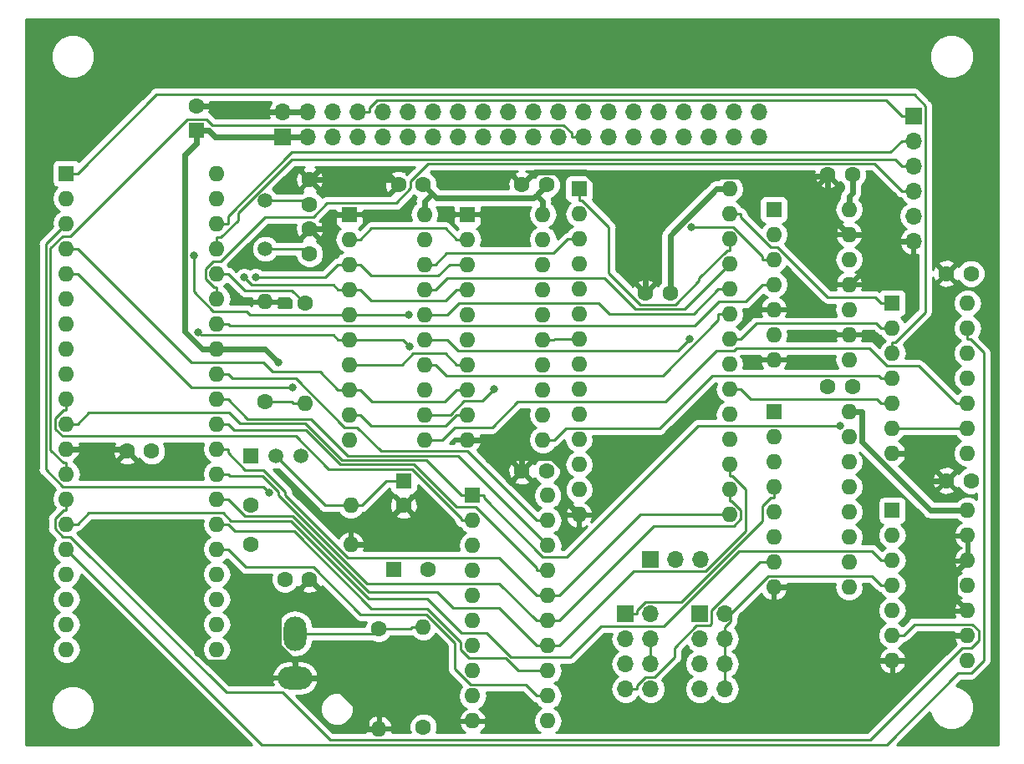
<source format=gtl>
G04 #@! TF.GenerationSoftware,KiCad,Pcbnew,(5.0.0-3-g5ebb6b6)*
G04 #@! TF.CreationDate,2019-08-10T14:36:19+09:00*
G04 #@! TF.ProjectId,KZ80-TMS9918A,4B5A38302D544D5339393138412E6B69,rev?*
G04 #@! TF.SameCoordinates,Original*
G04 #@! TF.FileFunction,Copper,L1,Top,Signal*
G04 #@! TF.FilePolarity,Positive*
%FSLAX46Y46*%
G04 Gerber Fmt 4.6, Leading zero omitted, Abs format (unit mm)*
G04 Created by KiCad (PCBNEW (5.0.0-3-g5ebb6b6)) date *
%MOMM*%
%LPD*%
G01*
G04 APERTURE LIST*
G04 #@! TA.AperFunction,ComponentPad*
%ADD10R,1.600000X1.600000*%
G04 #@! TD*
G04 #@! TA.AperFunction,ComponentPad*
%ADD11C,1.600000*%
G04 #@! TD*
G04 #@! TA.AperFunction,ComponentPad*
%ADD12O,3.500000X2.300000*%
G04 #@! TD*
G04 #@! TA.AperFunction,ComponentPad*
%ADD13O,2.300000X3.500000*%
G04 #@! TD*
G04 #@! TA.AperFunction,ComponentPad*
%ADD14O,1.600000X1.600000*%
G04 #@! TD*
G04 #@! TA.AperFunction,ComponentPad*
%ADD15R,1.700000X1.700000*%
G04 #@! TD*
G04 #@! TA.AperFunction,ComponentPad*
%ADD16O,1.700000X1.700000*%
G04 #@! TD*
G04 #@! TA.AperFunction,ComponentPad*
%ADD17C,1.500000*%
G04 #@! TD*
G04 #@! TA.AperFunction,ComponentPad*
%ADD18R,1.500000X1.500000*%
G04 #@! TD*
G04 #@! TA.AperFunction,ViaPad*
%ADD19C,0.800000*%
G04 #@! TD*
G04 #@! TA.AperFunction,Conductor*
%ADD20C,0.250000*%
G04 #@! TD*
G04 #@! TA.AperFunction,Conductor*
%ADD21C,0.600000*%
G04 #@! TD*
G04 #@! TA.AperFunction,Conductor*
%ADD22C,0.254000*%
G04 #@! TD*
G04 APERTURE END LIST*
D10*
G04 #@! TO.P,C3,1*
G04 #@! TO.N,Net-(C14-Pad1)*
X139000000Y-97500000D03*
D11*
G04 #@! TO.P,C3,2*
G04 #@! TO.N,GND*
X139000000Y-100000000D03*
G04 #@! TD*
D10*
G04 #@! TO.P,C15,1*
G04 #@! TO.N,Net-(C15-Pad1)*
X138000000Y-106500000D03*
D11*
G04 #@! TO.P,C15,2*
G04 #@! TO.N,Net-(C15-Pad2)*
X141500000Y-106500000D03*
G04 #@! TD*
G04 #@! TO.P,C14,1*
G04 #@! TO.N,Net-(C14-Pad1)*
X127000000Y-107500000D03*
G04 #@! TO.P,C14,2*
G04 #@! TO.N,GND*
X129500000Y-107500000D03*
G04 #@! TD*
D12*
G04 #@! TO.P,J1,2*
G04 #@! TO.N,GND*
X128000000Y-117500000D03*
D13*
G04 #@! TO.P,J1,1*
G04 #@! TO.N,Net-(C15-Pad2)*
X128000000Y-113000000D03*
G04 #@! TD*
D14*
G04 #@! TO.P,R4,2*
G04 #@! TO.N,Net-(C15-Pad2)*
X141000000Y-112340000D03*
D11*
G04 #@! TO.P,R4,1*
G04 #@! TO.N,Net-(C14-Pad1)*
X141000000Y-122500000D03*
G04 #@! TD*
G04 #@! TO.P,R5,1*
G04 #@! TO.N,Net-(C15-Pad2)*
X136500000Y-112500000D03*
D14*
G04 #@! TO.P,R5,2*
G04 #@! TO.N,GND*
X136500000Y-122660000D03*
G04 #@! TD*
D10*
G04 #@! TO.P,C13,1*
G04 #@! TO.N,VCC*
X118000000Y-62000000D03*
D11*
G04 #@! TO.P,C13,2*
G04 #@! TO.N,GND*
X118000000Y-59500000D03*
G04 #@! TD*
G04 #@! TO.P,C1,2*
G04 #@! TO.N,GND*
X129500000Y-72000000D03*
G04 #@! TO.P,C1,1*
G04 #@! TO.N,Net-(C1-Pad1)*
X129500000Y-74500000D03*
G04 #@! TD*
G04 #@! TO.P,C2,1*
G04 #@! TO.N,Net-(C2-Pad1)*
X129500000Y-69500000D03*
G04 #@! TO.P,C2,2*
G04 #@! TO.N,GND*
X129500000Y-67000000D03*
G04 #@! TD*
G04 #@! TO.P,C4,1*
G04 #@! TO.N,VCC*
X113500000Y-94500000D03*
G04 #@! TO.P,C4,2*
G04 #@! TO.N,GND*
X111000000Y-94500000D03*
G04 #@! TD*
G04 #@! TO.P,C5,2*
G04 #@! TO.N,GND*
X138500000Y-67500000D03*
G04 #@! TO.P,C5,1*
G04 #@! TO.N,VCC*
X141000000Y-67500000D03*
G04 #@! TD*
G04 #@! TO.P,C6,1*
G04 #@! TO.N,VCC*
X153500000Y-67500000D03*
G04 #@! TO.P,C6,2*
G04 #@! TO.N,GND*
X151000000Y-67500000D03*
G04 #@! TD*
G04 #@! TO.P,C7,2*
G04 #@! TO.N,GND*
X163500000Y-78500000D03*
G04 #@! TO.P,C7,1*
G04 #@! TO.N,VCC*
X166000000Y-78500000D03*
G04 #@! TD*
G04 #@! TO.P,C8,1*
G04 #@! TO.N,VCC*
X184500000Y-66500000D03*
G04 #@! TO.P,C8,2*
G04 #@! TO.N,GND*
X182000000Y-66500000D03*
G04 #@! TD*
G04 #@! TO.P,C9,2*
G04 #@! TO.N,GND*
X182000000Y-88000000D03*
G04 #@! TO.P,C9,1*
G04 #@! TO.N,VCC*
X184500000Y-88000000D03*
G04 #@! TD*
G04 #@! TO.P,C10,1*
G04 #@! TO.N,VCC*
X196500000Y-76500000D03*
G04 #@! TO.P,C10,2*
G04 #@! TO.N,GND*
X194000000Y-76500000D03*
G04 #@! TD*
G04 #@! TO.P,C11,2*
G04 #@! TO.N,GND*
X151000000Y-96500000D03*
G04 #@! TO.P,C11,1*
G04 #@! TO.N,VCC*
X153500000Y-96500000D03*
G04 #@! TD*
G04 #@! TO.P,C12,1*
G04 #@! TO.N,VCC*
X196500000Y-97500000D03*
G04 #@! TO.P,C12,2*
G04 #@! TO.N,GND*
X194000000Y-97500000D03*
G04 #@! TD*
D15*
G04 #@! TO.P,JP1,1*
G04 #@! TO.N,/A7*
X164000000Y-105500000D03*
D16*
G04 #@! TO.P,JP1,2*
G04 #@! TO.N,Net-(JP1-Pad2)*
X166540000Y-105500000D03*
G04 #@! TO.P,JP1,3*
G04 #@! TO.N,Net-(JP1-Pad3)*
X169080000Y-105500000D03*
G04 #@! TD*
D15*
G04 #@! TO.P,J3,1*
G04 #@! TO.N,/CLK*
X190650000Y-60500000D03*
D16*
G04 #@! TO.P,J3,2*
G04 #@! TO.N,/CPUCLK*
X190650000Y-63040000D03*
G04 #@! TO.P,J3,3*
G04 #@! TO.N,/GROMCLK*
X190650000Y-65580000D03*
G04 #@! TO.P,J3,4*
G04 #@! TO.N,/EXTVDP*
X190650000Y-68120000D03*
G04 #@! TO.P,J3,5*
G04 #@! TO.N,/INT*
X190650000Y-70660000D03*
G04 #@! TO.P,J3,6*
G04 #@! TO.N,GND*
X190650000Y-73200000D03*
G04 #@! TD*
G04 #@! TO.P,J4,8*
G04 #@! TO.N,Net-(J4-Pad2)*
X171540000Y-118620000D03*
G04 #@! TO.P,J4,7*
G04 #@! TO.N,Net-(J4-Pad7)*
X169000000Y-118620000D03*
G04 #@! TO.P,J4,6*
G04 #@! TO.N,Net-(J4-Pad2)*
X171540000Y-116080000D03*
G04 #@! TO.P,J4,5*
G04 #@! TO.N,Net-(J4-Pad5)*
X169000000Y-116080000D03*
G04 #@! TO.P,J4,4*
G04 #@! TO.N,Net-(J4-Pad2)*
X171540000Y-113540000D03*
G04 #@! TO.P,J4,3*
G04 #@! TO.N,Net-(J4-Pad3)*
X169000000Y-113540000D03*
G04 #@! TO.P,J4,2*
G04 #@! TO.N,Net-(J4-Pad2)*
X171540000Y-111000000D03*
D15*
G04 #@! TO.P,J4,1*
G04 #@! TO.N,Net-(J4-Pad1)*
X169000000Y-111000000D03*
G04 #@! TD*
G04 #@! TO.P,J5,1*
G04 #@! TO.N,Net-(J5-Pad1)*
X161500000Y-111000000D03*
D16*
G04 #@! TO.P,J5,2*
G04 #@! TO.N,Net-(J5-Pad2)*
X164040000Y-111000000D03*
G04 #@! TO.P,J5,3*
G04 #@! TO.N,Net-(J5-Pad3)*
X161500000Y-113540000D03*
G04 #@! TO.P,J5,4*
G04 #@! TO.N,Net-(J5-Pad2)*
X164040000Y-113540000D03*
G04 #@! TO.P,J5,5*
G04 #@! TO.N,Net-(J5-Pad5)*
X161500000Y-116080000D03*
G04 #@! TO.P,J5,6*
G04 #@! TO.N,Net-(J5-Pad2)*
X164040000Y-116080000D03*
G04 #@! TO.P,J5,7*
G04 #@! TO.N,Net-(J5-Pad7)*
X161500000Y-118620000D03*
G04 #@! TO.P,J5,8*
G04 #@! TO.N,Net-(J5-Pad2)*
X164040000Y-118620000D03*
G04 #@! TD*
D15*
G04 #@! TO.P,J2,1*
G04 #@! TO.N,VCC*
X126725000Y-62625000D03*
D16*
G04 #@! TO.P,J2,2*
G04 #@! TO.N,GND*
X126725000Y-60085000D03*
G04 #@! TO.P,J2,3*
G04 #@! TO.N,VCC*
X129265000Y-62625000D03*
G04 #@! TO.P,J2,4*
G04 #@! TO.N,GND*
X129265000Y-60085000D03*
G04 #@! TO.P,J2,5*
G04 #@! TO.N,Net-(J2-Pad5)*
X131805000Y-62625000D03*
G04 #@! TO.P,J2,6*
G04 #@! TO.N,Net-(J2-Pad6)*
X131805000Y-60085000D03*
G04 #@! TO.P,J2,7*
G04 #@! TO.N,Net-(J2-Pad7)*
X134345000Y-62625000D03*
G04 #@! TO.P,J2,8*
G04 #@! TO.N,/CLK*
X134345000Y-60085000D03*
G04 #@! TO.P,J2,9*
G04 #@! TO.N,/D0*
X136885000Y-62625000D03*
G04 #@! TO.P,J2,10*
G04 #@! TO.N,/D1*
X136885000Y-60085000D03*
G04 #@! TO.P,J2,11*
G04 #@! TO.N,/D2*
X139425000Y-62625000D03*
G04 #@! TO.P,J2,12*
G04 #@! TO.N,/D3*
X139425000Y-60085000D03*
G04 #@! TO.P,J2,13*
G04 #@! TO.N,/D4*
X141965000Y-62625000D03*
G04 #@! TO.P,J2,14*
G04 #@! TO.N,/D5*
X141965000Y-60085000D03*
G04 #@! TO.P,J2,15*
G04 #@! TO.N,/D6*
X144505000Y-62625000D03*
G04 #@! TO.P,J2,16*
G04 #@! TO.N,/D7*
X144505000Y-60085000D03*
G04 #@! TO.P,J2,17*
G04 #@! TO.N,/~IOR*
X147045000Y-62625000D03*
G04 #@! TO.P,J2,18*
G04 #@! TO.N,Net-(J2-Pad18)*
X147045000Y-60085000D03*
G04 #@! TO.P,J2,19*
G04 #@! TO.N,/~IOW*
X149585000Y-62625000D03*
G04 #@! TO.P,J2,20*
G04 #@! TO.N,Net-(J2-Pad20)*
X149585000Y-60085000D03*
G04 #@! TO.P,J2,21*
G04 #@! TO.N,/RES*
X152125000Y-62625000D03*
G04 #@! TO.P,J2,22*
G04 #@! TO.N,Net-(J2-Pad22)*
X152125000Y-60085000D03*
G04 #@! TO.P,J2,23*
G04 #@! TO.N,Net-(J2-Pad23)*
X154665000Y-62625000D03*
G04 #@! TO.P,J2,24*
G04 #@! TO.N,Net-(J2-Pad24)*
X154665000Y-60085000D03*
G04 #@! TO.P,J2,25*
G04 #@! TO.N,/A0*
X157205000Y-62625000D03*
G04 #@! TO.P,J2,26*
G04 #@! TO.N,Net-(J2-Pad26)*
X157205000Y-60085000D03*
G04 #@! TO.P,J2,27*
G04 #@! TO.N,Net-(J2-Pad27)*
X159745000Y-62625000D03*
G04 #@! TO.P,J2,28*
G04 #@! TO.N,/A3*
X159745000Y-60085000D03*
G04 #@! TO.P,J2,29*
G04 #@! TO.N,/A4*
X162285000Y-62625000D03*
G04 #@! TO.P,J2,30*
G04 #@! TO.N,/A5*
X162285000Y-60085000D03*
G04 #@! TO.P,J2,31*
G04 #@! TO.N,/A6*
X164825000Y-62625000D03*
G04 #@! TO.P,J2,32*
G04 #@! TO.N,/A7*
X164825000Y-60085000D03*
G04 #@! TO.P,J2,33*
G04 #@! TO.N,Net-(J2-Pad33)*
X167365000Y-62625000D03*
G04 #@! TO.P,J2,34*
G04 #@! TO.N,Net-(J2-Pad34)*
X167365000Y-60085000D03*
G04 #@! TO.P,J2,35*
G04 #@! TO.N,Net-(J2-Pad35)*
X169905000Y-62625000D03*
G04 #@! TO.P,J2,36*
G04 #@! TO.N,Net-(J2-Pad36)*
X169905000Y-60085000D03*
G04 #@! TO.P,J2,37*
G04 #@! TO.N,Net-(J2-Pad37)*
X172445000Y-62625000D03*
G04 #@! TO.P,J2,38*
G04 #@! TO.N,Net-(J2-Pad38)*
X172445000Y-60085000D03*
G04 #@! TO.P,J2,39*
G04 #@! TO.N,Net-(J2-Pad39)*
X174985000Y-62625000D03*
G04 #@! TO.P,J2,40*
G04 #@! TO.N,Net-(J2-Pad40)*
X174985000Y-60085000D03*
G04 #@! TD*
D17*
G04 #@! TO.P,Y1,1*
G04 #@! TO.N,Net-(C1-Pad1)*
X125000000Y-74000000D03*
G04 #@! TO.P,Y1,2*
G04 #@! TO.N,Net-(C2-Pad1)*
X125000000Y-69120000D03*
G04 #@! TD*
D11*
G04 #@! TO.P,L1,1*
G04 #@! TO.N,VCC*
X123500000Y-100000000D03*
D14*
G04 #@! TO.P,L1,2*
G04 #@! TO.N,Net-(C14-Pad1)*
X133660000Y-100000000D03*
G04 #@! TD*
D10*
G04 #@! TO.P,U1,1*
G04 #@! TO.N,/R~W*
X188500000Y-79500000D03*
D14*
G04 #@! TO.P,U1,8*
G04 #@! TO.N,Net-(U1-Pad11)*
X196120000Y-94740000D03*
G04 #@! TO.P,U1,2*
G04 #@! TO.N,/~R~W*
X188500000Y-82040000D03*
G04 #@! TO.P,U1,9*
G04 #@! TO.N,Net-(U1-Pad6)*
X196120000Y-92200000D03*
G04 #@! TO.P,U1,3*
G04 #@! TO.N,/~RAS*
X188500000Y-84580000D03*
G04 #@! TO.P,U1,10*
G04 #@! TO.N,/COL*
X196120000Y-89660000D03*
G04 #@! TO.P,U1,4*
G04 #@! TO.N,/ROW*
X188500000Y-87120000D03*
G04 #@! TO.P,U1,11*
G04 #@! TO.N,Net-(U1-Pad11)*
X196120000Y-87120000D03*
G04 #@! TO.P,U1,5*
G04 #@! TO.N,/~CAS*
X188500000Y-89660000D03*
G04 #@! TO.P,U1,12*
G04 #@! TO.N,/INT*
X196120000Y-84580000D03*
G04 #@! TO.P,U1,6*
G04 #@! TO.N,Net-(U1-Pad6)*
X188500000Y-92200000D03*
G04 #@! TO.P,U1,13*
G04 #@! TO.N,/~INT*
X196120000Y-82040000D03*
G04 #@! TO.P,U1,7*
G04 #@! TO.N,GND*
X188500000Y-94740000D03*
G04 #@! TO.P,U1,14*
G04 #@! TO.N,VCC*
X196120000Y-79500000D03*
G04 #@! TD*
G04 #@! TO.P,U3,14*
G04 #@! TO.N,VCC*
X196120000Y-100500000D03*
G04 #@! TO.P,U3,7*
G04 #@! TO.N,GND*
X188500000Y-115740000D03*
G04 #@! TO.P,U3,13*
X196120000Y-103040000D03*
G04 #@! TO.P,U3,6*
G04 #@! TO.N,/~CSW*
X188500000Y-113200000D03*
G04 #@! TO.P,U3,12*
G04 #@! TO.N,GND*
X196120000Y-105580000D03*
G04 #@! TO.P,U3,5*
G04 #@! TO.N,/~IOW*
X188500000Y-110660000D03*
G04 #@! TO.P,U3,11*
G04 #@! TO.N,Net-(U3-Pad11)*
X196120000Y-108120000D03*
G04 #@! TO.P,U3,4*
G04 #@! TO.N,Net-(J4-Pad2)*
X188500000Y-108120000D03*
G04 #@! TO.P,U3,10*
G04 #@! TO.N,GND*
X196120000Y-110660000D03*
G04 #@! TO.P,U3,3*
G04 #@! TO.N,/~CSR*
X188500000Y-105580000D03*
G04 #@! TO.P,U3,9*
G04 #@! TO.N,GND*
X196120000Y-113200000D03*
G04 #@! TO.P,U3,2*
G04 #@! TO.N,/~IOR*
X188500000Y-103040000D03*
G04 #@! TO.P,U3,8*
G04 #@! TO.N,Net-(U3-Pad8)*
X196120000Y-115740000D03*
D10*
G04 #@! TO.P,U3,1*
G04 #@! TO.N,Net-(J4-Pad2)*
X188500000Y-100500000D03*
G04 #@! TD*
G04 #@! TO.P,U5,1*
G04 #@! TO.N,/A7*
X176500000Y-70000000D03*
D14*
G04 #@! TO.P,U5,8*
G04 #@! TO.N,Net-(U5-Pad8)*
X184120000Y-85240000D03*
G04 #@! TO.P,U5,2*
G04 #@! TO.N,Net-(JP1-Pad3)*
X176500000Y-72540000D03*
G04 #@! TO.P,U5,9*
G04 #@! TO.N,GND*
X184120000Y-82700000D03*
G04 #@! TO.P,U5,3*
G04 #@! TO.N,/RES*
X176500000Y-75080000D03*
G04 #@! TO.P,U5,10*
G04 #@! TO.N,Net-(U5-Pad10)*
X184120000Y-80160000D03*
G04 #@! TO.P,U5,4*
G04 #@! TO.N,/~RES*
X176500000Y-77620000D03*
G04 #@! TO.P,U5,11*
G04 #@! TO.N,GND*
X184120000Y-77620000D03*
G04 #@! TO.P,U5,5*
X176500000Y-80160000D03*
G04 #@! TO.P,U5,12*
G04 #@! TO.N,Net-(U5-Pad12)*
X184120000Y-75080000D03*
G04 #@! TO.P,U5,6*
G04 #@! TO.N,Net-(U5-Pad6)*
X176500000Y-82700000D03*
G04 #@! TO.P,U5,13*
G04 #@! TO.N,GND*
X184120000Y-72540000D03*
G04 #@! TO.P,U5,7*
X176500000Y-85240000D03*
G04 #@! TO.P,U5,14*
G04 #@! TO.N,VCC*
X184120000Y-70000000D03*
G04 #@! TD*
G04 #@! TO.P,U2,16*
G04 #@! TO.N,VCC*
X184120000Y-90500000D03*
G04 #@! TO.P,U2,8*
G04 #@! TO.N,GND*
X176500000Y-108280000D03*
G04 #@! TO.P,U2,15*
G04 #@! TO.N,Net-(J5-Pad2)*
X184120000Y-93040000D03*
G04 #@! TO.P,U2,7*
G04 #@! TO.N,Net-(J5-Pad7)*
X176500000Y-105740000D03*
G04 #@! TO.P,U2,14*
G04 #@! TO.N,/A3*
X184120000Y-95580000D03*
G04 #@! TO.P,U2,6*
G04 #@! TO.N,Net-(J5-Pad5)*
X176500000Y-103200000D03*
G04 #@! TO.P,U2,13*
G04 #@! TO.N,/A4*
X184120000Y-98120000D03*
G04 #@! TO.P,U2,5*
G04 #@! TO.N,Net-(J5-Pad3)*
X176500000Y-100660000D03*
G04 #@! TO.P,U2,12*
G04 #@! TO.N,Net-(J4-Pad1)*
X184120000Y-100660000D03*
G04 #@! TO.P,U2,4*
G04 #@! TO.N,Net-(J5-Pad1)*
X176500000Y-98120000D03*
G04 #@! TO.P,U2,11*
G04 #@! TO.N,Net-(J4-Pad3)*
X184120000Y-103200000D03*
G04 #@! TO.P,U2,3*
G04 #@! TO.N,/A6*
X176500000Y-95580000D03*
G04 #@! TO.P,U2,10*
G04 #@! TO.N,Net-(J4-Pad5)*
X184120000Y-105740000D03*
G04 #@! TO.P,U2,2*
G04 #@! TO.N,/A5*
X176500000Y-93040000D03*
G04 #@! TO.P,U2,9*
G04 #@! TO.N,Net-(J4-Pad7)*
X184120000Y-108280000D03*
D10*
G04 #@! TO.P,U2,1*
G04 #@! TO.N,Net-(JP1-Pad2)*
X176500000Y-90500000D03*
G04 #@! TD*
G04 #@! TO.P,U6,1*
G04 #@! TO.N,/R~W*
X146000000Y-99000000D03*
D14*
G04 #@! TO.P,U6,11*
G04 #@! TO.N,/~R~W*
X153620000Y-121860000D03*
G04 #@! TO.P,U6,2*
G04 #@! TO.N,/AD0*
X146000000Y-101540000D03*
G04 #@! TO.P,U6,12*
G04 #@! TO.N,/VD7*
X153620000Y-119320000D03*
G04 #@! TO.P,U6,3*
G04 #@! TO.N,/AD1*
X146000000Y-104080000D03*
G04 #@! TO.P,U6,13*
G04 #@! TO.N,/VD6*
X153620000Y-116780000D03*
G04 #@! TO.P,U6,4*
G04 #@! TO.N,/AD2*
X146000000Y-106620000D03*
G04 #@! TO.P,U6,14*
G04 #@! TO.N,/VD5*
X153620000Y-114240000D03*
G04 #@! TO.P,U6,5*
G04 #@! TO.N,/AD3*
X146000000Y-109160000D03*
G04 #@! TO.P,U6,15*
G04 #@! TO.N,/VD4*
X153620000Y-111700000D03*
G04 #@! TO.P,U6,6*
G04 #@! TO.N,/AD4*
X146000000Y-111700000D03*
G04 #@! TO.P,U6,16*
G04 #@! TO.N,/VD3*
X153620000Y-109160000D03*
G04 #@! TO.P,U6,7*
G04 #@! TO.N,/AD5*
X146000000Y-114240000D03*
G04 #@! TO.P,U6,17*
G04 #@! TO.N,/VD2*
X153620000Y-106620000D03*
G04 #@! TO.P,U6,8*
G04 #@! TO.N,/AD6*
X146000000Y-116780000D03*
G04 #@! TO.P,U6,18*
G04 #@! TO.N,/VD1*
X153620000Y-104080000D03*
G04 #@! TO.P,U6,9*
G04 #@! TO.N,/AD7*
X146000000Y-119320000D03*
G04 #@! TO.P,U6,19*
G04 #@! TO.N,/VD0*
X153620000Y-101540000D03*
G04 #@! TO.P,U6,10*
G04 #@! TO.N,GND*
X146000000Y-121860000D03*
G04 #@! TO.P,U6,20*
G04 #@! TO.N,VCC*
X153620000Y-99000000D03*
G04 #@! TD*
G04 #@! TO.P,U7,20*
G04 #@! TO.N,VCC*
X153120000Y-70500000D03*
G04 #@! TO.P,U7,10*
G04 #@! TO.N,GND*
X145500000Y-93360000D03*
G04 #@! TO.P,U7,19*
G04 #@! TO.N,Net-(U7-Pad19)*
X153120000Y-73040000D03*
G04 #@! TO.P,U7,9*
G04 #@! TO.N,/AD7*
X145500000Y-90820000D03*
G04 #@! TO.P,U7,18*
G04 #@! TO.N,/VA0*
X153120000Y-75580000D03*
G04 #@! TO.P,U7,8*
G04 #@! TO.N,/AD6*
X145500000Y-88280000D03*
G04 #@! TO.P,U7,17*
G04 #@! TO.N,/VA1*
X153120000Y-78120000D03*
G04 #@! TO.P,U7,7*
G04 #@! TO.N,/AD5*
X145500000Y-85740000D03*
G04 #@! TO.P,U7,16*
G04 #@! TO.N,/VA2*
X153120000Y-80660000D03*
G04 #@! TO.P,U7,6*
G04 #@! TO.N,/AD4*
X145500000Y-83200000D03*
G04 #@! TO.P,U7,15*
G04 #@! TO.N,/VA3*
X153120000Y-83200000D03*
G04 #@! TO.P,U7,5*
G04 #@! TO.N,/AD3*
X145500000Y-80660000D03*
G04 #@! TO.P,U7,14*
G04 #@! TO.N,/VA4*
X153120000Y-85740000D03*
G04 #@! TO.P,U7,4*
G04 #@! TO.N,/AD2*
X145500000Y-78120000D03*
G04 #@! TO.P,U7,13*
G04 #@! TO.N,/VA5*
X153120000Y-88280000D03*
G04 #@! TO.P,U7,3*
G04 #@! TO.N,/AD1*
X145500000Y-75580000D03*
G04 #@! TO.P,U7,12*
G04 #@! TO.N,/VA6*
X153120000Y-90820000D03*
G04 #@! TO.P,U7,2*
G04 #@! TO.N,/AD0*
X145500000Y-73040000D03*
G04 #@! TO.P,U7,11*
G04 #@! TO.N,/ROW*
X153120000Y-93360000D03*
D10*
G04 #@! TO.P,U7,1*
G04 #@! TO.N,GND*
X145500000Y-70500000D03*
G04 #@! TD*
G04 #@! TO.P,U9,1*
G04 #@! TO.N,GND*
X133500000Y-70500000D03*
D14*
G04 #@! TO.P,U9,11*
G04 #@! TO.N,/COL*
X141120000Y-93360000D03*
G04 #@! TO.P,U9,2*
G04 #@! TO.N,/AD0*
X133500000Y-73040000D03*
G04 #@! TO.P,U9,12*
G04 #@! TO.N,/VA13*
X141120000Y-90820000D03*
G04 #@! TO.P,U9,3*
G04 #@! TO.N,/AD1*
X133500000Y-75580000D03*
G04 #@! TO.P,U9,13*
G04 #@! TO.N,/VA12*
X141120000Y-88280000D03*
G04 #@! TO.P,U9,4*
G04 #@! TO.N,/AD2*
X133500000Y-78120000D03*
G04 #@! TO.P,U9,14*
G04 #@! TO.N,/VA11*
X141120000Y-85740000D03*
G04 #@! TO.P,U9,5*
G04 #@! TO.N,/AD3*
X133500000Y-80660000D03*
G04 #@! TO.P,U9,15*
G04 #@! TO.N,/VA10*
X141120000Y-83200000D03*
G04 #@! TO.P,U9,6*
G04 #@! TO.N,/AD4*
X133500000Y-83200000D03*
G04 #@! TO.P,U9,16*
G04 #@! TO.N,/VA9*
X141120000Y-80660000D03*
G04 #@! TO.P,U9,7*
G04 #@! TO.N,/AD5*
X133500000Y-85740000D03*
G04 #@! TO.P,U9,17*
G04 #@! TO.N,/VA8*
X141120000Y-78120000D03*
G04 #@! TO.P,U9,8*
G04 #@! TO.N,/AD6*
X133500000Y-88280000D03*
G04 #@! TO.P,U9,18*
G04 #@! TO.N,/VA7*
X141120000Y-75580000D03*
G04 #@! TO.P,U9,9*
G04 #@! TO.N,/AD7*
X133500000Y-90820000D03*
G04 #@! TO.P,U9,19*
G04 #@! TO.N,Net-(U9-Pad19)*
X141120000Y-73040000D03*
G04 #@! TO.P,U9,10*
G04 #@! TO.N,GND*
X133500000Y-93360000D03*
G04 #@! TO.P,U9,20*
G04 #@! TO.N,VCC*
X141120000Y-70500000D03*
G04 #@! TD*
D10*
G04 #@! TO.P,U8,1*
G04 #@! TO.N,/VA13*
X156775000Y-67925000D03*
D14*
G04 #@! TO.P,U8,15*
G04 #@! TO.N,/VD3*
X172015000Y-100945000D03*
G04 #@! TO.P,U8,2*
G04 #@! TO.N,/VA12*
X156775000Y-70465000D03*
G04 #@! TO.P,U8,16*
G04 #@! TO.N,/VD4*
X172015000Y-98405000D03*
G04 #@! TO.P,U8,3*
G04 #@! TO.N,/VA7*
X156775000Y-73005000D03*
G04 #@! TO.P,U8,17*
G04 #@! TO.N,/VD5*
X172015000Y-95865000D03*
G04 #@! TO.P,U8,4*
G04 #@! TO.N,/VA6*
X156775000Y-75545000D03*
G04 #@! TO.P,U8,18*
G04 #@! TO.N,/VD6*
X172015000Y-93325000D03*
G04 #@! TO.P,U8,5*
G04 #@! TO.N,/VA5*
X156775000Y-78085000D03*
G04 #@! TO.P,U8,19*
G04 #@! TO.N,/VD7*
X172015000Y-90785000D03*
G04 #@! TO.P,U8,6*
G04 #@! TO.N,/VA4*
X156775000Y-80625000D03*
G04 #@! TO.P,U8,20*
G04 #@! TO.N,/~CAS*
X172015000Y-88245000D03*
G04 #@! TO.P,U8,7*
G04 #@! TO.N,/VA3*
X156775000Y-83165000D03*
G04 #@! TO.P,U8,21*
G04 #@! TO.N,/VA10*
X172015000Y-85705000D03*
G04 #@! TO.P,U8,8*
G04 #@! TO.N,/VA2*
X156775000Y-85705000D03*
G04 #@! TO.P,U8,22*
G04 #@! TO.N,/~R~W*
X172015000Y-83165000D03*
G04 #@! TO.P,U8,9*
G04 #@! TO.N,/VA1*
X156775000Y-88245000D03*
G04 #@! TO.P,U8,23*
G04 #@! TO.N,/VA11*
X172015000Y-80625000D03*
G04 #@! TO.P,U8,10*
G04 #@! TO.N,/VA0*
X156775000Y-90785000D03*
G04 #@! TO.P,U8,24*
G04 #@! TO.N,/VA9*
X172015000Y-78085000D03*
G04 #@! TO.P,U8,11*
G04 #@! TO.N,/VD0*
X156775000Y-93325000D03*
G04 #@! TO.P,U8,25*
G04 #@! TO.N,/VA8*
X172015000Y-75545000D03*
G04 #@! TO.P,U8,12*
G04 #@! TO.N,/VD1*
X156775000Y-95865000D03*
G04 #@! TO.P,U8,26*
G04 #@! TO.N,/VA13*
X172015000Y-73005000D03*
G04 #@! TO.P,U8,13*
G04 #@! TO.N,/VD2*
X156775000Y-98405000D03*
G04 #@! TO.P,U8,27*
G04 #@! TO.N,/R~W*
X172015000Y-70465000D03*
G04 #@! TO.P,U8,14*
G04 #@! TO.N,GND*
X156775000Y-100945000D03*
G04 #@! TO.P,U8,28*
G04 #@! TO.N,VCC*
X172015000Y-67925000D03*
G04 #@! TD*
D10*
G04 #@! TO.P,U4,1*
G04 #@! TO.N,/~RAS*
X104850000Y-66350000D03*
D14*
G04 #@! TO.P,U4,21*
G04 #@! TO.N,/D4*
X120090000Y-114610000D03*
G04 #@! TO.P,U4,2*
G04 #@! TO.N,/~CAS*
X104850000Y-68890000D03*
G04 #@! TO.P,U4,22*
G04 #@! TO.N,/D5*
X120090000Y-112070000D03*
G04 #@! TO.P,U4,3*
G04 #@! TO.N,/AD7*
X104850000Y-71430000D03*
G04 #@! TO.P,U4,23*
G04 #@! TO.N,/D6*
X120090000Y-109530000D03*
G04 #@! TO.P,U4,4*
G04 #@! TO.N,/AD6*
X104850000Y-73970000D03*
G04 #@! TO.P,U4,24*
G04 #@! TO.N,/D7*
X120090000Y-106990000D03*
G04 #@! TO.P,U4,5*
G04 #@! TO.N,/AD5*
X104850000Y-76510000D03*
G04 #@! TO.P,U4,25*
G04 #@! TO.N,/VD7*
X120090000Y-104450000D03*
G04 #@! TO.P,U4,6*
G04 #@! TO.N,/AD4*
X104850000Y-79050000D03*
G04 #@! TO.P,U4,26*
G04 #@! TO.N,/VD6*
X120090000Y-101910000D03*
G04 #@! TO.P,U4,7*
G04 #@! TO.N,/AD3*
X104850000Y-81590000D03*
G04 #@! TO.P,U4,27*
G04 #@! TO.N,/VD5*
X120090000Y-99370000D03*
G04 #@! TO.P,U4,8*
G04 #@! TO.N,/AD2*
X104850000Y-84130000D03*
G04 #@! TO.P,U4,28*
G04 #@! TO.N,/VD4*
X120090000Y-96830000D03*
G04 #@! TO.P,U4,9*
G04 #@! TO.N,/AD1*
X104850000Y-86670000D03*
G04 #@! TO.P,U4,29*
G04 #@! TO.N,/VD3*
X120090000Y-94290000D03*
G04 #@! TO.P,U4,10*
G04 #@! TO.N,/AD0*
X104850000Y-89210000D03*
G04 #@! TO.P,U4,30*
G04 #@! TO.N,/VD2*
X120090000Y-91750000D03*
G04 #@! TO.P,U4,11*
G04 #@! TO.N,/R~W*
X104850000Y-91750000D03*
G04 #@! TO.P,U4,31*
G04 #@! TO.N,/VD1*
X120090000Y-89210000D03*
G04 #@! TO.P,U4,12*
G04 #@! TO.N,GND*
X104850000Y-94290000D03*
G04 #@! TO.P,U4,32*
G04 #@! TO.N,/VD0*
X120090000Y-86670000D03*
G04 #@! TO.P,U4,13*
G04 #@! TO.N,/A0*
X104850000Y-96830000D03*
G04 #@! TO.P,U4,33*
G04 #@! TO.N,VCC*
X120090000Y-84130000D03*
G04 #@! TO.P,U4,14*
G04 #@! TO.N,/~CSW*
X104850000Y-99370000D03*
G04 #@! TO.P,U4,34*
G04 #@! TO.N,/~RES*
X120090000Y-81590000D03*
G04 #@! TO.P,U4,15*
G04 #@! TO.N,/~CSR*
X104850000Y-101910000D03*
G04 #@! TO.P,U4,35*
G04 #@! TO.N,/EXTVDP*
X120090000Y-79050000D03*
G04 #@! TO.P,U4,16*
G04 #@! TO.N,/~INT*
X104850000Y-104450000D03*
G04 #@! TO.P,U4,36*
G04 #@! TO.N,Net-(R2-Pad1)*
X120090000Y-76510000D03*
G04 #@! TO.P,U4,17*
G04 #@! TO.N,/D0*
X104850000Y-106990000D03*
G04 #@! TO.P,U4,37*
G04 #@! TO.N,/GROMCLK*
X120090000Y-73970000D03*
G04 #@! TO.P,U4,18*
G04 #@! TO.N,/D1*
X104850000Y-109530000D03*
G04 #@! TO.P,U4,38*
G04 #@! TO.N,/CPUCLK*
X120090000Y-71430000D03*
G04 #@! TO.P,U4,19*
G04 #@! TO.N,/D2*
X104850000Y-112070000D03*
G04 #@! TO.P,U4,39*
G04 #@! TO.N,Net-(C1-Pad1)*
X120090000Y-68890000D03*
G04 #@! TO.P,U4,20*
G04 #@! TO.N,/D3*
X104850000Y-114610000D03*
G04 #@! TO.P,U4,40*
G04 #@! TO.N,Net-(C2-Pad1)*
X120090000Y-66350000D03*
G04 #@! TD*
D17*
G04 #@! TO.P,Q1,2*
G04 #@! TO.N,Net-(C14-Pad1)*
X126040000Y-95000000D03*
G04 #@! TO.P,Q1,3*
G04 #@! TO.N,Net-(Q1-Pad3)*
X128580000Y-95000000D03*
D18*
G04 #@! TO.P,Q1,1*
G04 #@! TO.N,Net-(C15-Pad1)*
X123500000Y-95000000D03*
G04 #@! TD*
D11*
G04 #@! TO.P,R1,1*
G04 #@! TO.N,Net-(C15-Pad1)*
X123500000Y-104000000D03*
D14*
G04 #@! TO.P,R1,2*
G04 #@! TO.N,GND*
X133660000Y-104000000D03*
G04 #@! TD*
G04 #@! TO.P,R2,2*
G04 #@! TO.N,Net-(Q1-Pad3)*
X129000000Y-89660000D03*
D11*
G04 #@! TO.P,R2,1*
G04 #@! TO.N,Net-(R2-Pad1)*
X129000000Y-79500000D03*
G04 #@! TD*
G04 #@! TO.P,R3,1*
G04 #@! TO.N,Net-(Q1-Pad3)*
X125000000Y-89500000D03*
D14*
G04 #@! TO.P,R3,2*
G04 #@! TO.N,GND*
X125000000Y-79340000D03*
G04 #@! TD*
D19*
G04 #@! TO.N,GND*
X118178800Y-114949400D03*
G04 #@! TO.N,/AD7*
X125414100Y-98761100D03*
G04 #@! TO.N,/AD5*
X127799600Y-88065700D03*
G04 #@! TO.N,/AD4*
X118212700Y-82423700D03*
X139636000Y-83907300D03*
G04 #@! TO.N,/AD3*
X117779300Y-74633800D03*
X139557300Y-80660000D03*
G04 #@! TO.N,/AD2*
X122857400Y-76888600D03*
G04 #@! TO.N,/AD1*
X124028800Y-76894000D03*
G04 #@! TO.N,/R~W*
X183212800Y-91914600D03*
G04 #@! TO.N,VCC*
X126344100Y-85509600D03*
G04 #@! TO.N,/VA13*
X148150400Y-88234600D03*
G04 #@! TO.N,/VA10*
X167988200Y-83111700D03*
G04 #@! TO.N,/RES*
X168143600Y-71804400D03*
G04 #@! TD*
D20*
G04 #@! TO.N,Net-(Q1-Pad3)*
X129000000Y-89660000D02*
X127874700Y-89660000D01*
X125000000Y-89500000D02*
X127714700Y-89500000D01*
X127714700Y-89500000D02*
X127874700Y-89660000D01*
D21*
G04 #@! TO.N,GND*
X176500000Y-108280000D02*
X177800300Y-108280000D01*
X188500000Y-115740000D02*
X185260300Y-115740000D01*
X185260300Y-115740000D02*
X177800300Y-108280000D01*
X194819700Y-113200000D02*
X192279700Y-115740000D01*
X192279700Y-115740000D02*
X188500000Y-115740000D01*
X151000000Y-95196900D02*
X148637200Y-95196900D01*
X148637200Y-95196900D02*
X146800300Y-93360000D01*
X156775000Y-100945000D02*
X155205000Y-99375000D01*
X155205000Y-99375000D02*
X155205000Y-96360600D01*
X155205000Y-96360600D02*
X154041300Y-95196900D01*
X154041300Y-95196900D02*
X151000000Y-95196900D01*
X151000000Y-95196900D02*
X151000000Y-96500000D01*
X145500000Y-93360000D02*
X146800300Y-93360000D01*
X163500000Y-72334700D02*
X157362700Y-66197400D01*
X157362700Y-66197400D02*
X152302600Y-66197400D01*
X152302600Y-66197400D02*
X151000000Y-67500000D01*
X163500000Y-78500000D02*
X163500000Y-72334700D01*
X182000000Y-66624600D02*
X169210100Y-66624600D01*
X169210100Y-66624600D02*
X163500000Y-72334700D01*
X182000000Y-66624600D02*
X182000000Y-66500000D01*
X184120000Y-72540000D02*
X182000000Y-70420000D01*
X182000000Y-70420000D02*
X182000000Y-66624600D01*
X188500000Y-94740000D02*
X189800300Y-94740000D01*
X194000000Y-97500000D02*
X192560300Y-97500000D01*
X192560300Y-97500000D02*
X189800300Y-94740000D01*
X185750300Y-73200000D02*
X185750300Y-75989700D01*
X185750300Y-75989700D02*
X184120000Y-77620000D01*
X185420300Y-72540000D02*
X185750300Y-72870000D01*
X185750300Y-72870000D02*
X185750300Y-73200000D01*
X185750300Y-73200000D02*
X189299700Y-73200000D01*
X190650000Y-73200000D02*
X189299700Y-73200000D01*
X118178800Y-114949400D02*
X119160700Y-115931300D01*
X119160700Y-115931300D02*
X124632000Y-115931300D01*
X124632000Y-115931300D02*
X126312800Y-114250500D01*
X126312800Y-114250500D02*
X127912000Y-115849700D01*
X127912000Y-115849700D02*
X128000000Y-115849700D01*
X129500000Y-107500000D02*
X126312800Y-110687200D01*
X126312800Y-110687200D02*
X126312800Y-114250500D01*
X104850000Y-94290000D02*
X110790000Y-94290000D01*
X110790000Y-94290000D02*
X111000000Y-94500000D01*
X128000000Y-117500000D02*
X128000000Y-115849700D01*
X184120000Y-72540000D02*
X185420300Y-72540000D01*
X133660000Y-104000000D02*
X134960300Y-104000000D01*
X134960300Y-104000000D02*
X138960300Y-100000000D01*
X138960300Y-100000000D02*
X139000000Y-100000000D01*
X126725000Y-60085000D02*
X125374700Y-60085000D01*
X118000000Y-59500000D02*
X124789700Y-59500000D01*
X124789700Y-59500000D02*
X125374700Y-60085000D01*
X129500000Y-67000000D02*
X138000000Y-67000000D01*
X138000000Y-67000000D02*
X138500000Y-67500000D01*
X132199700Y-70500000D02*
X130699700Y-72000000D01*
X130699700Y-72000000D02*
X129500000Y-72000000D01*
X196120000Y-110660000D02*
X194807100Y-109347100D01*
X194807100Y-109347100D02*
X194807100Y-106892900D01*
X194807100Y-106892900D02*
X196120000Y-105580000D01*
X128000000Y-117500000D02*
X131340000Y-117500000D01*
X131340000Y-117500000D02*
X135199700Y-121359700D01*
X135199700Y-121359700D02*
X135199700Y-122660000D01*
X136500000Y-122660000D02*
X135199700Y-122660000D01*
X129265000Y-60085000D02*
X126725000Y-60085000D01*
X196120000Y-113200000D02*
X194819700Y-113200000D01*
X133500000Y-70500000D02*
X132199700Y-70500000D01*
D20*
G04 #@! TO.N,Net-(R2-Pad1)*
X121215300Y-76510000D02*
X122907300Y-78202000D01*
X122907300Y-78202000D02*
X127702000Y-78202000D01*
X127702000Y-78202000D02*
X129000000Y-79500000D01*
X120090000Y-76510000D02*
X121215300Y-76510000D01*
G04 #@! TO.N,/~RAS*
X188500000Y-84580000D02*
X188500000Y-83454700D01*
X104850000Y-66350000D02*
X105975300Y-66350000D01*
X105975300Y-66350000D02*
X113954500Y-58370800D01*
X113954500Y-58370800D02*
X190730200Y-58370800D01*
X190730200Y-58370800D02*
X191840900Y-59481500D01*
X191840900Y-59481500D02*
X191840900Y-80395100D01*
X191840900Y-80395100D02*
X188781300Y-83454700D01*
X188781300Y-83454700D02*
X188500000Y-83454700D01*
G04 #@! TO.N,/~CAS*
X188500000Y-89660000D02*
X187374700Y-89660000D01*
X172015000Y-88245000D02*
X173140300Y-88245000D01*
X173140300Y-88245000D02*
X174131700Y-89236400D01*
X174131700Y-89236400D02*
X186951100Y-89236400D01*
X186951100Y-89236400D02*
X187374700Y-89660000D01*
G04 #@! TO.N,/AD7*
X104850000Y-71430000D02*
X102763900Y-73516100D01*
X102763900Y-73516100D02*
X102763900Y-96355800D01*
X102763900Y-96355800D02*
X104527500Y-98119400D01*
X104527500Y-98119400D02*
X124772400Y-98119400D01*
X124772400Y-98119400D02*
X125414100Y-98761100D01*
X133500000Y-90820000D02*
X134625300Y-90820000D01*
X145500000Y-90820000D02*
X144374700Y-90820000D01*
X144374700Y-90820000D02*
X143249400Y-91945300D01*
X143249400Y-91945300D02*
X135750600Y-91945300D01*
X135750600Y-91945300D02*
X134625300Y-90820000D01*
G04 #@! TO.N,/AD6*
X133500000Y-88280000D02*
X132374700Y-88280000D01*
X104850000Y-73970000D02*
X105975300Y-73970000D01*
X105975300Y-73970000D02*
X117485900Y-85480600D01*
X117485900Y-85480600D02*
X124771400Y-85480600D01*
X124771400Y-85480600D02*
X125762300Y-86471500D01*
X125762300Y-86471500D02*
X130566200Y-86471500D01*
X130566200Y-86471500D02*
X132374700Y-88280000D01*
X134625300Y-88280000D02*
X135824800Y-89479500D01*
X135824800Y-89479500D02*
X143175200Y-89479500D01*
X143175200Y-89479500D02*
X144374700Y-88280000D01*
X145500000Y-88280000D02*
X144374700Y-88280000D01*
X133500000Y-88280000D02*
X134625300Y-88280000D01*
G04 #@! TO.N,/AD5*
X127799600Y-88065700D02*
X117531000Y-88065700D01*
X117531000Y-88065700D02*
X105975300Y-76510000D01*
X104850000Y-76510000D02*
X105975300Y-76510000D01*
X134625300Y-85740000D02*
X138829100Y-85740000D01*
X138829100Y-85740000D02*
X139954400Y-84614700D01*
X139954400Y-84614700D02*
X143249400Y-84614700D01*
X143249400Y-84614700D02*
X144374700Y-85740000D01*
X145500000Y-85740000D02*
X144374700Y-85740000D01*
X133500000Y-85740000D02*
X134625300Y-85740000D01*
G04 #@! TO.N,/VD7*
X121215300Y-104450000D02*
X123031400Y-106266100D01*
X123031400Y-106266100D02*
X129857700Y-106266100D01*
X129857700Y-106266100D02*
X134643100Y-111051500D01*
X134643100Y-111051500D02*
X141310200Y-111051500D01*
X141310200Y-111051500D02*
X144196800Y-113938100D01*
X144196800Y-113938100D02*
X144196800Y-116617600D01*
X144196800Y-116617600D02*
X145773900Y-118194700D01*
X145773900Y-118194700D02*
X151369400Y-118194700D01*
X151369400Y-118194700D02*
X152494700Y-119320000D01*
X153620000Y-119320000D02*
X152494700Y-119320000D01*
X120090000Y-104450000D02*
X121215300Y-104450000D01*
G04 #@! TO.N,/AD4*
X133500000Y-83200000D02*
X132374700Y-83200000D01*
X118212700Y-82423700D02*
X118522600Y-82733600D01*
X118522600Y-82733600D02*
X131908300Y-82733600D01*
X131908300Y-82733600D02*
X132374700Y-83200000D01*
X133500000Y-83200000D02*
X138928700Y-83200000D01*
X138928700Y-83200000D02*
X139636000Y-83907300D01*
G04 #@! TO.N,/VD6*
X121215300Y-101910000D02*
X121891000Y-102585700D01*
X121891000Y-102585700D02*
X127901900Y-102585700D01*
X127901900Y-102585700D02*
X135767600Y-110451400D01*
X135767600Y-110451400D02*
X141384600Y-110451400D01*
X141384600Y-110451400D02*
X144791800Y-113858600D01*
X144791800Y-113858600D02*
X144791800Y-114672700D01*
X144791800Y-114672700D02*
X145629100Y-115510000D01*
X145629100Y-115510000D02*
X149321600Y-115510000D01*
X149321600Y-115510000D02*
X150591600Y-116780000D01*
X150591600Y-116780000D02*
X153620000Y-116780000D01*
X120090000Y-101910000D02*
X121215300Y-101910000D01*
G04 #@! TO.N,/AD3*
X134625300Y-80660000D02*
X139557300Y-80660000D01*
X133500000Y-80660000D02*
X123489600Y-80660000D01*
X123489600Y-80660000D02*
X123149600Y-80320000D01*
X123149600Y-80320000D02*
X119751300Y-80320000D01*
X119751300Y-80320000D02*
X117779300Y-78348000D01*
X117779300Y-78348000D02*
X117779300Y-74633800D01*
X133500000Y-80660000D02*
X134625300Y-80660000D01*
G04 #@! TO.N,/VD5*
X153620000Y-114240000D02*
X152494700Y-114240000D01*
X120090000Y-99370000D02*
X121215300Y-99370000D01*
X121215300Y-99370000D02*
X122970700Y-101125400D01*
X122970700Y-101125400D02*
X127792300Y-101125400D01*
X127792300Y-101125400D02*
X135465800Y-108798900D01*
X135465800Y-108798900D02*
X142397500Y-108798900D01*
X142397500Y-108798900D02*
X144028600Y-110430000D01*
X144028600Y-110430000D02*
X148684700Y-110430000D01*
X148684700Y-110430000D02*
X152494700Y-114240000D01*
X172015000Y-96990300D02*
X172296300Y-96990300D01*
X172296300Y-96990300D02*
X173669500Y-98363500D01*
X173669500Y-98363500D02*
X173669500Y-102630500D01*
X173669500Y-102630500D02*
X169624600Y-106675400D01*
X169624600Y-106675400D02*
X162309900Y-106675400D01*
X162309900Y-106675400D02*
X154745300Y-114240000D01*
X153620000Y-114240000D02*
X154745300Y-114240000D01*
X172015000Y-95865000D02*
X172015000Y-96990300D01*
G04 #@! TO.N,/AD2*
X122857400Y-76888600D02*
X123606200Y-77637400D01*
X123606200Y-77637400D02*
X131892100Y-77637400D01*
X131892100Y-77637400D02*
X132374700Y-78120000D01*
X145500000Y-78120000D02*
X144374700Y-78120000D01*
X133500000Y-78120000D02*
X132374700Y-78120000D01*
X133500000Y-78120000D02*
X134625300Y-78120000D01*
X144374700Y-78120000D02*
X143249400Y-79245300D01*
X143249400Y-79245300D02*
X135750600Y-79245300D01*
X135750600Y-79245300D02*
X134625300Y-78120000D01*
G04 #@! TO.N,/VD4*
X153620000Y-111700000D02*
X152494700Y-111700000D01*
X120090000Y-96830000D02*
X121215300Y-96830000D01*
X121215300Y-96830000D02*
X121429000Y-97043700D01*
X121429000Y-97043700D02*
X124763000Y-97043700D01*
X124763000Y-97043700D02*
X126364600Y-98645300D01*
X126364600Y-98645300D02*
X126364600Y-98968200D01*
X126364600Y-98968200D02*
X135311700Y-107915300D01*
X135311700Y-107915300D02*
X148710000Y-107915300D01*
X148710000Y-107915300D02*
X152494700Y-111700000D01*
X153620000Y-111700000D02*
X154745300Y-111700000D01*
X154745300Y-111700000D02*
X164375000Y-102070300D01*
X164375000Y-102070300D02*
X172484700Y-102070300D01*
X172484700Y-102070300D02*
X173185000Y-101370000D01*
X173185000Y-101370000D02*
X173185000Y-100485200D01*
X173185000Y-100485200D02*
X172230100Y-99530300D01*
X172230100Y-99530300D02*
X172015000Y-99530300D01*
X172015000Y-98405000D02*
X172015000Y-99530300D01*
G04 #@! TO.N,/AD1*
X133500000Y-75580000D02*
X134625300Y-75580000D01*
X145500000Y-75580000D02*
X143655300Y-75580000D01*
X143655300Y-75580000D02*
X142530000Y-76705300D01*
X142530000Y-76705300D02*
X135750600Y-76705300D01*
X135750600Y-76705300D02*
X134625300Y-75580000D01*
X133500000Y-75580000D02*
X132374700Y-75580000D01*
X124028800Y-76894000D02*
X131060700Y-76894000D01*
X131060700Y-76894000D02*
X132374700Y-75580000D01*
G04 #@! TO.N,/VD3*
X152494700Y-109160000D02*
X148684700Y-105350000D01*
X148684700Y-105350000D02*
X133387600Y-105350000D01*
X133387600Y-105350000D02*
X127040000Y-99002400D01*
X127040000Y-99002400D02*
X127040000Y-98659300D01*
X127040000Y-98659300D02*
X124815100Y-96434400D01*
X124815100Y-96434400D02*
X122972000Y-96434400D01*
X122972000Y-96434400D02*
X121215300Y-94677700D01*
X121215300Y-94677700D02*
X121215300Y-94290000D01*
X153620000Y-109160000D02*
X152494700Y-109160000D01*
X153620000Y-109160000D02*
X154745300Y-109160000D01*
X120090000Y-94290000D02*
X121215300Y-94290000D01*
X154745300Y-109160000D02*
X162960300Y-100945000D01*
X162960300Y-100945000D02*
X172015000Y-100945000D01*
G04 #@! TO.N,/AD0*
X146000000Y-101540000D02*
X144874700Y-101540000D01*
X104850000Y-89210000D02*
X104850000Y-90335300D01*
X104850000Y-90335300D02*
X104568700Y-90335300D01*
X104568700Y-90335300D02*
X103704300Y-91199700D01*
X103704300Y-91199700D02*
X103704300Y-92245500D01*
X103704300Y-92245500D02*
X104446700Y-92987900D01*
X104446700Y-92987900D02*
X128093600Y-92987900D01*
X128093600Y-92987900D02*
X131436700Y-96331000D01*
X131436700Y-96331000D02*
X139900100Y-96331000D01*
X139900100Y-96331000D02*
X144874700Y-101305600D01*
X144874700Y-101305600D02*
X144874700Y-101540000D01*
X133500000Y-73040000D02*
X134625300Y-73040000D01*
X145500000Y-73040000D02*
X144374700Y-73040000D01*
X144374700Y-73040000D02*
X143249400Y-71914700D01*
X143249400Y-71914700D02*
X135750600Y-71914700D01*
X135750600Y-71914700D02*
X134625300Y-73040000D01*
G04 #@! TO.N,/VD2*
X152494700Y-106620000D02*
X152494700Y-106338700D01*
X152494700Y-106338700D02*
X146281400Y-100125400D01*
X146281400Y-100125400D02*
X144331600Y-100125400D01*
X144331600Y-100125400D02*
X140086900Y-95880700D01*
X140086900Y-95880700D02*
X132619700Y-95880700D01*
X132619700Y-95880700D02*
X129117600Y-92378600D01*
X129117600Y-92378600D02*
X121843900Y-92378600D01*
X121843900Y-92378600D02*
X121215300Y-91750000D01*
X153620000Y-106620000D02*
X152494700Y-106620000D01*
X120090000Y-91750000D02*
X121215300Y-91750000D01*
G04 #@! TO.N,/R~W*
X144874700Y-99000000D02*
X141305100Y-95430400D01*
X141305100Y-95430400D02*
X132806300Y-95430400D01*
X132806300Y-95430400D02*
X129062200Y-91686300D01*
X129062200Y-91686300D02*
X122421700Y-91686300D01*
X122421700Y-91686300D02*
X121357600Y-90622200D01*
X121357600Y-90622200D02*
X107103100Y-90622200D01*
X107103100Y-90622200D02*
X105975300Y-91750000D01*
X146000000Y-99000000D02*
X144874700Y-99000000D01*
X104850000Y-91750000D02*
X105975300Y-91750000D01*
X147125300Y-99000000D02*
X147125300Y-99211000D01*
X147125300Y-99211000D02*
X153121400Y-105207100D01*
X153121400Y-105207100D02*
X155558600Y-105207100D01*
X155558600Y-105207100D02*
X168851100Y-91914600D01*
X168851100Y-91914600D02*
X183212800Y-91914600D01*
X146000000Y-99000000D02*
X147125300Y-99000000D01*
X187374700Y-79500000D02*
X186764700Y-78890000D01*
X186764700Y-78890000D02*
X181977200Y-78890000D01*
X181977200Y-78890000D02*
X176897200Y-73810000D01*
X176897200Y-73810000D02*
X176168800Y-73810000D01*
X176168800Y-73810000D02*
X173140300Y-70781500D01*
X173140300Y-70781500D02*
X173140300Y-70465000D01*
X172015000Y-70465000D02*
X173140300Y-70465000D01*
X188500000Y-79500000D02*
X187374700Y-79500000D01*
G04 #@! TO.N,/VD1*
X121215300Y-89210000D02*
X123241200Y-91235900D01*
X123241200Y-91235900D02*
X129647900Y-91235900D01*
X129647900Y-91235900D02*
X133392100Y-94980100D01*
X133392100Y-94980100D02*
X144520100Y-94980100D01*
X144520100Y-94980100D02*
X153620000Y-104080000D01*
X120090000Y-89210000D02*
X121215300Y-89210000D01*
G04 #@! TO.N,/VD0*
X153620000Y-101540000D02*
X152494700Y-101540000D01*
X120090000Y-86670000D02*
X121215300Y-86670000D01*
X121215300Y-86670000D02*
X121681800Y-87136500D01*
X121681800Y-87136500D02*
X128105900Y-87136500D01*
X128105900Y-87136500D02*
X133059400Y-92090000D01*
X133059400Y-92090000D02*
X134319800Y-92090000D01*
X134319800Y-92090000D02*
X136715200Y-94485400D01*
X136715200Y-94485400D02*
X145440100Y-94485400D01*
X145440100Y-94485400D02*
X152494700Y-101540000D01*
G04 #@! TO.N,/A0*
X104850000Y-95704700D02*
X104568700Y-95704700D01*
X104568700Y-95704700D02*
X103253900Y-94389900D01*
X103253900Y-94389900D02*
X103253900Y-73944300D01*
X103253900Y-73944300D02*
X104498200Y-72700000D01*
X104498200Y-72700000D02*
X105236700Y-72700000D01*
X105236700Y-72700000D02*
X117073200Y-60863500D01*
X117073200Y-60863500D02*
X119048200Y-60863500D01*
X119048200Y-60863500D02*
X119634400Y-61449700D01*
X119634400Y-61449700D02*
X155221800Y-61449700D01*
X155221800Y-61449700D02*
X156029700Y-62257600D01*
X156029700Y-62257600D02*
X156029700Y-62625000D01*
X157205000Y-62625000D02*
X156029700Y-62625000D01*
X104850000Y-96830000D02*
X104850000Y-95704700D01*
D21*
G04 #@! TO.N,VCC*
X118000000Y-63300300D02*
X116871300Y-64429000D01*
X116871300Y-64429000D02*
X116871300Y-82355500D01*
X116871300Y-82355500D02*
X118645800Y-84130000D01*
X118645800Y-84130000D02*
X118789700Y-84130000D01*
X172015000Y-67925000D02*
X170714700Y-67925000D01*
X170714700Y-67925000D02*
X166000000Y-72639700D01*
X166000000Y-72639700D02*
X166000000Y-78500000D01*
X120090000Y-84130000D02*
X124964500Y-84130000D01*
X124964500Y-84130000D02*
X126344100Y-85509600D01*
X184120000Y-70000000D02*
X184120000Y-68699700D01*
X184120000Y-68699700D02*
X184500000Y-68319700D01*
X184500000Y-68319700D02*
X184500000Y-66500000D01*
X152460200Y-68539800D02*
X152172200Y-68827800D01*
X152172200Y-68827800D02*
X142327800Y-68827800D01*
X142327800Y-68827800D02*
X141909900Y-68409800D01*
X153500000Y-67500000D02*
X152460200Y-68539800D01*
X152460200Y-68539800D02*
X153120000Y-69199700D01*
X153120000Y-70500000D02*
X153120000Y-69199700D01*
X118000000Y-62000000D02*
X118000000Y-63300300D01*
X120090000Y-84130000D02*
X118789700Y-84130000D01*
X141909900Y-68409800D02*
X141000000Y-67500000D01*
X141120000Y-69199700D02*
X141909900Y-68409800D01*
X141120000Y-70500000D02*
X141120000Y-69199700D01*
X184120000Y-90500000D02*
X185420300Y-90500000D01*
X196120000Y-100500000D02*
X192400600Y-100500000D01*
X192400600Y-100500000D02*
X185420300Y-93519700D01*
X185420300Y-93519700D02*
X185420300Y-90500000D01*
X118023200Y-62000000D02*
X118000000Y-62000000D01*
X118023200Y-62000000D02*
X119300300Y-62000000D01*
X125374700Y-62625000D02*
X119925300Y-62625000D01*
X119925300Y-62625000D02*
X119300300Y-62000000D01*
X126725000Y-62625000D02*
X125374700Y-62625000D01*
X129265000Y-62625000D02*
X126725000Y-62625000D01*
D20*
G04 #@! TO.N,/~CSW*
X188500000Y-113200000D02*
X189625300Y-113200000D01*
X104850000Y-99370000D02*
X104850000Y-100495300D01*
X104850000Y-100495300D02*
X104568700Y-100495300D01*
X104568700Y-100495300D02*
X103690300Y-101373700D01*
X103690300Y-101373700D02*
X103690300Y-102350700D01*
X103690300Y-102350700D02*
X104519600Y-103180000D01*
X104519600Y-103180000D02*
X105248500Y-103180000D01*
X105248500Y-103180000D02*
X121043900Y-118975400D01*
X121043900Y-118975400D02*
X126724200Y-118975400D01*
X126724200Y-118975400D02*
X131547500Y-123798700D01*
X131547500Y-123798700D02*
X186261100Y-123798700D01*
X186261100Y-123798700D02*
X195589800Y-114470000D01*
X195589800Y-114470000D02*
X196529000Y-114470000D01*
X196529000Y-114470000D02*
X197286000Y-113713000D01*
X197286000Y-113713000D02*
X197286000Y-112714800D01*
X197286000Y-112714800D02*
X196645900Y-112074700D01*
X196645900Y-112074700D02*
X190750600Y-112074700D01*
X190750600Y-112074700D02*
X189625300Y-113200000D01*
G04 #@! TO.N,/~RES*
X121215300Y-81590000D02*
X121424800Y-81799500D01*
X121424800Y-81799500D02*
X168488000Y-81799500D01*
X168488000Y-81799500D02*
X170932500Y-79355000D01*
X170932500Y-79355000D02*
X173639700Y-79355000D01*
X173639700Y-79355000D02*
X175374700Y-77620000D01*
X176500000Y-77620000D02*
X175374700Y-77620000D01*
X120090000Y-81590000D02*
X121215300Y-81590000D01*
G04 #@! TO.N,/~CSR*
X188500000Y-105580000D02*
X187374700Y-105580000D01*
X104850000Y-101910000D02*
X105975300Y-101910000D01*
X105975300Y-101910000D02*
X107102300Y-100783000D01*
X107102300Y-100783000D02*
X120725200Y-100783000D01*
X120725200Y-100783000D02*
X121518000Y-101575800D01*
X121518000Y-101575800D02*
X127605700Y-101575800D01*
X127605700Y-101575800D02*
X135495700Y-109465800D01*
X135495700Y-109465800D02*
X141379800Y-109465800D01*
X141379800Y-109465800D02*
X144884000Y-112970000D01*
X144884000Y-112970000D02*
X147418500Y-112970000D01*
X147418500Y-112970000D02*
X149851400Y-115402900D01*
X149851400Y-115402900D02*
X155871800Y-115402900D01*
X155871800Y-115402900D02*
X159004700Y-112270000D01*
X159004700Y-112270000D02*
X165343500Y-112270000D01*
X165343500Y-112270000D02*
X173004700Y-104608800D01*
X173004700Y-104608800D02*
X186403500Y-104608800D01*
X186403500Y-104608800D02*
X187374700Y-105580000D01*
G04 #@! TO.N,/EXTVDP*
X190650000Y-68120000D02*
X189474700Y-68120000D01*
X120090000Y-79050000D02*
X120090000Y-77924700D01*
X120090000Y-77924700D02*
X119808700Y-77924700D01*
X119808700Y-77924700D02*
X118960600Y-77076600D01*
X118960600Y-77076600D02*
X118960600Y-76023200D01*
X118960600Y-76023200D02*
X119743800Y-75240000D01*
X119743800Y-75240000D02*
X120469200Y-75240000D01*
X120469200Y-75240000D02*
X124959200Y-70750000D01*
X124959200Y-70750000D02*
X129862500Y-70750000D01*
X129862500Y-70750000D02*
X131237900Y-69374600D01*
X131237900Y-69374600D02*
X138229800Y-69374600D01*
X138229800Y-69374600D02*
X139750000Y-67854400D01*
X139750000Y-67854400D02*
X139750000Y-67114400D01*
X139750000Y-67114400D02*
X141507900Y-65356500D01*
X141507900Y-65356500D02*
X186711200Y-65356500D01*
X186711200Y-65356500D02*
X189474700Y-68120000D01*
G04 #@! TO.N,/~INT*
X104850000Y-104450000D02*
X124651400Y-124251400D01*
X124651400Y-124251400D02*
X187939800Y-124251400D01*
X187939800Y-124251400D02*
X195206100Y-116985100D01*
X195206100Y-116985100D02*
X196498100Y-116985100D01*
X196498100Y-116985100D02*
X197764500Y-115718700D01*
X197764500Y-115718700D02*
X197764500Y-84528500D01*
X197764500Y-84528500D02*
X196401300Y-83165300D01*
X196401300Y-83165300D02*
X196120000Y-83165300D01*
X196120000Y-82040000D02*
X196120000Y-83165300D01*
G04 #@! TO.N,/GROMCLK*
X120090000Y-72844700D02*
X120464900Y-72844700D01*
X120464900Y-72844700D02*
X122227700Y-71081900D01*
X122227700Y-71081900D02*
X122227700Y-70359100D01*
X122227700Y-70359100D02*
X127680700Y-64906100D01*
X127680700Y-64906100D02*
X188800800Y-64906100D01*
X188800800Y-64906100D02*
X189474700Y-65580000D01*
X190650000Y-65580000D02*
X189474700Y-65580000D01*
X120090000Y-73970000D02*
X120090000Y-72844700D01*
G04 #@! TO.N,/CPUCLK*
X190650000Y-63040000D02*
X189474700Y-63040000D01*
X120090000Y-71430000D02*
X121215300Y-71430000D01*
X121215300Y-71430000D02*
X121215300Y-70726700D01*
X121215300Y-70726700D02*
X127726700Y-64215300D01*
X127726700Y-64215300D02*
X188299400Y-64215300D01*
X188299400Y-64215300D02*
X189474700Y-63040000D01*
G04 #@! TO.N,Net-(C1-Pad1)*
X125000000Y-74000000D02*
X129000000Y-74000000D01*
X129000000Y-74000000D02*
X129500000Y-74500000D01*
G04 #@! TO.N,Net-(C2-Pad1)*
X125000000Y-69120000D02*
X129120000Y-69120000D01*
X129120000Y-69120000D02*
X129500000Y-69500000D01*
G04 #@! TO.N,/VA13*
X148150400Y-88234600D02*
X146979600Y-89405400D01*
X146979600Y-89405400D02*
X145152400Y-89405400D01*
X145152400Y-89405400D02*
X143737800Y-90820000D01*
X143737800Y-90820000D02*
X141120000Y-90820000D01*
X156775000Y-69050300D02*
X157056400Y-69050300D01*
X157056400Y-69050300D02*
X159814300Y-71808200D01*
X159814300Y-71808200D02*
X159814300Y-76445100D01*
X159814300Y-76445100D02*
X163012200Y-79643000D01*
X163012200Y-79643000D02*
X166518900Y-79643000D01*
X166518900Y-79643000D02*
X168941700Y-77220200D01*
X168941700Y-77220200D02*
X168941700Y-76992600D01*
X168941700Y-76992600D02*
X171804000Y-74130300D01*
X171804000Y-74130300D02*
X172015000Y-74130300D01*
X156775000Y-67925000D02*
X156775000Y-69050300D01*
X172015000Y-73005000D02*
X172015000Y-74130300D01*
G04 #@! TO.N,/VA7*
X141120000Y-75580000D02*
X142245300Y-75580000D01*
X156775000Y-73005000D02*
X155649700Y-73005000D01*
X155649700Y-73005000D02*
X154200000Y-74454700D01*
X154200000Y-74454700D02*
X143370600Y-74454700D01*
X143370600Y-74454700D02*
X142245300Y-75580000D01*
G04 #@! TO.N,/VA3*
X153120000Y-83200000D02*
X154245300Y-83200000D01*
X156775000Y-83165000D02*
X154280300Y-83165000D01*
X154280300Y-83165000D02*
X154245300Y-83200000D01*
G04 #@! TO.N,/VA10*
X167988200Y-83111700D02*
X166763600Y-84336300D01*
X166763600Y-84336300D02*
X144546600Y-84336300D01*
X144546600Y-84336300D02*
X143410300Y-83200000D01*
X143410300Y-83200000D02*
X141120000Y-83200000D01*
G04 #@! TO.N,/~R~W*
X188500000Y-82040000D02*
X187374700Y-82040000D01*
X172015000Y-83165000D02*
X173140300Y-83165000D01*
X173140300Y-83165000D02*
X174731400Y-81573900D01*
X174731400Y-81573900D02*
X186908600Y-81573900D01*
X186908600Y-81573900D02*
X187374700Y-82040000D01*
G04 #@! TO.N,/VA11*
X142245300Y-85740000D02*
X143370600Y-86865300D01*
X143370600Y-86865300D02*
X165260400Y-86865300D01*
X165260400Y-86865300D02*
X170889700Y-81236000D01*
X170889700Y-81236000D02*
X170889700Y-80625000D01*
X141120000Y-85740000D02*
X142245300Y-85740000D01*
X172015000Y-80625000D02*
X170889700Y-80625000D01*
G04 #@! TO.N,/VA9*
X172015000Y-78085000D02*
X170889700Y-78085000D01*
X170889700Y-78085000D02*
X168391100Y-80583600D01*
X168391100Y-80583600D02*
X159861300Y-80583600D01*
X159861300Y-80583600D02*
X158744100Y-79466400D01*
X158744100Y-79466400D02*
X144603900Y-79466400D01*
X144603900Y-79466400D02*
X143410300Y-80660000D01*
X143410300Y-80660000D02*
X141120000Y-80660000D01*
G04 #@! TO.N,/VA8*
X172015000Y-75545000D02*
X167466100Y-80093900D01*
X167466100Y-80093900D02*
X162498200Y-80093900D01*
X162498200Y-80093900D02*
X159363900Y-76959600D01*
X159363900Y-76959600D02*
X143405700Y-76959600D01*
X143405700Y-76959600D02*
X142245300Y-78120000D01*
X141120000Y-78120000D02*
X142245300Y-78120000D01*
G04 #@! TO.N,/COL*
X196120000Y-89660000D02*
X194994700Y-89660000D01*
X141120000Y-93360000D02*
X142964700Y-93360000D01*
X142964700Y-93360000D02*
X144234700Y-92090000D01*
X144234700Y-92090000D02*
X147996400Y-92090000D01*
X147996400Y-92090000D02*
X150571400Y-89515000D01*
X150571400Y-89515000D02*
X165515900Y-89515000D01*
X165515900Y-89515000D02*
X170726100Y-84304800D01*
X170726100Y-84304800D02*
X172466800Y-84304800D01*
X172466800Y-84304800D02*
X172717900Y-84053700D01*
X172717900Y-84053700D02*
X186173500Y-84053700D01*
X186173500Y-84053700D02*
X187969800Y-85850000D01*
X187969800Y-85850000D02*
X191184700Y-85850000D01*
X191184700Y-85850000D02*
X194994700Y-89660000D01*
G04 #@! TO.N,/ROW*
X188500000Y-87120000D02*
X187374700Y-87120000D01*
X153120000Y-93360000D02*
X154245300Y-93360000D01*
X154245300Y-93360000D02*
X155437300Y-92168000D01*
X155437300Y-92168000D02*
X164962500Y-92168000D01*
X164962500Y-92168000D02*
X170255900Y-86874600D01*
X170255900Y-86874600D02*
X187129300Y-86874600D01*
X187129300Y-86874600D02*
X187374700Y-87120000D01*
G04 #@! TO.N,Net-(J5-Pad1)*
X161500000Y-111000000D02*
X162675300Y-111000000D01*
X176500000Y-98120000D02*
X176500000Y-99245300D01*
X176500000Y-99245300D02*
X176218600Y-99245300D01*
X176218600Y-99245300D02*
X175374700Y-100089200D01*
X175374700Y-100089200D02*
X175374700Y-101601900D01*
X175374700Y-101601900D02*
X167151900Y-109824700D01*
X167151900Y-109824700D02*
X163483200Y-109824700D01*
X163483200Y-109824700D02*
X162675300Y-110632600D01*
X162675300Y-110632600D02*
X162675300Y-111000000D01*
G04 #@! TO.N,Net-(J5-Pad2)*
X164040000Y-116080000D02*
X164040000Y-113540000D01*
G04 #@! TO.N,Net-(J4-Pad2)*
X188500000Y-108120000D02*
X187374700Y-108120000D01*
X187374700Y-108120000D02*
X186403400Y-107148700D01*
X186403400Y-107148700D02*
X175979000Y-107148700D01*
X175979000Y-107148700D02*
X172127700Y-111000000D01*
X171540000Y-113540000D02*
X171540000Y-112364700D01*
X172127700Y-111000000D02*
X172127700Y-111777000D01*
X172127700Y-111777000D02*
X171540000Y-112364700D01*
X171540000Y-111000000D02*
X172127700Y-111000000D01*
X171540000Y-116080000D02*
X171540000Y-118620000D01*
X171540000Y-113540000D02*
X171540000Y-116080000D01*
G04 #@! TO.N,/RES*
X175374700Y-75080000D02*
X175374700Y-74763500D01*
X175374700Y-74763500D02*
X172415600Y-71804400D01*
X172415600Y-71804400D02*
X168143600Y-71804400D01*
X176500000Y-75080000D02*
X175374700Y-75080000D01*
G04 #@! TO.N,Net-(U1-Pad6)*
X188500000Y-92200000D02*
X196120000Y-92200000D01*
G04 #@! TO.N,/CLK*
X189474700Y-60500000D02*
X187865100Y-58890400D01*
X187865100Y-58890400D02*
X136347600Y-58890400D01*
X136347600Y-58890400D02*
X135520300Y-59717700D01*
X135520300Y-59717700D02*
X135520300Y-60085000D01*
X190650000Y-60500000D02*
X189474700Y-60500000D01*
X134345000Y-60085000D02*
X135520300Y-60085000D01*
G04 #@! TO.N,Net-(C15-Pad2)*
X136500000Y-112500000D02*
X136000000Y-113000000D01*
X136000000Y-113000000D02*
X129475300Y-113000000D01*
X136500000Y-112500000D02*
X139714700Y-112500000D01*
X139714700Y-112500000D02*
X139874700Y-112340000D01*
X128000000Y-113000000D02*
X129475300Y-113000000D01*
X141000000Y-112340000D02*
X139874700Y-112340000D01*
G04 #@! TO.N,Net-(C14-Pad1)*
X133660000Y-100000000D02*
X132534700Y-100000000D01*
X126040000Y-95000000D02*
X131040000Y-100000000D01*
X131040000Y-100000000D02*
X132534700Y-100000000D01*
X133660000Y-100000000D02*
X134785300Y-100000000D01*
X134785300Y-100000000D02*
X137285300Y-97500000D01*
X137285300Y-97500000D02*
X139000000Y-97500000D01*
G04 #@! TO.N,Net-(J5-Pad7)*
X161500000Y-118620000D02*
X162675300Y-118620000D01*
X176500000Y-105740000D02*
X175128500Y-105740000D01*
X175128500Y-105740000D02*
X170175400Y-110693100D01*
X170175400Y-110693100D02*
X170175400Y-112031100D01*
X170175400Y-112031100D02*
X170031100Y-112175400D01*
X170031100Y-112175400D02*
X168699600Y-112175400D01*
X168699600Y-112175400D02*
X166425400Y-114449600D01*
X166425400Y-114449600D02*
X166425400Y-115410200D01*
X166425400Y-115410200D02*
X164390900Y-117444700D01*
X164390900Y-117444700D02*
X163483200Y-117444700D01*
X163483200Y-117444700D02*
X162675300Y-118252600D01*
X162675300Y-118252600D02*
X162675300Y-118620000D01*
G04 #@! TD*
D22*
G04 #@! TO.N,GND*
G36*
X199265000Y-124265000D02*
X189001001Y-124265000D01*
X192281529Y-120984473D01*
X192605259Y-121766026D01*
X193233974Y-122394741D01*
X194055431Y-122735000D01*
X194944569Y-122735000D01*
X195766026Y-122394741D01*
X196394741Y-121766026D01*
X196735000Y-120944569D01*
X196735000Y-120055431D01*
X196394741Y-119233974D01*
X195766026Y-118605259D01*
X194984473Y-118281529D01*
X195520902Y-117745100D01*
X196423253Y-117745100D01*
X196498100Y-117759988D01*
X196572947Y-117745100D01*
X196572952Y-117745100D01*
X196794637Y-117701004D01*
X197046029Y-117533029D01*
X197088431Y-117469570D01*
X198248973Y-116309029D01*
X198312429Y-116266629D01*
X198480404Y-116015237D01*
X198524500Y-115793552D01*
X198524500Y-115793548D01*
X198539388Y-115718701D01*
X198524500Y-115643854D01*
X198524500Y-84603347D01*
X198539388Y-84528500D01*
X198524500Y-84453653D01*
X198524500Y-84453648D01*
X198480404Y-84231963D01*
X198312429Y-83980571D01*
X198248973Y-83938171D01*
X197247023Y-82936222D01*
X197471740Y-82599909D01*
X197583113Y-82040000D01*
X197471740Y-81480091D01*
X197154577Y-81005423D01*
X196802242Y-80770000D01*
X197154577Y-80534577D01*
X197471740Y-80059909D01*
X197583113Y-79500000D01*
X197471740Y-78940091D01*
X197154577Y-78465423D01*
X196679909Y-78148260D01*
X196261333Y-78065000D01*
X195978667Y-78065000D01*
X195560091Y-78148260D01*
X195085423Y-78465423D01*
X194768260Y-78940091D01*
X194656887Y-79500000D01*
X194768260Y-80059909D01*
X195085423Y-80534577D01*
X195437758Y-80770000D01*
X195085423Y-81005423D01*
X194768260Y-81480091D01*
X194656887Y-82040000D01*
X194768260Y-82599909D01*
X195085423Y-83074577D01*
X195364104Y-83260786D01*
X195381386Y-83347667D01*
X195085423Y-83545423D01*
X194768260Y-84020091D01*
X194656887Y-84580000D01*
X194768260Y-85139909D01*
X195085423Y-85614577D01*
X195437758Y-85850000D01*
X195085423Y-86085423D01*
X194768260Y-86560091D01*
X194656887Y-87120000D01*
X194768260Y-87679909D01*
X195085423Y-88154577D01*
X195437758Y-88390000D01*
X195085423Y-88625423D01*
X195065196Y-88655694D01*
X191775031Y-85365530D01*
X191732629Y-85302071D01*
X191481237Y-85134096D01*
X191259552Y-85090000D01*
X191259547Y-85090000D01*
X191184700Y-85075112D01*
X191109853Y-85090000D01*
X189861668Y-85090000D01*
X189963113Y-84580000D01*
X189851740Y-84020091D01*
X189627023Y-83683778D01*
X192325373Y-80985429D01*
X192388829Y-80943029D01*
X192448383Y-80853900D01*
X192556804Y-80691638D01*
X192571742Y-80616537D01*
X192600900Y-80469952D01*
X192600900Y-80469948D01*
X192615788Y-80395100D01*
X192600900Y-80320252D01*
X192600900Y-77507745D01*
X193171861Y-77507745D01*
X193245995Y-77753864D01*
X193783223Y-77946965D01*
X194353454Y-77919778D01*
X194754005Y-77753864D01*
X194828139Y-77507745D01*
X194000000Y-76679605D01*
X193171861Y-77507745D01*
X192600900Y-77507745D01*
X192600900Y-76903375D01*
X192746136Y-77254005D01*
X192992255Y-77328139D01*
X193820395Y-76500000D01*
X194179605Y-76500000D01*
X195007745Y-77328139D01*
X195253864Y-77254005D01*
X195256290Y-77247254D01*
X195283466Y-77312862D01*
X195687138Y-77716534D01*
X196214561Y-77935000D01*
X196785439Y-77935000D01*
X197312862Y-77716534D01*
X197716534Y-77312862D01*
X197935000Y-76785439D01*
X197935000Y-76214561D01*
X197716534Y-75687138D01*
X197312862Y-75283466D01*
X196785439Y-75065000D01*
X196214561Y-75065000D01*
X195687138Y-75283466D01*
X195283466Y-75687138D01*
X195256475Y-75752299D01*
X195253864Y-75745995D01*
X195007745Y-75671861D01*
X194179605Y-76500000D01*
X193820395Y-76500000D01*
X192992255Y-75671861D01*
X192746136Y-75745995D01*
X192600900Y-76150057D01*
X192600900Y-75492255D01*
X193171861Y-75492255D01*
X194000000Y-76320395D01*
X194828139Y-75492255D01*
X194754005Y-75246136D01*
X194216777Y-75053035D01*
X193646546Y-75080222D01*
X193245995Y-75246136D01*
X193171861Y-75492255D01*
X192600900Y-75492255D01*
X192600900Y-59556346D01*
X192615788Y-59481499D01*
X192600900Y-59406652D01*
X192600900Y-59406648D01*
X192556804Y-59184963D01*
X192388829Y-58933571D01*
X192325373Y-58891171D01*
X191320531Y-57886330D01*
X191278129Y-57822871D01*
X191026737Y-57654896D01*
X190805052Y-57610800D01*
X190805047Y-57610800D01*
X190730200Y-57595912D01*
X190655353Y-57610800D01*
X114029347Y-57610800D01*
X113954500Y-57595912D01*
X113879653Y-57610800D01*
X113879648Y-57610800D01*
X113657963Y-57654896D01*
X113406571Y-57822871D01*
X113364171Y-57886327D01*
X106128036Y-65122463D01*
X106107809Y-65092191D01*
X105897765Y-64951843D01*
X105650000Y-64902560D01*
X104050000Y-64902560D01*
X103802235Y-64951843D01*
X103592191Y-65092191D01*
X103451843Y-65302235D01*
X103402560Y-65550000D01*
X103402560Y-67150000D01*
X103451843Y-67397765D01*
X103592191Y-67607809D01*
X103802235Y-67748157D01*
X103936106Y-67774785D01*
X103815423Y-67855423D01*
X103498260Y-68330091D01*
X103386887Y-68890000D01*
X103498260Y-69449909D01*
X103815423Y-69924577D01*
X104167758Y-70160000D01*
X103815423Y-70395423D01*
X103498260Y-70870091D01*
X103386887Y-71430000D01*
X103451312Y-71753886D01*
X102279430Y-72925769D01*
X102215971Y-72968171D01*
X102047996Y-73219564D01*
X102003900Y-73441249D01*
X102003900Y-73441253D01*
X101989012Y-73516100D01*
X102003900Y-73590947D01*
X102003901Y-96280948D01*
X101989012Y-96355800D01*
X102047997Y-96652337D01*
X102166708Y-96830000D01*
X102215972Y-96903729D01*
X102279428Y-96946129D01*
X103756662Y-98423364D01*
X103498260Y-98810091D01*
X103386887Y-99370000D01*
X103498260Y-99929909D01*
X103722977Y-100266222D01*
X103205830Y-100783369D01*
X103142371Y-100825771D01*
X102974396Y-101077164D01*
X102930300Y-101298849D01*
X102930300Y-101298853D01*
X102915412Y-101373700D01*
X102930300Y-101448548D01*
X102930301Y-102275849D01*
X102915412Y-102350700D01*
X102930301Y-102425552D01*
X102974397Y-102647237D01*
X103142372Y-102898629D01*
X103205827Y-102941029D01*
X103761269Y-103496471D01*
X103498260Y-103890091D01*
X103386887Y-104450000D01*
X103498260Y-105009909D01*
X103815423Y-105484577D01*
X104167758Y-105720000D01*
X103815423Y-105955423D01*
X103498260Y-106430091D01*
X103386887Y-106990000D01*
X103498260Y-107549909D01*
X103815423Y-108024577D01*
X104167758Y-108260000D01*
X103815423Y-108495423D01*
X103498260Y-108970091D01*
X103386887Y-109530000D01*
X103498260Y-110089909D01*
X103815423Y-110564577D01*
X104167758Y-110800000D01*
X103815423Y-111035423D01*
X103498260Y-111510091D01*
X103386887Y-112070000D01*
X103498260Y-112629909D01*
X103815423Y-113104577D01*
X104167758Y-113340000D01*
X103815423Y-113575423D01*
X103498260Y-114050091D01*
X103386887Y-114610000D01*
X103498260Y-115169909D01*
X103815423Y-115644577D01*
X104290091Y-115961740D01*
X104708667Y-116045000D01*
X104991333Y-116045000D01*
X105409909Y-115961740D01*
X105884577Y-115644577D01*
X106201740Y-115169909D01*
X106313113Y-114610000D01*
X106201740Y-114050091D01*
X105884577Y-113575423D01*
X105532242Y-113340000D01*
X105884577Y-113104577D01*
X106201740Y-112629909D01*
X106313113Y-112070000D01*
X106201740Y-111510091D01*
X105884577Y-111035423D01*
X105532242Y-110800000D01*
X105884577Y-110564577D01*
X106201740Y-110089909D01*
X106313113Y-109530000D01*
X106201740Y-108970091D01*
X105884577Y-108495423D01*
X105532242Y-108260000D01*
X105884577Y-108024577D01*
X106201740Y-107549909D01*
X106313113Y-106990000D01*
X106312595Y-106987396D01*
X123590197Y-124265000D01*
X100735000Y-124265000D01*
X100735000Y-120055431D01*
X103265000Y-120055431D01*
X103265000Y-120944569D01*
X103605259Y-121766026D01*
X104233974Y-122394741D01*
X105055431Y-122735000D01*
X105944569Y-122735000D01*
X106766026Y-122394741D01*
X107394741Y-121766026D01*
X107735000Y-120944569D01*
X107735000Y-120055431D01*
X107394741Y-119233974D01*
X106766026Y-118605259D01*
X105944569Y-118265000D01*
X105055431Y-118265000D01*
X104233974Y-118605259D01*
X103605259Y-119233974D01*
X103265000Y-120055431D01*
X100735000Y-120055431D01*
X100735000Y-54055431D01*
X103265000Y-54055431D01*
X103265000Y-54944569D01*
X103605259Y-55766026D01*
X104233974Y-56394741D01*
X105055431Y-56735000D01*
X105944569Y-56735000D01*
X106766026Y-56394741D01*
X107394741Y-55766026D01*
X107735000Y-54944569D01*
X107735000Y-54055431D01*
X192265000Y-54055431D01*
X192265000Y-54944569D01*
X192605259Y-55766026D01*
X193233974Y-56394741D01*
X194055431Y-56735000D01*
X194944569Y-56735000D01*
X195766026Y-56394741D01*
X196394741Y-55766026D01*
X196735000Y-54944569D01*
X196735000Y-54055431D01*
X196394741Y-53233974D01*
X195766026Y-52605259D01*
X194944569Y-52265000D01*
X194055431Y-52265000D01*
X193233974Y-52605259D01*
X192605259Y-53233974D01*
X192265000Y-54055431D01*
X107735000Y-54055431D01*
X107394741Y-53233974D01*
X106766026Y-52605259D01*
X105944569Y-52265000D01*
X105055431Y-52265000D01*
X104233974Y-52605259D01*
X103605259Y-53233974D01*
X103265000Y-54055431D01*
X100735000Y-54055431D01*
X100735000Y-50735000D01*
X199265001Y-50735000D01*
X199265000Y-124265000D01*
X199265000Y-124265000D01*
G37*
X199265000Y-124265000D02*
X189001001Y-124265000D01*
X192281529Y-120984473D01*
X192605259Y-121766026D01*
X193233974Y-122394741D01*
X194055431Y-122735000D01*
X194944569Y-122735000D01*
X195766026Y-122394741D01*
X196394741Y-121766026D01*
X196735000Y-120944569D01*
X196735000Y-120055431D01*
X196394741Y-119233974D01*
X195766026Y-118605259D01*
X194984473Y-118281529D01*
X195520902Y-117745100D01*
X196423253Y-117745100D01*
X196498100Y-117759988D01*
X196572947Y-117745100D01*
X196572952Y-117745100D01*
X196794637Y-117701004D01*
X197046029Y-117533029D01*
X197088431Y-117469570D01*
X198248973Y-116309029D01*
X198312429Y-116266629D01*
X198480404Y-116015237D01*
X198524500Y-115793552D01*
X198524500Y-115793548D01*
X198539388Y-115718701D01*
X198524500Y-115643854D01*
X198524500Y-84603347D01*
X198539388Y-84528500D01*
X198524500Y-84453653D01*
X198524500Y-84453648D01*
X198480404Y-84231963D01*
X198312429Y-83980571D01*
X198248973Y-83938171D01*
X197247023Y-82936222D01*
X197471740Y-82599909D01*
X197583113Y-82040000D01*
X197471740Y-81480091D01*
X197154577Y-81005423D01*
X196802242Y-80770000D01*
X197154577Y-80534577D01*
X197471740Y-80059909D01*
X197583113Y-79500000D01*
X197471740Y-78940091D01*
X197154577Y-78465423D01*
X196679909Y-78148260D01*
X196261333Y-78065000D01*
X195978667Y-78065000D01*
X195560091Y-78148260D01*
X195085423Y-78465423D01*
X194768260Y-78940091D01*
X194656887Y-79500000D01*
X194768260Y-80059909D01*
X195085423Y-80534577D01*
X195437758Y-80770000D01*
X195085423Y-81005423D01*
X194768260Y-81480091D01*
X194656887Y-82040000D01*
X194768260Y-82599909D01*
X195085423Y-83074577D01*
X195364104Y-83260786D01*
X195381386Y-83347667D01*
X195085423Y-83545423D01*
X194768260Y-84020091D01*
X194656887Y-84580000D01*
X194768260Y-85139909D01*
X195085423Y-85614577D01*
X195437758Y-85850000D01*
X195085423Y-86085423D01*
X194768260Y-86560091D01*
X194656887Y-87120000D01*
X194768260Y-87679909D01*
X195085423Y-88154577D01*
X195437758Y-88390000D01*
X195085423Y-88625423D01*
X195065196Y-88655694D01*
X191775031Y-85365530D01*
X191732629Y-85302071D01*
X191481237Y-85134096D01*
X191259552Y-85090000D01*
X191259547Y-85090000D01*
X191184700Y-85075112D01*
X191109853Y-85090000D01*
X189861668Y-85090000D01*
X189963113Y-84580000D01*
X189851740Y-84020091D01*
X189627023Y-83683778D01*
X192325373Y-80985429D01*
X192388829Y-80943029D01*
X192448383Y-80853900D01*
X192556804Y-80691638D01*
X192571742Y-80616537D01*
X192600900Y-80469952D01*
X192600900Y-80469948D01*
X192615788Y-80395100D01*
X192600900Y-80320252D01*
X192600900Y-77507745D01*
X193171861Y-77507745D01*
X193245995Y-77753864D01*
X193783223Y-77946965D01*
X194353454Y-77919778D01*
X194754005Y-77753864D01*
X194828139Y-77507745D01*
X194000000Y-76679605D01*
X193171861Y-77507745D01*
X192600900Y-77507745D01*
X192600900Y-76903375D01*
X192746136Y-77254005D01*
X192992255Y-77328139D01*
X193820395Y-76500000D01*
X194179605Y-76500000D01*
X195007745Y-77328139D01*
X195253864Y-77254005D01*
X195256290Y-77247254D01*
X195283466Y-77312862D01*
X195687138Y-77716534D01*
X196214561Y-77935000D01*
X196785439Y-77935000D01*
X197312862Y-77716534D01*
X197716534Y-77312862D01*
X197935000Y-76785439D01*
X197935000Y-76214561D01*
X197716534Y-75687138D01*
X197312862Y-75283466D01*
X196785439Y-75065000D01*
X196214561Y-75065000D01*
X195687138Y-75283466D01*
X195283466Y-75687138D01*
X195256475Y-75752299D01*
X195253864Y-75745995D01*
X195007745Y-75671861D01*
X194179605Y-76500000D01*
X193820395Y-76500000D01*
X192992255Y-75671861D01*
X192746136Y-75745995D01*
X192600900Y-76150057D01*
X192600900Y-75492255D01*
X193171861Y-75492255D01*
X194000000Y-76320395D01*
X194828139Y-75492255D01*
X194754005Y-75246136D01*
X194216777Y-75053035D01*
X193646546Y-75080222D01*
X193245995Y-75246136D01*
X193171861Y-75492255D01*
X192600900Y-75492255D01*
X192600900Y-59556346D01*
X192615788Y-59481499D01*
X192600900Y-59406652D01*
X192600900Y-59406648D01*
X192556804Y-59184963D01*
X192388829Y-58933571D01*
X192325373Y-58891171D01*
X191320531Y-57886330D01*
X191278129Y-57822871D01*
X191026737Y-57654896D01*
X190805052Y-57610800D01*
X190805047Y-57610800D01*
X190730200Y-57595912D01*
X190655353Y-57610800D01*
X114029347Y-57610800D01*
X113954500Y-57595912D01*
X113879653Y-57610800D01*
X113879648Y-57610800D01*
X113657963Y-57654896D01*
X113406571Y-57822871D01*
X113364171Y-57886327D01*
X106128036Y-65122463D01*
X106107809Y-65092191D01*
X105897765Y-64951843D01*
X105650000Y-64902560D01*
X104050000Y-64902560D01*
X103802235Y-64951843D01*
X103592191Y-65092191D01*
X103451843Y-65302235D01*
X103402560Y-65550000D01*
X103402560Y-67150000D01*
X103451843Y-67397765D01*
X103592191Y-67607809D01*
X103802235Y-67748157D01*
X103936106Y-67774785D01*
X103815423Y-67855423D01*
X103498260Y-68330091D01*
X103386887Y-68890000D01*
X103498260Y-69449909D01*
X103815423Y-69924577D01*
X104167758Y-70160000D01*
X103815423Y-70395423D01*
X103498260Y-70870091D01*
X103386887Y-71430000D01*
X103451312Y-71753886D01*
X102279430Y-72925769D01*
X102215971Y-72968171D01*
X102047996Y-73219564D01*
X102003900Y-73441249D01*
X102003900Y-73441253D01*
X101989012Y-73516100D01*
X102003900Y-73590947D01*
X102003901Y-96280948D01*
X101989012Y-96355800D01*
X102047997Y-96652337D01*
X102166708Y-96830000D01*
X102215972Y-96903729D01*
X102279428Y-96946129D01*
X103756662Y-98423364D01*
X103498260Y-98810091D01*
X103386887Y-99370000D01*
X103498260Y-99929909D01*
X103722977Y-100266222D01*
X103205830Y-100783369D01*
X103142371Y-100825771D01*
X102974396Y-101077164D01*
X102930300Y-101298849D01*
X102930300Y-101298853D01*
X102915412Y-101373700D01*
X102930300Y-101448548D01*
X102930301Y-102275849D01*
X102915412Y-102350700D01*
X102930301Y-102425552D01*
X102974397Y-102647237D01*
X103142372Y-102898629D01*
X103205827Y-102941029D01*
X103761269Y-103496471D01*
X103498260Y-103890091D01*
X103386887Y-104450000D01*
X103498260Y-105009909D01*
X103815423Y-105484577D01*
X104167758Y-105720000D01*
X103815423Y-105955423D01*
X103498260Y-106430091D01*
X103386887Y-106990000D01*
X103498260Y-107549909D01*
X103815423Y-108024577D01*
X104167758Y-108260000D01*
X103815423Y-108495423D01*
X103498260Y-108970091D01*
X103386887Y-109530000D01*
X103498260Y-110089909D01*
X103815423Y-110564577D01*
X104167758Y-110800000D01*
X103815423Y-111035423D01*
X103498260Y-111510091D01*
X103386887Y-112070000D01*
X103498260Y-112629909D01*
X103815423Y-113104577D01*
X104167758Y-113340000D01*
X103815423Y-113575423D01*
X103498260Y-114050091D01*
X103386887Y-114610000D01*
X103498260Y-115169909D01*
X103815423Y-115644577D01*
X104290091Y-115961740D01*
X104708667Y-116045000D01*
X104991333Y-116045000D01*
X105409909Y-115961740D01*
X105884577Y-115644577D01*
X106201740Y-115169909D01*
X106313113Y-114610000D01*
X106201740Y-114050091D01*
X105884577Y-113575423D01*
X105532242Y-113340000D01*
X105884577Y-113104577D01*
X106201740Y-112629909D01*
X106313113Y-112070000D01*
X106201740Y-111510091D01*
X105884577Y-111035423D01*
X105532242Y-110800000D01*
X105884577Y-110564577D01*
X106201740Y-110089909D01*
X106313113Y-109530000D01*
X106201740Y-108970091D01*
X105884577Y-108495423D01*
X105532242Y-108260000D01*
X105884577Y-108024577D01*
X106201740Y-107549909D01*
X106313113Y-106990000D01*
X106312595Y-106987396D01*
X123590197Y-124265000D01*
X100735000Y-124265000D01*
X100735000Y-120055431D01*
X103265000Y-120055431D01*
X103265000Y-120944569D01*
X103605259Y-121766026D01*
X104233974Y-122394741D01*
X105055431Y-122735000D01*
X105944569Y-122735000D01*
X106766026Y-122394741D01*
X107394741Y-121766026D01*
X107735000Y-120944569D01*
X107735000Y-120055431D01*
X107394741Y-119233974D01*
X106766026Y-118605259D01*
X105944569Y-118265000D01*
X105055431Y-118265000D01*
X104233974Y-118605259D01*
X103605259Y-119233974D01*
X103265000Y-120055431D01*
X100735000Y-120055431D01*
X100735000Y-54055431D01*
X103265000Y-54055431D01*
X103265000Y-54944569D01*
X103605259Y-55766026D01*
X104233974Y-56394741D01*
X105055431Y-56735000D01*
X105944569Y-56735000D01*
X106766026Y-56394741D01*
X107394741Y-55766026D01*
X107735000Y-54944569D01*
X107735000Y-54055431D01*
X192265000Y-54055431D01*
X192265000Y-54944569D01*
X192605259Y-55766026D01*
X193233974Y-56394741D01*
X194055431Y-56735000D01*
X194944569Y-56735000D01*
X195766026Y-56394741D01*
X196394741Y-55766026D01*
X196735000Y-54944569D01*
X196735000Y-54055431D01*
X196394741Y-53233974D01*
X195766026Y-52605259D01*
X194944569Y-52265000D01*
X194055431Y-52265000D01*
X193233974Y-52605259D01*
X192605259Y-53233974D01*
X192265000Y-54055431D01*
X107735000Y-54055431D01*
X107394741Y-53233974D01*
X106766026Y-52605259D01*
X105944569Y-52265000D01*
X105055431Y-52265000D01*
X104233974Y-52605259D01*
X103605259Y-53233974D01*
X103265000Y-54055431D01*
X100735000Y-54055431D01*
X100735000Y-50735000D01*
X199265001Y-50735000D01*
X199265000Y-124265000D01*
G36*
X182656887Y-108280000D02*
X182768260Y-108839909D01*
X183085423Y-109314577D01*
X183560091Y-109631740D01*
X183978667Y-109715000D01*
X184261333Y-109715000D01*
X184679909Y-109631740D01*
X185154577Y-109314577D01*
X185471740Y-108839909D01*
X185583113Y-108280000D01*
X185509257Y-107908700D01*
X186088599Y-107908700D01*
X186784371Y-108604473D01*
X186826771Y-108667929D01*
X187078163Y-108835904D01*
X187279214Y-108875896D01*
X187465423Y-109154577D01*
X187817758Y-109390000D01*
X187465423Y-109625423D01*
X187148260Y-110100091D01*
X187036887Y-110660000D01*
X187148260Y-111219909D01*
X187465423Y-111694577D01*
X187817758Y-111930000D01*
X187465423Y-112165423D01*
X187148260Y-112640091D01*
X187036887Y-113200000D01*
X187148260Y-113759909D01*
X187465423Y-114234577D01*
X187849108Y-114490947D01*
X187644866Y-114587611D01*
X187268959Y-115002577D01*
X187108096Y-115390961D01*
X187230085Y-115613000D01*
X188373000Y-115613000D01*
X188373000Y-115593000D01*
X188627000Y-115593000D01*
X188627000Y-115613000D01*
X189769915Y-115613000D01*
X189891904Y-115390961D01*
X189731041Y-115002577D01*
X189355134Y-114587611D01*
X189150892Y-114490947D01*
X189534577Y-114234577D01*
X189720786Y-113955896D01*
X189921837Y-113915904D01*
X190173229Y-113747929D01*
X190215631Y-113684470D01*
X191065402Y-112834700D01*
X194734831Y-112834700D01*
X194728096Y-112850961D01*
X194850085Y-113073000D01*
X195993000Y-113073000D01*
X195993000Y-113053000D01*
X196247000Y-113053000D01*
X196247000Y-113073000D01*
X196267000Y-113073000D01*
X196267000Y-113327000D01*
X196247000Y-113327000D01*
X196247000Y-113347000D01*
X195993000Y-113347000D01*
X195993000Y-113327000D01*
X194850085Y-113327000D01*
X194728096Y-113549039D01*
X194888959Y-113937423D01*
X194964350Y-114020648D01*
X185946299Y-123038700D01*
X154438882Y-123038700D01*
X154654577Y-122894577D01*
X154971740Y-122419909D01*
X155083113Y-121860000D01*
X154971740Y-121300091D01*
X154654577Y-120825423D01*
X154302242Y-120590000D01*
X154654577Y-120354577D01*
X154971740Y-119879909D01*
X155083113Y-119320000D01*
X154971740Y-118760091D01*
X154654577Y-118285423D01*
X154302242Y-118050000D01*
X154654577Y-117814577D01*
X154971740Y-117339909D01*
X155083113Y-116780000D01*
X154971740Y-116220091D01*
X154933526Y-116162900D01*
X155796953Y-116162900D01*
X155871800Y-116177788D01*
X155946647Y-116162900D01*
X155946652Y-116162900D01*
X156168337Y-116118804D01*
X156419729Y-115950829D01*
X156462131Y-115887370D01*
X159319502Y-113030000D01*
X160087353Y-113030000D01*
X159985908Y-113540000D01*
X160101161Y-114119418D01*
X160429375Y-114610625D01*
X160727761Y-114810000D01*
X160429375Y-115009375D01*
X160101161Y-115500582D01*
X159985908Y-116080000D01*
X160101161Y-116659418D01*
X160429375Y-117150625D01*
X160727761Y-117350000D01*
X160429375Y-117549375D01*
X160101161Y-118040582D01*
X159985908Y-118620000D01*
X160101161Y-119199418D01*
X160429375Y-119690625D01*
X160920582Y-120018839D01*
X161353744Y-120105000D01*
X161646256Y-120105000D01*
X162079418Y-120018839D01*
X162570625Y-119690625D01*
X162770000Y-119392239D01*
X162969375Y-119690625D01*
X163460582Y-120018839D01*
X163893744Y-120105000D01*
X164186256Y-120105000D01*
X164619418Y-120018839D01*
X165110625Y-119690625D01*
X165438839Y-119199418D01*
X165554092Y-118620000D01*
X165438839Y-118040582D01*
X165210922Y-117699480D01*
X166909876Y-116000527D01*
X166973329Y-115958129D01*
X167015727Y-115894676D01*
X167015729Y-115894674D01*
X167141303Y-115706738D01*
X167141304Y-115706737D01*
X167185400Y-115485052D01*
X167185400Y-115485048D01*
X167200288Y-115410201D01*
X167185400Y-115335354D01*
X167185400Y-114764401D01*
X167692975Y-114256827D01*
X167929375Y-114610625D01*
X168227761Y-114810000D01*
X167929375Y-115009375D01*
X167601161Y-115500582D01*
X167485908Y-116080000D01*
X167601161Y-116659418D01*
X167929375Y-117150625D01*
X168227761Y-117350000D01*
X167929375Y-117549375D01*
X167601161Y-118040582D01*
X167485908Y-118620000D01*
X167601161Y-119199418D01*
X167929375Y-119690625D01*
X168420582Y-120018839D01*
X168853744Y-120105000D01*
X169146256Y-120105000D01*
X169579418Y-120018839D01*
X170070625Y-119690625D01*
X170270000Y-119392239D01*
X170469375Y-119690625D01*
X170960582Y-120018839D01*
X171393744Y-120105000D01*
X171686256Y-120105000D01*
X172119418Y-120018839D01*
X172610625Y-119690625D01*
X172938839Y-119199418D01*
X173054092Y-118620000D01*
X172938839Y-118040582D01*
X172610625Y-117549375D01*
X172312239Y-117350000D01*
X172610625Y-117150625D01*
X172938839Y-116659418D01*
X173052294Y-116089039D01*
X187108096Y-116089039D01*
X187268959Y-116477423D01*
X187644866Y-116892389D01*
X188150959Y-117131914D01*
X188373000Y-117010629D01*
X188373000Y-115867000D01*
X188627000Y-115867000D01*
X188627000Y-117010629D01*
X188849041Y-117131914D01*
X189355134Y-116892389D01*
X189731041Y-116477423D01*
X189891904Y-116089039D01*
X189769915Y-115867000D01*
X188627000Y-115867000D01*
X188373000Y-115867000D01*
X187230085Y-115867000D01*
X187108096Y-116089039D01*
X173052294Y-116089039D01*
X173054092Y-116080000D01*
X172938839Y-115500582D01*
X172610625Y-115009375D01*
X172312239Y-114810000D01*
X172610625Y-114610625D01*
X172938839Y-114119418D01*
X173054092Y-113540000D01*
X172938839Y-112960582D01*
X172610625Y-112469375D01*
X172550381Y-112429121D01*
X172612175Y-112367328D01*
X172675629Y-112324929D01*
X172718027Y-112261476D01*
X172718029Y-112261474D01*
X172843603Y-112073538D01*
X172843604Y-112073537D01*
X172887700Y-111851852D01*
X172887700Y-111851848D01*
X172902588Y-111777001D01*
X172887700Y-111702154D01*
X172887700Y-111655953D01*
X172938839Y-111579418D01*
X173017242Y-111185259D01*
X175244392Y-108958109D01*
X175268959Y-109017423D01*
X175644866Y-109432389D01*
X176150959Y-109671914D01*
X176373000Y-109550629D01*
X176373000Y-108407000D01*
X176627000Y-108407000D01*
X176627000Y-109550629D01*
X176849041Y-109671914D01*
X177355134Y-109432389D01*
X177731041Y-109017423D01*
X177891904Y-108629039D01*
X177769915Y-108407000D01*
X176627000Y-108407000D01*
X176373000Y-108407000D01*
X176353000Y-108407000D01*
X176353000Y-108153000D01*
X176373000Y-108153000D01*
X176373000Y-108133000D01*
X176627000Y-108133000D01*
X176627000Y-108153000D01*
X177769915Y-108153000D01*
X177891904Y-107930961D01*
X177882684Y-107908700D01*
X182730743Y-107908700D01*
X182656887Y-108280000D01*
X182656887Y-108280000D01*
G37*
X182656887Y-108280000D02*
X182768260Y-108839909D01*
X183085423Y-109314577D01*
X183560091Y-109631740D01*
X183978667Y-109715000D01*
X184261333Y-109715000D01*
X184679909Y-109631740D01*
X185154577Y-109314577D01*
X185471740Y-108839909D01*
X185583113Y-108280000D01*
X185509257Y-107908700D01*
X186088599Y-107908700D01*
X186784371Y-108604473D01*
X186826771Y-108667929D01*
X187078163Y-108835904D01*
X187279214Y-108875896D01*
X187465423Y-109154577D01*
X187817758Y-109390000D01*
X187465423Y-109625423D01*
X187148260Y-110100091D01*
X187036887Y-110660000D01*
X187148260Y-111219909D01*
X187465423Y-111694577D01*
X187817758Y-111930000D01*
X187465423Y-112165423D01*
X187148260Y-112640091D01*
X187036887Y-113200000D01*
X187148260Y-113759909D01*
X187465423Y-114234577D01*
X187849108Y-114490947D01*
X187644866Y-114587611D01*
X187268959Y-115002577D01*
X187108096Y-115390961D01*
X187230085Y-115613000D01*
X188373000Y-115613000D01*
X188373000Y-115593000D01*
X188627000Y-115593000D01*
X188627000Y-115613000D01*
X189769915Y-115613000D01*
X189891904Y-115390961D01*
X189731041Y-115002577D01*
X189355134Y-114587611D01*
X189150892Y-114490947D01*
X189534577Y-114234577D01*
X189720786Y-113955896D01*
X189921837Y-113915904D01*
X190173229Y-113747929D01*
X190215631Y-113684470D01*
X191065402Y-112834700D01*
X194734831Y-112834700D01*
X194728096Y-112850961D01*
X194850085Y-113073000D01*
X195993000Y-113073000D01*
X195993000Y-113053000D01*
X196247000Y-113053000D01*
X196247000Y-113073000D01*
X196267000Y-113073000D01*
X196267000Y-113327000D01*
X196247000Y-113327000D01*
X196247000Y-113347000D01*
X195993000Y-113347000D01*
X195993000Y-113327000D01*
X194850085Y-113327000D01*
X194728096Y-113549039D01*
X194888959Y-113937423D01*
X194964350Y-114020648D01*
X185946299Y-123038700D01*
X154438882Y-123038700D01*
X154654577Y-122894577D01*
X154971740Y-122419909D01*
X155083113Y-121860000D01*
X154971740Y-121300091D01*
X154654577Y-120825423D01*
X154302242Y-120590000D01*
X154654577Y-120354577D01*
X154971740Y-119879909D01*
X155083113Y-119320000D01*
X154971740Y-118760091D01*
X154654577Y-118285423D01*
X154302242Y-118050000D01*
X154654577Y-117814577D01*
X154971740Y-117339909D01*
X155083113Y-116780000D01*
X154971740Y-116220091D01*
X154933526Y-116162900D01*
X155796953Y-116162900D01*
X155871800Y-116177788D01*
X155946647Y-116162900D01*
X155946652Y-116162900D01*
X156168337Y-116118804D01*
X156419729Y-115950829D01*
X156462131Y-115887370D01*
X159319502Y-113030000D01*
X160087353Y-113030000D01*
X159985908Y-113540000D01*
X160101161Y-114119418D01*
X160429375Y-114610625D01*
X160727761Y-114810000D01*
X160429375Y-115009375D01*
X160101161Y-115500582D01*
X159985908Y-116080000D01*
X160101161Y-116659418D01*
X160429375Y-117150625D01*
X160727761Y-117350000D01*
X160429375Y-117549375D01*
X160101161Y-118040582D01*
X159985908Y-118620000D01*
X160101161Y-119199418D01*
X160429375Y-119690625D01*
X160920582Y-120018839D01*
X161353744Y-120105000D01*
X161646256Y-120105000D01*
X162079418Y-120018839D01*
X162570625Y-119690625D01*
X162770000Y-119392239D01*
X162969375Y-119690625D01*
X163460582Y-120018839D01*
X163893744Y-120105000D01*
X164186256Y-120105000D01*
X164619418Y-120018839D01*
X165110625Y-119690625D01*
X165438839Y-119199418D01*
X165554092Y-118620000D01*
X165438839Y-118040582D01*
X165210922Y-117699480D01*
X166909876Y-116000527D01*
X166973329Y-115958129D01*
X167015727Y-115894676D01*
X167015729Y-115894674D01*
X167141303Y-115706738D01*
X167141304Y-115706737D01*
X167185400Y-115485052D01*
X167185400Y-115485048D01*
X167200288Y-115410201D01*
X167185400Y-115335354D01*
X167185400Y-114764401D01*
X167692975Y-114256827D01*
X167929375Y-114610625D01*
X168227761Y-114810000D01*
X167929375Y-115009375D01*
X167601161Y-115500582D01*
X167485908Y-116080000D01*
X167601161Y-116659418D01*
X167929375Y-117150625D01*
X168227761Y-117350000D01*
X167929375Y-117549375D01*
X167601161Y-118040582D01*
X167485908Y-118620000D01*
X167601161Y-119199418D01*
X167929375Y-119690625D01*
X168420582Y-120018839D01*
X168853744Y-120105000D01*
X169146256Y-120105000D01*
X169579418Y-120018839D01*
X170070625Y-119690625D01*
X170270000Y-119392239D01*
X170469375Y-119690625D01*
X170960582Y-120018839D01*
X171393744Y-120105000D01*
X171686256Y-120105000D01*
X172119418Y-120018839D01*
X172610625Y-119690625D01*
X172938839Y-119199418D01*
X173054092Y-118620000D01*
X172938839Y-118040582D01*
X172610625Y-117549375D01*
X172312239Y-117350000D01*
X172610625Y-117150625D01*
X172938839Y-116659418D01*
X173052294Y-116089039D01*
X187108096Y-116089039D01*
X187268959Y-116477423D01*
X187644866Y-116892389D01*
X188150959Y-117131914D01*
X188373000Y-117010629D01*
X188373000Y-115867000D01*
X188627000Y-115867000D01*
X188627000Y-117010629D01*
X188849041Y-117131914D01*
X189355134Y-116892389D01*
X189731041Y-116477423D01*
X189891904Y-116089039D01*
X189769915Y-115867000D01*
X188627000Y-115867000D01*
X188373000Y-115867000D01*
X187230085Y-115867000D01*
X187108096Y-116089039D01*
X173052294Y-116089039D01*
X173054092Y-116080000D01*
X172938839Y-115500582D01*
X172610625Y-115009375D01*
X172312239Y-114810000D01*
X172610625Y-114610625D01*
X172938839Y-114119418D01*
X173054092Y-113540000D01*
X172938839Y-112960582D01*
X172610625Y-112469375D01*
X172550381Y-112429121D01*
X172612175Y-112367328D01*
X172675629Y-112324929D01*
X172718027Y-112261476D01*
X172718029Y-112261474D01*
X172843603Y-112073538D01*
X172843604Y-112073537D01*
X172887700Y-111851852D01*
X172887700Y-111851848D01*
X172902588Y-111777001D01*
X172887700Y-111702154D01*
X172887700Y-111655953D01*
X172938839Y-111579418D01*
X173017242Y-111185259D01*
X175244392Y-108958109D01*
X175268959Y-109017423D01*
X175644866Y-109432389D01*
X176150959Y-109671914D01*
X176373000Y-109550629D01*
X176373000Y-108407000D01*
X176627000Y-108407000D01*
X176627000Y-109550629D01*
X176849041Y-109671914D01*
X177355134Y-109432389D01*
X177731041Y-109017423D01*
X177891904Y-108629039D01*
X177769915Y-108407000D01*
X176627000Y-108407000D01*
X176373000Y-108407000D01*
X176353000Y-108407000D01*
X176353000Y-108153000D01*
X176373000Y-108153000D01*
X176373000Y-108133000D01*
X176627000Y-108133000D01*
X176627000Y-108153000D01*
X177769915Y-108153000D01*
X177891904Y-107930961D01*
X177882684Y-107908700D01*
X182730743Y-107908700D01*
X182656887Y-108280000D01*
G36*
X118626887Y-101910000D02*
X118738260Y-102469909D01*
X119055423Y-102944577D01*
X119407758Y-103180000D01*
X119055423Y-103415423D01*
X118738260Y-103890091D01*
X118626887Y-104450000D01*
X118738260Y-105009909D01*
X119055423Y-105484577D01*
X119407758Y-105720000D01*
X119055423Y-105955423D01*
X118738260Y-106430091D01*
X118626887Y-106990000D01*
X118738260Y-107549909D01*
X119055423Y-108024577D01*
X119407758Y-108260000D01*
X119055423Y-108495423D01*
X118738260Y-108970091D01*
X118626887Y-109530000D01*
X118738260Y-110089909D01*
X119055423Y-110564577D01*
X119407758Y-110800000D01*
X119055423Y-111035423D01*
X118738260Y-111510091D01*
X118626887Y-112070000D01*
X118738260Y-112629909D01*
X119055423Y-113104577D01*
X119407758Y-113340000D01*
X119055423Y-113575423D01*
X118738260Y-114050091D01*
X118626887Y-114610000D01*
X118738260Y-115169909D01*
X119055423Y-115644577D01*
X119530091Y-115961740D01*
X119948667Y-116045000D01*
X120231333Y-116045000D01*
X120649909Y-115961740D01*
X121124577Y-115644577D01*
X121441740Y-115169909D01*
X121553113Y-114610000D01*
X121441740Y-114050091D01*
X121124577Y-113575423D01*
X120772242Y-113340000D01*
X121124577Y-113104577D01*
X121441740Y-112629909D01*
X121553113Y-112070000D01*
X121441740Y-111510091D01*
X121124577Y-111035423D01*
X120772242Y-110800000D01*
X121124577Y-110564577D01*
X121441740Y-110089909D01*
X121553113Y-109530000D01*
X121441740Y-108970091D01*
X121124577Y-108495423D01*
X120772242Y-108260000D01*
X121124577Y-108024577D01*
X121441740Y-107549909D01*
X121553113Y-106990000D01*
X121441740Y-106430091D01*
X121124577Y-105955423D01*
X120772242Y-105720000D01*
X121124577Y-105484577D01*
X121144804Y-105454305D01*
X122441070Y-106750572D01*
X122483471Y-106814029D01*
X122734863Y-106982004D01*
X122956548Y-107026100D01*
X122956552Y-107026100D01*
X123031399Y-107040988D01*
X123106246Y-107026100D01*
X125643063Y-107026100D01*
X125565000Y-107214561D01*
X125565000Y-107785439D01*
X125783466Y-108312862D01*
X126187138Y-108716534D01*
X126714561Y-108935000D01*
X127285439Y-108935000D01*
X127812862Y-108716534D01*
X128021651Y-108507745D01*
X128671861Y-108507745D01*
X128745995Y-108753864D01*
X129283223Y-108946965D01*
X129853454Y-108919778D01*
X130254005Y-108753864D01*
X130328139Y-108507745D01*
X129500000Y-107679605D01*
X128671861Y-108507745D01*
X128021651Y-108507745D01*
X128216534Y-108312862D01*
X128243525Y-108247701D01*
X128246136Y-108254005D01*
X128492255Y-108328139D01*
X129320395Y-107500000D01*
X129306252Y-107485858D01*
X129485858Y-107306253D01*
X129500000Y-107320395D01*
X129514143Y-107306253D01*
X129693748Y-107485858D01*
X129679605Y-107500000D01*
X130507745Y-108328139D01*
X130753864Y-108254005D01*
X130758343Y-108241544D01*
X134052770Y-111535972D01*
X134095171Y-111599429D01*
X134346563Y-111767404D01*
X134568248Y-111811500D01*
X134568252Y-111811500D01*
X134643100Y-111826388D01*
X134717948Y-111811500D01*
X135231954Y-111811500D01*
X135065000Y-112214561D01*
X135065000Y-112240000D01*
X129785000Y-112240000D01*
X129785000Y-112224194D01*
X129681433Y-111703528D01*
X129286913Y-111113087D01*
X128696472Y-110718567D01*
X128000000Y-110580030D01*
X127303529Y-110718567D01*
X126713088Y-111113087D01*
X126318567Y-111703528D01*
X126215000Y-112224194D01*
X126215000Y-113775805D01*
X126318567Y-114296471D01*
X126713087Y-114886913D01*
X127303528Y-115281433D01*
X128000000Y-115419970D01*
X128696471Y-115281433D01*
X129286913Y-114886913D01*
X129681433Y-114296472D01*
X129785000Y-113775806D01*
X129785000Y-113760000D01*
X135792074Y-113760000D01*
X136214561Y-113935000D01*
X136785439Y-113935000D01*
X137312862Y-113716534D01*
X137716534Y-113312862D01*
X137738430Y-113260000D01*
X139639853Y-113260000D01*
X139714700Y-113274888D01*
X139789547Y-113260000D01*
X139789552Y-113260000D01*
X139877214Y-113242563D01*
X139965423Y-113374577D01*
X140440091Y-113691740D01*
X140858667Y-113775000D01*
X141141333Y-113775000D01*
X141559909Y-113691740D01*
X142034577Y-113374577D01*
X142244421Y-113060523D01*
X143436800Y-114252902D01*
X143436801Y-116542748D01*
X143421912Y-116617600D01*
X143436801Y-116692452D01*
X143453137Y-116774577D01*
X143480897Y-116914137D01*
X143599568Y-117091740D01*
X143648872Y-117165529D01*
X143712328Y-117207929D01*
X144895087Y-118390689D01*
X144648260Y-118760091D01*
X144536887Y-119320000D01*
X144648260Y-119879909D01*
X144965423Y-120354577D01*
X145349108Y-120610947D01*
X145144866Y-120707611D01*
X144768959Y-121122577D01*
X144608096Y-121510961D01*
X144730085Y-121733000D01*
X145873000Y-121733000D01*
X145873000Y-121713000D01*
X146127000Y-121713000D01*
X146127000Y-121733000D01*
X147269915Y-121733000D01*
X147391904Y-121510961D01*
X147231041Y-121122577D01*
X146855134Y-120707611D01*
X146650892Y-120610947D01*
X147034577Y-120354577D01*
X147351740Y-119879909D01*
X147463113Y-119320000D01*
X147390450Y-118954700D01*
X151054599Y-118954700D01*
X151904371Y-119804473D01*
X151946771Y-119867929D01*
X152198163Y-120035904D01*
X152399214Y-120075896D01*
X152585423Y-120354577D01*
X152937758Y-120590000D01*
X152585423Y-120825423D01*
X152268260Y-121300091D01*
X152156887Y-121860000D01*
X152268260Y-122419909D01*
X152585423Y-122894577D01*
X152801118Y-123038700D01*
X146799541Y-123038700D01*
X146855134Y-123012389D01*
X147231041Y-122597423D01*
X147391904Y-122209039D01*
X147269915Y-121987000D01*
X146127000Y-121987000D01*
X146127000Y-122007000D01*
X145873000Y-122007000D01*
X145873000Y-121987000D01*
X144730085Y-121987000D01*
X144608096Y-122209039D01*
X144768959Y-122597423D01*
X145144866Y-123012389D01*
X145200459Y-123038700D01*
X142330096Y-123038700D01*
X142435000Y-122785439D01*
X142435000Y-122214561D01*
X142216534Y-121687138D01*
X141812862Y-121283466D01*
X141285439Y-121065000D01*
X140714561Y-121065000D01*
X140187138Y-121283466D01*
X139783466Y-121687138D01*
X139565000Y-122214561D01*
X139565000Y-122785439D01*
X139669904Y-123038700D01*
X137877877Y-123038700D01*
X137891914Y-123009041D01*
X137770629Y-122787000D01*
X136627000Y-122787000D01*
X136627000Y-122807000D01*
X136373000Y-122807000D01*
X136373000Y-122787000D01*
X135229371Y-122787000D01*
X135108086Y-123009041D01*
X135122123Y-123038700D01*
X131862302Y-123038700D01*
X129138435Y-120314833D01*
X130565000Y-120314833D01*
X130565000Y-120985167D01*
X130821526Y-121604476D01*
X131295524Y-122078474D01*
X131914833Y-122335000D01*
X132585167Y-122335000D01*
X132643207Y-122310959D01*
X135108086Y-122310959D01*
X135229371Y-122533000D01*
X136373000Y-122533000D01*
X136373000Y-121390085D01*
X136627000Y-121390085D01*
X136627000Y-122533000D01*
X137770629Y-122533000D01*
X137891914Y-122310959D01*
X137652389Y-121804866D01*
X137237423Y-121428959D01*
X136849039Y-121268096D01*
X136627000Y-121390085D01*
X136373000Y-121390085D01*
X136150961Y-121268096D01*
X135762577Y-121428959D01*
X135347611Y-121804866D01*
X135108086Y-122310959D01*
X132643207Y-122310959D01*
X133204476Y-122078474D01*
X133678474Y-121604476D01*
X133935000Y-120985167D01*
X133935000Y-120314833D01*
X133678474Y-119695524D01*
X133204476Y-119221526D01*
X132585167Y-118965000D01*
X131914833Y-118965000D01*
X131295524Y-119221526D01*
X130821526Y-119695524D01*
X130565000Y-120314833D01*
X129138435Y-120314833D01*
X128108601Y-119285000D01*
X128727000Y-119285000D01*
X129400423Y-119100524D01*
X129951988Y-118672383D01*
X130297726Y-118065757D01*
X130338688Y-117903964D01*
X130221283Y-117627000D01*
X128127000Y-117627000D01*
X128127000Y-117647000D01*
X127873000Y-117647000D01*
X127873000Y-117627000D01*
X125778717Y-117627000D01*
X125661312Y-117903964D01*
X125702274Y-118065757D01*
X125787561Y-118215400D01*
X121358702Y-118215400D01*
X120239338Y-117096036D01*
X125661312Y-117096036D01*
X125778717Y-117373000D01*
X127873000Y-117373000D01*
X127873000Y-115715000D01*
X128127000Y-115715000D01*
X128127000Y-117373000D01*
X130221283Y-117373000D01*
X130338688Y-117096036D01*
X130297726Y-116934243D01*
X129951988Y-116327617D01*
X129400423Y-115899476D01*
X128727000Y-115715000D01*
X128127000Y-115715000D01*
X127873000Y-115715000D01*
X127273000Y-115715000D01*
X126599577Y-115899476D01*
X126048012Y-116327617D01*
X125702274Y-116934243D01*
X125661312Y-117096036D01*
X120239338Y-117096036D01*
X105966008Y-102822707D01*
X106070786Y-102665896D01*
X106271837Y-102625904D01*
X106523229Y-102457929D01*
X106565631Y-102394470D01*
X107417102Y-101543000D01*
X118699888Y-101543000D01*
X118626887Y-101910000D01*
X118626887Y-101910000D01*
G37*
X118626887Y-101910000D02*
X118738260Y-102469909D01*
X119055423Y-102944577D01*
X119407758Y-103180000D01*
X119055423Y-103415423D01*
X118738260Y-103890091D01*
X118626887Y-104450000D01*
X118738260Y-105009909D01*
X119055423Y-105484577D01*
X119407758Y-105720000D01*
X119055423Y-105955423D01*
X118738260Y-106430091D01*
X118626887Y-106990000D01*
X118738260Y-107549909D01*
X119055423Y-108024577D01*
X119407758Y-108260000D01*
X119055423Y-108495423D01*
X118738260Y-108970091D01*
X118626887Y-109530000D01*
X118738260Y-110089909D01*
X119055423Y-110564577D01*
X119407758Y-110800000D01*
X119055423Y-111035423D01*
X118738260Y-111510091D01*
X118626887Y-112070000D01*
X118738260Y-112629909D01*
X119055423Y-113104577D01*
X119407758Y-113340000D01*
X119055423Y-113575423D01*
X118738260Y-114050091D01*
X118626887Y-114610000D01*
X118738260Y-115169909D01*
X119055423Y-115644577D01*
X119530091Y-115961740D01*
X119948667Y-116045000D01*
X120231333Y-116045000D01*
X120649909Y-115961740D01*
X121124577Y-115644577D01*
X121441740Y-115169909D01*
X121553113Y-114610000D01*
X121441740Y-114050091D01*
X121124577Y-113575423D01*
X120772242Y-113340000D01*
X121124577Y-113104577D01*
X121441740Y-112629909D01*
X121553113Y-112070000D01*
X121441740Y-111510091D01*
X121124577Y-111035423D01*
X120772242Y-110800000D01*
X121124577Y-110564577D01*
X121441740Y-110089909D01*
X121553113Y-109530000D01*
X121441740Y-108970091D01*
X121124577Y-108495423D01*
X120772242Y-108260000D01*
X121124577Y-108024577D01*
X121441740Y-107549909D01*
X121553113Y-106990000D01*
X121441740Y-106430091D01*
X121124577Y-105955423D01*
X120772242Y-105720000D01*
X121124577Y-105484577D01*
X121144804Y-105454305D01*
X122441070Y-106750572D01*
X122483471Y-106814029D01*
X122734863Y-106982004D01*
X122956548Y-107026100D01*
X122956552Y-107026100D01*
X123031399Y-107040988D01*
X123106246Y-107026100D01*
X125643063Y-107026100D01*
X125565000Y-107214561D01*
X125565000Y-107785439D01*
X125783466Y-108312862D01*
X126187138Y-108716534D01*
X126714561Y-108935000D01*
X127285439Y-108935000D01*
X127812862Y-108716534D01*
X128021651Y-108507745D01*
X128671861Y-108507745D01*
X128745995Y-108753864D01*
X129283223Y-108946965D01*
X129853454Y-108919778D01*
X130254005Y-108753864D01*
X130328139Y-108507745D01*
X129500000Y-107679605D01*
X128671861Y-108507745D01*
X128021651Y-108507745D01*
X128216534Y-108312862D01*
X128243525Y-108247701D01*
X128246136Y-108254005D01*
X128492255Y-108328139D01*
X129320395Y-107500000D01*
X129306252Y-107485858D01*
X129485858Y-107306253D01*
X129500000Y-107320395D01*
X129514143Y-107306253D01*
X129693748Y-107485858D01*
X129679605Y-107500000D01*
X130507745Y-108328139D01*
X130753864Y-108254005D01*
X130758343Y-108241544D01*
X134052770Y-111535972D01*
X134095171Y-111599429D01*
X134346563Y-111767404D01*
X134568248Y-111811500D01*
X134568252Y-111811500D01*
X134643100Y-111826388D01*
X134717948Y-111811500D01*
X135231954Y-111811500D01*
X135065000Y-112214561D01*
X135065000Y-112240000D01*
X129785000Y-112240000D01*
X129785000Y-112224194D01*
X129681433Y-111703528D01*
X129286913Y-111113087D01*
X128696472Y-110718567D01*
X128000000Y-110580030D01*
X127303529Y-110718567D01*
X126713088Y-111113087D01*
X126318567Y-111703528D01*
X126215000Y-112224194D01*
X126215000Y-113775805D01*
X126318567Y-114296471D01*
X126713087Y-114886913D01*
X127303528Y-115281433D01*
X128000000Y-115419970D01*
X128696471Y-115281433D01*
X129286913Y-114886913D01*
X129681433Y-114296472D01*
X129785000Y-113775806D01*
X129785000Y-113760000D01*
X135792074Y-113760000D01*
X136214561Y-113935000D01*
X136785439Y-113935000D01*
X137312862Y-113716534D01*
X137716534Y-113312862D01*
X137738430Y-113260000D01*
X139639853Y-113260000D01*
X139714700Y-113274888D01*
X139789547Y-113260000D01*
X139789552Y-113260000D01*
X139877214Y-113242563D01*
X139965423Y-113374577D01*
X140440091Y-113691740D01*
X140858667Y-113775000D01*
X141141333Y-113775000D01*
X141559909Y-113691740D01*
X142034577Y-113374577D01*
X142244421Y-113060523D01*
X143436800Y-114252902D01*
X143436801Y-116542748D01*
X143421912Y-116617600D01*
X143436801Y-116692452D01*
X143453137Y-116774577D01*
X143480897Y-116914137D01*
X143599568Y-117091740D01*
X143648872Y-117165529D01*
X143712328Y-117207929D01*
X144895087Y-118390689D01*
X144648260Y-118760091D01*
X144536887Y-119320000D01*
X144648260Y-119879909D01*
X144965423Y-120354577D01*
X145349108Y-120610947D01*
X145144866Y-120707611D01*
X144768959Y-121122577D01*
X144608096Y-121510961D01*
X144730085Y-121733000D01*
X145873000Y-121733000D01*
X145873000Y-121713000D01*
X146127000Y-121713000D01*
X146127000Y-121733000D01*
X147269915Y-121733000D01*
X147391904Y-121510961D01*
X147231041Y-121122577D01*
X146855134Y-120707611D01*
X146650892Y-120610947D01*
X147034577Y-120354577D01*
X147351740Y-119879909D01*
X147463113Y-119320000D01*
X147390450Y-118954700D01*
X151054599Y-118954700D01*
X151904371Y-119804473D01*
X151946771Y-119867929D01*
X152198163Y-120035904D01*
X152399214Y-120075896D01*
X152585423Y-120354577D01*
X152937758Y-120590000D01*
X152585423Y-120825423D01*
X152268260Y-121300091D01*
X152156887Y-121860000D01*
X152268260Y-122419909D01*
X152585423Y-122894577D01*
X152801118Y-123038700D01*
X146799541Y-123038700D01*
X146855134Y-123012389D01*
X147231041Y-122597423D01*
X147391904Y-122209039D01*
X147269915Y-121987000D01*
X146127000Y-121987000D01*
X146127000Y-122007000D01*
X145873000Y-122007000D01*
X145873000Y-121987000D01*
X144730085Y-121987000D01*
X144608096Y-122209039D01*
X144768959Y-122597423D01*
X145144866Y-123012389D01*
X145200459Y-123038700D01*
X142330096Y-123038700D01*
X142435000Y-122785439D01*
X142435000Y-122214561D01*
X142216534Y-121687138D01*
X141812862Y-121283466D01*
X141285439Y-121065000D01*
X140714561Y-121065000D01*
X140187138Y-121283466D01*
X139783466Y-121687138D01*
X139565000Y-122214561D01*
X139565000Y-122785439D01*
X139669904Y-123038700D01*
X137877877Y-123038700D01*
X137891914Y-123009041D01*
X137770629Y-122787000D01*
X136627000Y-122787000D01*
X136627000Y-122807000D01*
X136373000Y-122807000D01*
X136373000Y-122787000D01*
X135229371Y-122787000D01*
X135108086Y-123009041D01*
X135122123Y-123038700D01*
X131862302Y-123038700D01*
X129138435Y-120314833D01*
X130565000Y-120314833D01*
X130565000Y-120985167D01*
X130821526Y-121604476D01*
X131295524Y-122078474D01*
X131914833Y-122335000D01*
X132585167Y-122335000D01*
X132643207Y-122310959D01*
X135108086Y-122310959D01*
X135229371Y-122533000D01*
X136373000Y-122533000D01*
X136373000Y-121390085D01*
X136627000Y-121390085D01*
X136627000Y-122533000D01*
X137770629Y-122533000D01*
X137891914Y-122310959D01*
X137652389Y-121804866D01*
X137237423Y-121428959D01*
X136849039Y-121268096D01*
X136627000Y-121390085D01*
X136373000Y-121390085D01*
X136150961Y-121268096D01*
X135762577Y-121428959D01*
X135347611Y-121804866D01*
X135108086Y-122310959D01*
X132643207Y-122310959D01*
X133204476Y-122078474D01*
X133678474Y-121604476D01*
X133935000Y-120985167D01*
X133935000Y-120314833D01*
X133678474Y-119695524D01*
X133204476Y-119221526D01*
X132585167Y-118965000D01*
X131914833Y-118965000D01*
X131295524Y-119221526D01*
X130821526Y-119695524D01*
X130565000Y-120314833D01*
X129138435Y-120314833D01*
X128108601Y-119285000D01*
X128727000Y-119285000D01*
X129400423Y-119100524D01*
X129951988Y-118672383D01*
X130297726Y-118065757D01*
X130338688Y-117903964D01*
X130221283Y-117627000D01*
X128127000Y-117627000D01*
X128127000Y-117647000D01*
X127873000Y-117647000D01*
X127873000Y-117627000D01*
X125778717Y-117627000D01*
X125661312Y-117903964D01*
X125702274Y-118065757D01*
X125787561Y-118215400D01*
X121358702Y-118215400D01*
X120239338Y-117096036D01*
X125661312Y-117096036D01*
X125778717Y-117373000D01*
X127873000Y-117373000D01*
X127873000Y-115715000D01*
X128127000Y-115715000D01*
X128127000Y-117373000D01*
X130221283Y-117373000D01*
X130338688Y-117096036D01*
X130297726Y-116934243D01*
X129951988Y-116327617D01*
X129400423Y-115899476D01*
X128727000Y-115715000D01*
X128127000Y-115715000D01*
X127873000Y-115715000D01*
X127273000Y-115715000D01*
X126599577Y-115899476D01*
X126048012Y-116327617D01*
X125702274Y-116934243D01*
X125661312Y-117096036D01*
X120239338Y-117096036D01*
X105966008Y-102822707D01*
X106070786Y-102665896D01*
X106271837Y-102625904D01*
X106523229Y-102457929D01*
X106565631Y-102394470D01*
X107417102Y-101543000D01*
X118699888Y-101543000D01*
X118626887Y-101910000D01*
G36*
X191674341Y-101096031D02*
X191726503Y-101174097D01*
X191804569Y-101226259D01*
X192035781Y-101380750D01*
X192400600Y-101453317D01*
X192492686Y-101435000D01*
X195018888Y-101435000D01*
X195085423Y-101534577D01*
X195469108Y-101790947D01*
X195264866Y-101887611D01*
X194888959Y-102302577D01*
X194728096Y-102690961D01*
X194850085Y-102913000D01*
X195993000Y-102913000D01*
X195993000Y-102893000D01*
X196247000Y-102893000D01*
X196247000Y-102913000D01*
X196267000Y-102913000D01*
X196267000Y-103167000D01*
X196247000Y-103167000D01*
X196247000Y-105453000D01*
X196267000Y-105453000D01*
X196267000Y-105707000D01*
X196247000Y-105707000D01*
X196247000Y-105727000D01*
X195993000Y-105727000D01*
X195993000Y-105707000D01*
X194850085Y-105707000D01*
X194728096Y-105929039D01*
X194888959Y-106317423D01*
X195264866Y-106732389D01*
X195469108Y-106829053D01*
X195085423Y-107085423D01*
X194768260Y-107560091D01*
X194656887Y-108120000D01*
X194768260Y-108679909D01*
X195085423Y-109154577D01*
X195469108Y-109410947D01*
X195264866Y-109507611D01*
X194888959Y-109922577D01*
X194728096Y-110310961D01*
X194850085Y-110533000D01*
X195993000Y-110533000D01*
X195993000Y-110513000D01*
X196247000Y-110513000D01*
X196247000Y-110533000D01*
X196267000Y-110533000D01*
X196267000Y-110787000D01*
X196247000Y-110787000D01*
X196247000Y-110807000D01*
X195993000Y-110807000D01*
X195993000Y-110787000D01*
X194850085Y-110787000D01*
X194728096Y-111009039D01*
X194854696Y-111314700D01*
X190825448Y-111314700D01*
X190750600Y-111299812D01*
X190675752Y-111314700D01*
X190675748Y-111314700D01*
X190454063Y-111358796D01*
X190202671Y-111526771D01*
X190160271Y-111590227D01*
X189554804Y-112195695D01*
X189534577Y-112165423D01*
X189182242Y-111930000D01*
X189534577Y-111694577D01*
X189851740Y-111219909D01*
X189963113Y-110660000D01*
X189851740Y-110100091D01*
X189534577Y-109625423D01*
X189182242Y-109390000D01*
X189534577Y-109154577D01*
X189851740Y-108679909D01*
X189963113Y-108120000D01*
X189851740Y-107560091D01*
X189534577Y-107085423D01*
X189182242Y-106850000D01*
X189534577Y-106614577D01*
X189851740Y-106139909D01*
X189963113Y-105580000D01*
X189851740Y-105020091D01*
X189534577Y-104545423D01*
X189182242Y-104310000D01*
X189534577Y-104074577D01*
X189851740Y-103599909D01*
X189893684Y-103389039D01*
X194728096Y-103389039D01*
X194888959Y-103777423D01*
X195264866Y-104192389D01*
X195513367Y-104310000D01*
X195264866Y-104427611D01*
X194888959Y-104842577D01*
X194728096Y-105230961D01*
X194850085Y-105453000D01*
X195993000Y-105453000D01*
X195993000Y-103167000D01*
X194850085Y-103167000D01*
X194728096Y-103389039D01*
X189893684Y-103389039D01*
X189963113Y-103040000D01*
X189851740Y-102480091D01*
X189534577Y-102005423D01*
X189413894Y-101924785D01*
X189547765Y-101898157D01*
X189757809Y-101757809D01*
X189898157Y-101547765D01*
X189947440Y-101300000D01*
X189947440Y-99700000D01*
X189898157Y-99452235D01*
X189757809Y-99242191D01*
X189547765Y-99101843D01*
X189300000Y-99052560D01*
X187700000Y-99052560D01*
X187452235Y-99101843D01*
X187242191Y-99242191D01*
X187101843Y-99452235D01*
X187052560Y-99700000D01*
X187052560Y-101300000D01*
X187101843Y-101547765D01*
X187242191Y-101757809D01*
X187452235Y-101898157D01*
X187586106Y-101924785D01*
X187465423Y-102005423D01*
X187148260Y-102480091D01*
X187036887Y-103040000D01*
X187148260Y-103599909D01*
X187465423Y-104074577D01*
X187817758Y-104310000D01*
X187465423Y-104545423D01*
X187445196Y-104575695D01*
X186993831Y-104124330D01*
X186951429Y-104060871D01*
X186700037Y-103892896D01*
X186478352Y-103848800D01*
X186478347Y-103848800D01*
X186403500Y-103833912D01*
X186328653Y-103848800D01*
X185412345Y-103848800D01*
X185471740Y-103759909D01*
X185583113Y-103200000D01*
X185471740Y-102640091D01*
X185154577Y-102165423D01*
X184802242Y-101930000D01*
X185154577Y-101694577D01*
X185471740Y-101219909D01*
X185583113Y-100660000D01*
X185471740Y-100100091D01*
X185154577Y-99625423D01*
X184802242Y-99390000D01*
X185154577Y-99154577D01*
X185471740Y-98679909D01*
X185583113Y-98120000D01*
X185471740Y-97560091D01*
X185154577Y-97085423D01*
X184802242Y-96850000D01*
X185154577Y-96614577D01*
X185471740Y-96139909D01*
X185583113Y-95580000D01*
X185471740Y-95020091D01*
X185216685Y-94638374D01*
X191674341Y-101096031D01*
X191674341Y-101096031D01*
G37*
X191674341Y-101096031D02*
X191726503Y-101174097D01*
X191804569Y-101226259D01*
X192035781Y-101380750D01*
X192400600Y-101453317D01*
X192492686Y-101435000D01*
X195018888Y-101435000D01*
X195085423Y-101534577D01*
X195469108Y-101790947D01*
X195264866Y-101887611D01*
X194888959Y-102302577D01*
X194728096Y-102690961D01*
X194850085Y-102913000D01*
X195993000Y-102913000D01*
X195993000Y-102893000D01*
X196247000Y-102893000D01*
X196247000Y-102913000D01*
X196267000Y-102913000D01*
X196267000Y-103167000D01*
X196247000Y-103167000D01*
X196247000Y-105453000D01*
X196267000Y-105453000D01*
X196267000Y-105707000D01*
X196247000Y-105707000D01*
X196247000Y-105727000D01*
X195993000Y-105727000D01*
X195993000Y-105707000D01*
X194850085Y-105707000D01*
X194728096Y-105929039D01*
X194888959Y-106317423D01*
X195264866Y-106732389D01*
X195469108Y-106829053D01*
X195085423Y-107085423D01*
X194768260Y-107560091D01*
X194656887Y-108120000D01*
X194768260Y-108679909D01*
X195085423Y-109154577D01*
X195469108Y-109410947D01*
X195264866Y-109507611D01*
X194888959Y-109922577D01*
X194728096Y-110310961D01*
X194850085Y-110533000D01*
X195993000Y-110533000D01*
X195993000Y-110513000D01*
X196247000Y-110513000D01*
X196247000Y-110533000D01*
X196267000Y-110533000D01*
X196267000Y-110787000D01*
X196247000Y-110787000D01*
X196247000Y-110807000D01*
X195993000Y-110807000D01*
X195993000Y-110787000D01*
X194850085Y-110787000D01*
X194728096Y-111009039D01*
X194854696Y-111314700D01*
X190825448Y-111314700D01*
X190750600Y-111299812D01*
X190675752Y-111314700D01*
X190675748Y-111314700D01*
X190454063Y-111358796D01*
X190202671Y-111526771D01*
X190160271Y-111590227D01*
X189554804Y-112195695D01*
X189534577Y-112165423D01*
X189182242Y-111930000D01*
X189534577Y-111694577D01*
X189851740Y-111219909D01*
X189963113Y-110660000D01*
X189851740Y-110100091D01*
X189534577Y-109625423D01*
X189182242Y-109390000D01*
X189534577Y-109154577D01*
X189851740Y-108679909D01*
X189963113Y-108120000D01*
X189851740Y-107560091D01*
X189534577Y-107085423D01*
X189182242Y-106850000D01*
X189534577Y-106614577D01*
X189851740Y-106139909D01*
X189963113Y-105580000D01*
X189851740Y-105020091D01*
X189534577Y-104545423D01*
X189182242Y-104310000D01*
X189534577Y-104074577D01*
X189851740Y-103599909D01*
X189893684Y-103389039D01*
X194728096Y-103389039D01*
X194888959Y-103777423D01*
X195264866Y-104192389D01*
X195513367Y-104310000D01*
X195264866Y-104427611D01*
X194888959Y-104842577D01*
X194728096Y-105230961D01*
X194850085Y-105453000D01*
X195993000Y-105453000D01*
X195993000Y-103167000D01*
X194850085Y-103167000D01*
X194728096Y-103389039D01*
X189893684Y-103389039D01*
X189963113Y-103040000D01*
X189851740Y-102480091D01*
X189534577Y-102005423D01*
X189413894Y-101924785D01*
X189547765Y-101898157D01*
X189757809Y-101757809D01*
X189898157Y-101547765D01*
X189947440Y-101300000D01*
X189947440Y-99700000D01*
X189898157Y-99452235D01*
X189757809Y-99242191D01*
X189547765Y-99101843D01*
X189300000Y-99052560D01*
X187700000Y-99052560D01*
X187452235Y-99101843D01*
X187242191Y-99242191D01*
X187101843Y-99452235D01*
X187052560Y-99700000D01*
X187052560Y-101300000D01*
X187101843Y-101547765D01*
X187242191Y-101757809D01*
X187452235Y-101898157D01*
X187586106Y-101924785D01*
X187465423Y-102005423D01*
X187148260Y-102480091D01*
X187036887Y-103040000D01*
X187148260Y-103599909D01*
X187465423Y-104074577D01*
X187817758Y-104310000D01*
X187465423Y-104545423D01*
X187445196Y-104575695D01*
X186993831Y-104124330D01*
X186951429Y-104060871D01*
X186700037Y-103892896D01*
X186478352Y-103848800D01*
X186478347Y-103848800D01*
X186403500Y-103833912D01*
X186328653Y-103848800D01*
X185412345Y-103848800D01*
X185471740Y-103759909D01*
X185583113Y-103200000D01*
X185471740Y-102640091D01*
X185154577Y-102165423D01*
X184802242Y-101930000D01*
X185154577Y-101694577D01*
X185471740Y-101219909D01*
X185583113Y-100660000D01*
X185471740Y-100100091D01*
X185154577Y-99625423D01*
X184802242Y-99390000D01*
X185154577Y-99154577D01*
X185471740Y-98679909D01*
X185583113Y-98120000D01*
X185471740Y-97560091D01*
X185154577Y-97085423D01*
X184802242Y-96850000D01*
X185154577Y-96614577D01*
X185471740Y-96139909D01*
X185583113Y-95580000D01*
X185471740Y-95020091D01*
X185216685Y-94638374D01*
X191674341Y-101096031D01*
G36*
X130449671Y-100484473D02*
X130492071Y-100547929D01*
X130555527Y-100590329D01*
X130743462Y-100715904D01*
X130772802Y-100721740D01*
X130965148Y-100760000D01*
X130965152Y-100760000D01*
X131040000Y-100774888D01*
X131114848Y-100760000D01*
X132441957Y-100760000D01*
X132625423Y-101034577D01*
X133100091Y-101351740D01*
X133518667Y-101435000D01*
X133801333Y-101435000D01*
X134219909Y-101351740D01*
X134694577Y-101034577D01*
X134712505Y-101007745D01*
X138171861Y-101007745D01*
X138245995Y-101253864D01*
X138783223Y-101446965D01*
X139353454Y-101419778D01*
X139754005Y-101253864D01*
X139828139Y-101007745D01*
X139000000Y-100179605D01*
X138171861Y-101007745D01*
X134712505Y-101007745D01*
X134880786Y-100755896D01*
X135081837Y-100715904D01*
X135333229Y-100547929D01*
X135375631Y-100484470D01*
X136076878Y-99783223D01*
X137553035Y-99783223D01*
X137580222Y-100353454D01*
X137746136Y-100754005D01*
X137992255Y-100828139D01*
X138820395Y-100000000D01*
X139179605Y-100000000D01*
X140007745Y-100828139D01*
X140253864Y-100754005D01*
X140446965Y-100216777D01*
X140419778Y-99646546D01*
X140253864Y-99245995D01*
X140007745Y-99171861D01*
X139179605Y-100000000D01*
X138820395Y-100000000D01*
X137992255Y-99171861D01*
X137746136Y-99245995D01*
X137553035Y-99783223D01*
X136076878Y-99783223D01*
X137553811Y-98306291D01*
X137601843Y-98547765D01*
X137742191Y-98757809D01*
X137952235Y-98898157D01*
X138186187Y-98944693D01*
X138171861Y-98992255D01*
X139000000Y-99820395D01*
X139828139Y-98992255D01*
X139813813Y-98944693D01*
X140047765Y-98898157D01*
X140257809Y-98757809D01*
X140398157Y-98547765D01*
X140447440Y-98300000D01*
X140447440Y-97953141D01*
X144116078Y-101621780D01*
X144158796Y-101836537D01*
X144326771Y-102087929D01*
X144578163Y-102255904D01*
X144779214Y-102295896D01*
X144965423Y-102574577D01*
X145317758Y-102810000D01*
X144965423Y-103045423D01*
X144648260Y-103520091D01*
X144536887Y-104080000D01*
X144638332Y-104590000D01*
X134952101Y-104590000D01*
X135051904Y-104349039D01*
X134929915Y-104127000D01*
X133787000Y-104127000D01*
X133787000Y-104147000D01*
X133533000Y-104147000D01*
X133533000Y-104127000D01*
X133513000Y-104127000D01*
X133513000Y-103873000D01*
X133533000Y-103873000D01*
X133533000Y-102729371D01*
X133787000Y-102729371D01*
X133787000Y-103873000D01*
X134929915Y-103873000D01*
X135051904Y-103650961D01*
X134891041Y-103262577D01*
X134515134Y-102847611D01*
X134009041Y-102608086D01*
X133787000Y-102729371D01*
X133533000Y-102729371D01*
X133310959Y-102608086D01*
X132804866Y-102847611D01*
X132428959Y-103262577D01*
X132413149Y-103300748D01*
X127807723Y-98695322D01*
X127814888Y-98659300D01*
X127800000Y-98584452D01*
X127800000Y-98584449D01*
X127765712Y-98412071D01*
X127755904Y-98362762D01*
X127630329Y-98174827D01*
X127587929Y-98111371D01*
X127524473Y-98068971D01*
X125840501Y-96385000D01*
X126315494Y-96385000D01*
X126340034Y-96374835D01*
X130449671Y-100484473D01*
X130449671Y-100484473D01*
G37*
X130449671Y-100484473D02*
X130492071Y-100547929D01*
X130555527Y-100590329D01*
X130743462Y-100715904D01*
X130772802Y-100721740D01*
X130965148Y-100760000D01*
X130965152Y-100760000D01*
X131040000Y-100774888D01*
X131114848Y-100760000D01*
X132441957Y-100760000D01*
X132625423Y-101034577D01*
X133100091Y-101351740D01*
X133518667Y-101435000D01*
X133801333Y-101435000D01*
X134219909Y-101351740D01*
X134694577Y-101034577D01*
X134712505Y-101007745D01*
X138171861Y-101007745D01*
X138245995Y-101253864D01*
X138783223Y-101446965D01*
X139353454Y-101419778D01*
X139754005Y-101253864D01*
X139828139Y-101007745D01*
X139000000Y-100179605D01*
X138171861Y-101007745D01*
X134712505Y-101007745D01*
X134880786Y-100755896D01*
X135081837Y-100715904D01*
X135333229Y-100547929D01*
X135375631Y-100484470D01*
X136076878Y-99783223D01*
X137553035Y-99783223D01*
X137580222Y-100353454D01*
X137746136Y-100754005D01*
X137992255Y-100828139D01*
X138820395Y-100000000D01*
X139179605Y-100000000D01*
X140007745Y-100828139D01*
X140253864Y-100754005D01*
X140446965Y-100216777D01*
X140419778Y-99646546D01*
X140253864Y-99245995D01*
X140007745Y-99171861D01*
X139179605Y-100000000D01*
X138820395Y-100000000D01*
X137992255Y-99171861D01*
X137746136Y-99245995D01*
X137553035Y-99783223D01*
X136076878Y-99783223D01*
X137553811Y-98306291D01*
X137601843Y-98547765D01*
X137742191Y-98757809D01*
X137952235Y-98898157D01*
X138186187Y-98944693D01*
X138171861Y-98992255D01*
X139000000Y-99820395D01*
X139828139Y-98992255D01*
X139813813Y-98944693D01*
X140047765Y-98898157D01*
X140257809Y-98757809D01*
X140398157Y-98547765D01*
X140447440Y-98300000D01*
X140447440Y-97953141D01*
X144116078Y-101621780D01*
X144158796Y-101836537D01*
X144326771Y-102087929D01*
X144578163Y-102255904D01*
X144779214Y-102295896D01*
X144965423Y-102574577D01*
X145317758Y-102810000D01*
X144965423Y-103045423D01*
X144648260Y-103520091D01*
X144536887Y-104080000D01*
X144638332Y-104590000D01*
X134952101Y-104590000D01*
X135051904Y-104349039D01*
X134929915Y-104127000D01*
X133787000Y-104127000D01*
X133787000Y-104147000D01*
X133533000Y-104147000D01*
X133533000Y-104127000D01*
X133513000Y-104127000D01*
X133513000Y-103873000D01*
X133533000Y-103873000D01*
X133533000Y-102729371D01*
X133787000Y-102729371D01*
X133787000Y-103873000D01*
X134929915Y-103873000D01*
X135051904Y-103650961D01*
X134891041Y-103262577D01*
X134515134Y-102847611D01*
X134009041Y-102608086D01*
X133787000Y-102729371D01*
X133533000Y-102729371D01*
X133310959Y-102608086D01*
X132804866Y-102847611D01*
X132428959Y-103262577D01*
X132413149Y-103300748D01*
X127807723Y-98695322D01*
X127814888Y-98659300D01*
X127800000Y-98584452D01*
X127800000Y-98584449D01*
X127765712Y-98412071D01*
X127755904Y-98362762D01*
X127630329Y-98174827D01*
X127587929Y-98111371D01*
X127524473Y-98068971D01*
X125840501Y-96385000D01*
X126315494Y-96385000D01*
X126340034Y-96374835D01*
X130449671Y-100484473D01*
G36*
X170663260Y-87685091D02*
X170551887Y-88245000D01*
X170663260Y-88804909D01*
X170980423Y-89279577D01*
X171332758Y-89515000D01*
X170980423Y-89750423D01*
X170663260Y-90225091D01*
X170551887Y-90785000D01*
X170625405Y-91154600D01*
X168925948Y-91154600D01*
X168851100Y-91139712D01*
X168776252Y-91154600D01*
X168776248Y-91154600D01*
X168621909Y-91185300D01*
X168554562Y-91198696D01*
X168498883Y-91235900D01*
X168303171Y-91366671D01*
X168260771Y-91430127D01*
X157982609Y-101708290D01*
X158006041Y-101682423D01*
X158166904Y-101294039D01*
X158044915Y-101072000D01*
X156902000Y-101072000D01*
X156902000Y-102215629D01*
X157124041Y-102336914D01*
X157560601Y-102130298D01*
X155243799Y-104447100D01*
X155010092Y-104447100D01*
X155083113Y-104080000D01*
X154971740Y-103520091D01*
X154654577Y-103045423D01*
X154302242Y-102810000D01*
X154654577Y-102574577D01*
X154971740Y-102099909D01*
X155083113Y-101540000D01*
X155034189Y-101294039D01*
X155383096Y-101294039D01*
X155543959Y-101682423D01*
X155919866Y-102097389D01*
X156425959Y-102336914D01*
X156648000Y-102215629D01*
X156648000Y-101072000D01*
X155505085Y-101072000D01*
X155383096Y-101294039D01*
X155034189Y-101294039D01*
X154971740Y-100980091D01*
X154654577Y-100505423D01*
X154302242Y-100270000D01*
X154654577Y-100034577D01*
X154971740Y-99559909D01*
X155083113Y-99000000D01*
X154971740Y-98440091D01*
X154654577Y-97965423D01*
X154293865Y-97724403D01*
X154312862Y-97716534D01*
X154716534Y-97312862D01*
X154935000Y-96785439D01*
X154935000Y-96214561D01*
X154716534Y-95687138D01*
X154312862Y-95283466D01*
X153785439Y-95065000D01*
X153214561Y-95065000D01*
X152687138Y-95283466D01*
X152283466Y-95687138D01*
X152256475Y-95752299D01*
X152253864Y-95745995D01*
X152007745Y-95671861D01*
X151179605Y-96500000D01*
X152007745Y-97328139D01*
X152253864Y-97254005D01*
X152256290Y-97247254D01*
X152283466Y-97312862D01*
X152687138Y-97716534D01*
X152854291Y-97785771D01*
X152585423Y-97965423D01*
X152268260Y-98440091D01*
X152156887Y-99000000D01*
X152268260Y-99559909D01*
X152585423Y-100034577D01*
X152937758Y-100270000D01*
X152585423Y-100505423D01*
X152565196Y-100535694D01*
X149537247Y-97507745D01*
X150171861Y-97507745D01*
X150245995Y-97753864D01*
X150783223Y-97946965D01*
X151353454Y-97919778D01*
X151754005Y-97753864D01*
X151828139Y-97507745D01*
X151000000Y-96679605D01*
X150171861Y-97507745D01*
X149537247Y-97507745D01*
X148312725Y-96283223D01*
X149553035Y-96283223D01*
X149580222Y-96853454D01*
X149746136Y-97254005D01*
X149992255Y-97328139D01*
X150820395Y-96500000D01*
X149992255Y-95671861D01*
X149746136Y-95745995D01*
X149553035Y-96283223D01*
X148312725Y-96283223D01*
X147521757Y-95492255D01*
X150171861Y-95492255D01*
X151000000Y-96320395D01*
X151828139Y-95492255D01*
X151754005Y-95246136D01*
X151216777Y-95053035D01*
X150646546Y-95080222D01*
X150245995Y-95246136D01*
X150171861Y-95492255D01*
X147521757Y-95492255D01*
X146443900Y-94414399D01*
X146731041Y-94097423D01*
X146891904Y-93709039D01*
X146769915Y-93487000D01*
X145627000Y-93487000D01*
X145627000Y-93507000D01*
X145373000Y-93507000D01*
X145373000Y-93487000D01*
X144230085Y-93487000D01*
X144108096Y-93709039D01*
X144114872Y-93725400D01*
X143674101Y-93725400D01*
X144207539Y-93191963D01*
X144230085Y-93233000D01*
X145373000Y-93233000D01*
X145373000Y-93213000D01*
X145627000Y-93213000D01*
X145627000Y-93233000D01*
X146769915Y-93233000D01*
X146891904Y-93010961D01*
X146825236Y-92850000D01*
X147921553Y-92850000D01*
X147996400Y-92864888D01*
X148071247Y-92850000D01*
X148071252Y-92850000D01*
X148292937Y-92805904D01*
X148544329Y-92637929D01*
X148586731Y-92574470D01*
X150886202Y-90275000D01*
X151765294Y-90275000D01*
X151656887Y-90820000D01*
X151768260Y-91379909D01*
X152085423Y-91854577D01*
X152437758Y-92090000D01*
X152085423Y-92325423D01*
X151768260Y-92800091D01*
X151656887Y-93360000D01*
X151768260Y-93919909D01*
X152085423Y-94394577D01*
X152560091Y-94711740D01*
X152978667Y-94795000D01*
X153261333Y-94795000D01*
X153679909Y-94711740D01*
X154154577Y-94394577D01*
X154340786Y-94115896D01*
X154541837Y-94075904D01*
X154793229Y-93907929D01*
X154835631Y-93844470D01*
X155319057Y-93361045D01*
X155423260Y-93884909D01*
X155740423Y-94359577D01*
X156092758Y-94595000D01*
X155740423Y-94830423D01*
X155423260Y-95305091D01*
X155311887Y-95865000D01*
X155423260Y-96424909D01*
X155740423Y-96899577D01*
X156092758Y-97135000D01*
X155740423Y-97370423D01*
X155423260Y-97845091D01*
X155311887Y-98405000D01*
X155423260Y-98964909D01*
X155740423Y-99439577D01*
X156124108Y-99695947D01*
X155919866Y-99792611D01*
X155543959Y-100207577D01*
X155383096Y-100595961D01*
X155505085Y-100818000D01*
X156648000Y-100818000D01*
X156648000Y-100798000D01*
X156902000Y-100798000D01*
X156902000Y-100818000D01*
X158044915Y-100818000D01*
X158166904Y-100595961D01*
X158006041Y-100207577D01*
X157630134Y-99792611D01*
X157425892Y-99695947D01*
X157809577Y-99439577D01*
X158126740Y-98964909D01*
X158238113Y-98405000D01*
X158126740Y-97845091D01*
X157809577Y-97370423D01*
X157457242Y-97135000D01*
X157809577Y-96899577D01*
X158126740Y-96424909D01*
X158238113Y-95865000D01*
X158126740Y-95305091D01*
X157809577Y-94830423D01*
X157457242Y-94595000D01*
X157809577Y-94359577D01*
X158126740Y-93884909D01*
X158238113Y-93325000D01*
X158159145Y-92928000D01*
X164887653Y-92928000D01*
X164962500Y-92942888D01*
X165037347Y-92928000D01*
X165037352Y-92928000D01*
X165259037Y-92883904D01*
X165510429Y-92715929D01*
X165552831Y-92652470D01*
X170570702Y-87634600D01*
X170696997Y-87634600D01*
X170663260Y-87685091D01*
X170663260Y-87685091D01*
G37*
X170663260Y-87685091D02*
X170551887Y-88245000D01*
X170663260Y-88804909D01*
X170980423Y-89279577D01*
X171332758Y-89515000D01*
X170980423Y-89750423D01*
X170663260Y-90225091D01*
X170551887Y-90785000D01*
X170625405Y-91154600D01*
X168925948Y-91154600D01*
X168851100Y-91139712D01*
X168776252Y-91154600D01*
X168776248Y-91154600D01*
X168621909Y-91185300D01*
X168554562Y-91198696D01*
X168498883Y-91235900D01*
X168303171Y-91366671D01*
X168260771Y-91430127D01*
X157982609Y-101708290D01*
X158006041Y-101682423D01*
X158166904Y-101294039D01*
X158044915Y-101072000D01*
X156902000Y-101072000D01*
X156902000Y-102215629D01*
X157124041Y-102336914D01*
X157560601Y-102130298D01*
X155243799Y-104447100D01*
X155010092Y-104447100D01*
X155083113Y-104080000D01*
X154971740Y-103520091D01*
X154654577Y-103045423D01*
X154302242Y-102810000D01*
X154654577Y-102574577D01*
X154971740Y-102099909D01*
X155083113Y-101540000D01*
X155034189Y-101294039D01*
X155383096Y-101294039D01*
X155543959Y-101682423D01*
X155919866Y-102097389D01*
X156425959Y-102336914D01*
X156648000Y-102215629D01*
X156648000Y-101072000D01*
X155505085Y-101072000D01*
X155383096Y-101294039D01*
X155034189Y-101294039D01*
X154971740Y-100980091D01*
X154654577Y-100505423D01*
X154302242Y-100270000D01*
X154654577Y-100034577D01*
X154971740Y-99559909D01*
X155083113Y-99000000D01*
X154971740Y-98440091D01*
X154654577Y-97965423D01*
X154293865Y-97724403D01*
X154312862Y-97716534D01*
X154716534Y-97312862D01*
X154935000Y-96785439D01*
X154935000Y-96214561D01*
X154716534Y-95687138D01*
X154312862Y-95283466D01*
X153785439Y-95065000D01*
X153214561Y-95065000D01*
X152687138Y-95283466D01*
X152283466Y-95687138D01*
X152256475Y-95752299D01*
X152253864Y-95745995D01*
X152007745Y-95671861D01*
X151179605Y-96500000D01*
X152007745Y-97328139D01*
X152253864Y-97254005D01*
X152256290Y-97247254D01*
X152283466Y-97312862D01*
X152687138Y-97716534D01*
X152854291Y-97785771D01*
X152585423Y-97965423D01*
X152268260Y-98440091D01*
X152156887Y-99000000D01*
X152268260Y-99559909D01*
X152585423Y-100034577D01*
X152937758Y-100270000D01*
X152585423Y-100505423D01*
X152565196Y-100535694D01*
X149537247Y-97507745D01*
X150171861Y-97507745D01*
X150245995Y-97753864D01*
X150783223Y-97946965D01*
X151353454Y-97919778D01*
X151754005Y-97753864D01*
X151828139Y-97507745D01*
X151000000Y-96679605D01*
X150171861Y-97507745D01*
X149537247Y-97507745D01*
X148312725Y-96283223D01*
X149553035Y-96283223D01*
X149580222Y-96853454D01*
X149746136Y-97254005D01*
X149992255Y-97328139D01*
X150820395Y-96500000D01*
X149992255Y-95671861D01*
X149746136Y-95745995D01*
X149553035Y-96283223D01*
X148312725Y-96283223D01*
X147521757Y-95492255D01*
X150171861Y-95492255D01*
X151000000Y-96320395D01*
X151828139Y-95492255D01*
X151754005Y-95246136D01*
X151216777Y-95053035D01*
X150646546Y-95080222D01*
X150245995Y-95246136D01*
X150171861Y-95492255D01*
X147521757Y-95492255D01*
X146443900Y-94414399D01*
X146731041Y-94097423D01*
X146891904Y-93709039D01*
X146769915Y-93487000D01*
X145627000Y-93487000D01*
X145627000Y-93507000D01*
X145373000Y-93507000D01*
X145373000Y-93487000D01*
X144230085Y-93487000D01*
X144108096Y-93709039D01*
X144114872Y-93725400D01*
X143674101Y-93725400D01*
X144207539Y-93191963D01*
X144230085Y-93233000D01*
X145373000Y-93233000D01*
X145373000Y-93213000D01*
X145627000Y-93213000D01*
X145627000Y-93233000D01*
X146769915Y-93233000D01*
X146891904Y-93010961D01*
X146825236Y-92850000D01*
X147921553Y-92850000D01*
X147996400Y-92864888D01*
X148071247Y-92850000D01*
X148071252Y-92850000D01*
X148292937Y-92805904D01*
X148544329Y-92637929D01*
X148586731Y-92574470D01*
X150886202Y-90275000D01*
X151765294Y-90275000D01*
X151656887Y-90820000D01*
X151768260Y-91379909D01*
X152085423Y-91854577D01*
X152437758Y-92090000D01*
X152085423Y-92325423D01*
X151768260Y-92800091D01*
X151656887Y-93360000D01*
X151768260Y-93919909D01*
X152085423Y-94394577D01*
X152560091Y-94711740D01*
X152978667Y-94795000D01*
X153261333Y-94795000D01*
X153679909Y-94711740D01*
X154154577Y-94394577D01*
X154340786Y-94115896D01*
X154541837Y-94075904D01*
X154793229Y-93907929D01*
X154835631Y-93844470D01*
X155319057Y-93361045D01*
X155423260Y-93884909D01*
X155740423Y-94359577D01*
X156092758Y-94595000D01*
X155740423Y-94830423D01*
X155423260Y-95305091D01*
X155311887Y-95865000D01*
X155423260Y-96424909D01*
X155740423Y-96899577D01*
X156092758Y-97135000D01*
X155740423Y-97370423D01*
X155423260Y-97845091D01*
X155311887Y-98405000D01*
X155423260Y-98964909D01*
X155740423Y-99439577D01*
X156124108Y-99695947D01*
X155919866Y-99792611D01*
X155543959Y-100207577D01*
X155383096Y-100595961D01*
X155505085Y-100818000D01*
X156648000Y-100818000D01*
X156648000Y-100798000D01*
X156902000Y-100798000D01*
X156902000Y-100818000D01*
X158044915Y-100818000D01*
X158166904Y-100595961D01*
X158006041Y-100207577D01*
X157630134Y-99792611D01*
X157425892Y-99695947D01*
X157809577Y-99439577D01*
X158126740Y-98964909D01*
X158238113Y-98405000D01*
X158126740Y-97845091D01*
X157809577Y-97370423D01*
X157457242Y-97135000D01*
X157809577Y-96899577D01*
X158126740Y-96424909D01*
X158238113Y-95865000D01*
X158126740Y-95305091D01*
X157809577Y-94830423D01*
X157457242Y-94595000D01*
X157809577Y-94359577D01*
X158126740Y-93884909D01*
X158238113Y-93325000D01*
X158159145Y-92928000D01*
X164887653Y-92928000D01*
X164962500Y-92942888D01*
X165037347Y-92928000D01*
X165037352Y-92928000D01*
X165259037Y-92883904D01*
X165510429Y-92715929D01*
X165552831Y-92652470D01*
X170570702Y-87634600D01*
X170696997Y-87634600D01*
X170663260Y-87685091D01*
G36*
X195085423Y-93234577D02*
X195437758Y-93470000D01*
X195085423Y-93705423D01*
X194768260Y-94180091D01*
X194656887Y-94740000D01*
X194768260Y-95299909D01*
X195085423Y-95774577D01*
X195560091Y-96091740D01*
X195958623Y-96171013D01*
X195687138Y-96283466D01*
X195283466Y-96687138D01*
X195256475Y-96752299D01*
X195253864Y-96745995D01*
X195007745Y-96671861D01*
X194179605Y-97500000D01*
X195007745Y-98328139D01*
X195253864Y-98254005D01*
X195256290Y-98247254D01*
X195283466Y-98312862D01*
X195687138Y-98716534D01*
X196214561Y-98935000D01*
X196785439Y-98935000D01*
X197004501Y-98844262D01*
X197004501Y-99365145D01*
X196679909Y-99148260D01*
X196261333Y-99065000D01*
X195978667Y-99065000D01*
X195560091Y-99148260D01*
X195085423Y-99465423D01*
X195018888Y-99565000D01*
X192787890Y-99565000D01*
X191730635Y-98507745D01*
X193171861Y-98507745D01*
X193245995Y-98753864D01*
X193783223Y-98946965D01*
X194353454Y-98919778D01*
X194754005Y-98753864D01*
X194828139Y-98507745D01*
X194000000Y-97679605D01*
X193171861Y-98507745D01*
X191730635Y-98507745D01*
X190506113Y-97283223D01*
X192553035Y-97283223D01*
X192580222Y-97853454D01*
X192746136Y-98254005D01*
X192992255Y-98328139D01*
X193820395Y-97500000D01*
X192992255Y-96671861D01*
X192746136Y-96745995D01*
X192553035Y-97283223D01*
X190506113Y-97283223D01*
X189715145Y-96492255D01*
X193171861Y-96492255D01*
X194000000Y-97320395D01*
X194828139Y-96492255D01*
X194754005Y-96246136D01*
X194216777Y-96053035D01*
X193646546Y-96080222D01*
X193245995Y-96246136D01*
X193171861Y-96492255D01*
X189715145Y-96492255D01*
X189192331Y-95969441D01*
X189355134Y-95892389D01*
X189731041Y-95477423D01*
X189891904Y-95089039D01*
X189769915Y-94867000D01*
X188627000Y-94867000D01*
X188627000Y-94887000D01*
X188373000Y-94887000D01*
X188373000Y-94867000D01*
X188353000Y-94867000D01*
X188353000Y-94613000D01*
X188373000Y-94613000D01*
X188373000Y-94593000D01*
X188627000Y-94593000D01*
X188627000Y-94613000D01*
X189769915Y-94613000D01*
X189891904Y-94390961D01*
X189731041Y-94002577D01*
X189355134Y-93587611D01*
X189150892Y-93490947D01*
X189534577Y-93234577D01*
X189718043Y-92960000D01*
X194901957Y-92960000D01*
X195085423Y-93234577D01*
X195085423Y-93234577D01*
G37*
X195085423Y-93234577D02*
X195437758Y-93470000D01*
X195085423Y-93705423D01*
X194768260Y-94180091D01*
X194656887Y-94740000D01*
X194768260Y-95299909D01*
X195085423Y-95774577D01*
X195560091Y-96091740D01*
X195958623Y-96171013D01*
X195687138Y-96283466D01*
X195283466Y-96687138D01*
X195256475Y-96752299D01*
X195253864Y-96745995D01*
X195007745Y-96671861D01*
X194179605Y-97500000D01*
X195007745Y-98328139D01*
X195253864Y-98254005D01*
X195256290Y-98247254D01*
X195283466Y-98312862D01*
X195687138Y-98716534D01*
X196214561Y-98935000D01*
X196785439Y-98935000D01*
X197004501Y-98844262D01*
X197004501Y-99365145D01*
X196679909Y-99148260D01*
X196261333Y-99065000D01*
X195978667Y-99065000D01*
X195560091Y-99148260D01*
X195085423Y-99465423D01*
X195018888Y-99565000D01*
X192787890Y-99565000D01*
X191730635Y-98507745D01*
X193171861Y-98507745D01*
X193245995Y-98753864D01*
X193783223Y-98946965D01*
X194353454Y-98919778D01*
X194754005Y-98753864D01*
X194828139Y-98507745D01*
X194000000Y-97679605D01*
X193171861Y-98507745D01*
X191730635Y-98507745D01*
X190506113Y-97283223D01*
X192553035Y-97283223D01*
X192580222Y-97853454D01*
X192746136Y-98254005D01*
X192992255Y-98328139D01*
X193820395Y-97500000D01*
X192992255Y-96671861D01*
X192746136Y-96745995D01*
X192553035Y-97283223D01*
X190506113Y-97283223D01*
X189715145Y-96492255D01*
X193171861Y-96492255D01*
X194000000Y-97320395D01*
X194828139Y-96492255D01*
X194754005Y-96246136D01*
X194216777Y-96053035D01*
X193646546Y-96080222D01*
X193245995Y-96246136D01*
X193171861Y-96492255D01*
X189715145Y-96492255D01*
X189192331Y-95969441D01*
X189355134Y-95892389D01*
X189731041Y-95477423D01*
X189891904Y-95089039D01*
X189769915Y-94867000D01*
X188627000Y-94867000D01*
X188627000Y-94887000D01*
X188373000Y-94887000D01*
X188373000Y-94867000D01*
X188353000Y-94867000D01*
X188353000Y-94613000D01*
X188373000Y-94613000D01*
X188373000Y-94593000D01*
X188627000Y-94593000D01*
X188627000Y-94613000D01*
X189769915Y-94613000D01*
X189891904Y-94390961D01*
X189731041Y-94002577D01*
X189355134Y-93587611D01*
X189150892Y-93490947D01*
X189534577Y-93234577D01*
X189718043Y-92960000D01*
X194901957Y-92960000D01*
X195085423Y-93234577D01*
G36*
X109553035Y-94283223D02*
X109580222Y-94853454D01*
X109746136Y-95254005D01*
X109992255Y-95328139D01*
X110820395Y-94500000D01*
X110806252Y-94485858D01*
X110985858Y-94306252D01*
X111000000Y-94320395D01*
X111014142Y-94306252D01*
X111193748Y-94485858D01*
X111179605Y-94500000D01*
X112007745Y-95328139D01*
X112253864Y-95254005D01*
X112256290Y-95247254D01*
X112283466Y-95312862D01*
X112687138Y-95716534D01*
X113214561Y-95935000D01*
X113785439Y-95935000D01*
X114312862Y-95716534D01*
X114716534Y-95312862D01*
X114935000Y-94785439D01*
X114935000Y-94214561D01*
X114741702Y-93747900D01*
X118734718Y-93747900D01*
X118626887Y-94290000D01*
X118738260Y-94849909D01*
X119055423Y-95324577D01*
X119407758Y-95560000D01*
X119055423Y-95795423D01*
X118738260Y-96270091D01*
X118626887Y-96830000D01*
X118732191Y-97359400D01*
X106207809Y-97359400D01*
X106313113Y-96830000D01*
X106201740Y-96270091D01*
X105884577Y-95795423D01*
X105605896Y-95609214D01*
X105585713Y-95507745D01*
X110171861Y-95507745D01*
X110245995Y-95753864D01*
X110783223Y-95946965D01*
X111353454Y-95919778D01*
X111754005Y-95753864D01*
X111828139Y-95507745D01*
X111000000Y-94679605D01*
X110171861Y-95507745D01*
X105585713Y-95507745D01*
X105584106Y-95499670D01*
X105705134Y-95442389D01*
X106081041Y-95027423D01*
X106241904Y-94639039D01*
X106119915Y-94417000D01*
X104977000Y-94417000D01*
X104977000Y-94437000D01*
X104723000Y-94437000D01*
X104723000Y-94417000D01*
X104703000Y-94417000D01*
X104703000Y-94163000D01*
X104723000Y-94163000D01*
X104723000Y-94143000D01*
X104977000Y-94143000D01*
X104977000Y-94163000D01*
X106119915Y-94163000D01*
X106241904Y-93940961D01*
X106161941Y-93747900D01*
X109745451Y-93747900D01*
X109553035Y-94283223D01*
X109553035Y-94283223D01*
G37*
X109553035Y-94283223D02*
X109580222Y-94853454D01*
X109746136Y-95254005D01*
X109992255Y-95328139D01*
X110820395Y-94500000D01*
X110806252Y-94485858D01*
X110985858Y-94306252D01*
X111000000Y-94320395D01*
X111014142Y-94306252D01*
X111193748Y-94485858D01*
X111179605Y-94500000D01*
X112007745Y-95328139D01*
X112253864Y-95254005D01*
X112256290Y-95247254D01*
X112283466Y-95312862D01*
X112687138Y-95716534D01*
X113214561Y-95935000D01*
X113785439Y-95935000D01*
X114312862Y-95716534D01*
X114716534Y-95312862D01*
X114935000Y-94785439D01*
X114935000Y-94214561D01*
X114741702Y-93747900D01*
X118734718Y-93747900D01*
X118626887Y-94290000D01*
X118738260Y-94849909D01*
X119055423Y-95324577D01*
X119407758Y-95560000D01*
X119055423Y-95795423D01*
X118738260Y-96270091D01*
X118626887Y-96830000D01*
X118732191Y-97359400D01*
X106207809Y-97359400D01*
X106313113Y-96830000D01*
X106201740Y-96270091D01*
X105884577Y-95795423D01*
X105605896Y-95609214D01*
X105585713Y-95507745D01*
X110171861Y-95507745D01*
X110245995Y-95753864D01*
X110783223Y-95946965D01*
X111353454Y-95919778D01*
X111754005Y-95753864D01*
X111828139Y-95507745D01*
X111000000Y-94679605D01*
X110171861Y-95507745D01*
X105585713Y-95507745D01*
X105584106Y-95499670D01*
X105705134Y-95442389D01*
X106081041Y-95027423D01*
X106241904Y-94639039D01*
X106119915Y-94417000D01*
X104977000Y-94417000D01*
X104977000Y-94437000D01*
X104723000Y-94437000D01*
X104723000Y-94417000D01*
X104703000Y-94417000D01*
X104703000Y-94163000D01*
X104723000Y-94163000D01*
X104723000Y-94143000D01*
X104977000Y-94143000D01*
X104977000Y-94163000D01*
X106119915Y-94163000D01*
X106241904Y-93940961D01*
X106161941Y-93747900D01*
X109745451Y-93747900D01*
X109553035Y-94283223D01*
G36*
X133627000Y-93233000D02*
X133647000Y-93233000D01*
X133647000Y-93487000D01*
X133627000Y-93487000D01*
X133627000Y-93507000D01*
X133373000Y-93507000D01*
X133373000Y-93487000D01*
X133353000Y-93487000D01*
X133353000Y-93233000D01*
X133373000Y-93233000D01*
X133373000Y-93213000D01*
X133627000Y-93213000D01*
X133627000Y-93233000D01*
X133627000Y-93233000D01*
G37*
X133627000Y-93233000D02*
X133647000Y-93233000D01*
X133647000Y-93487000D01*
X133627000Y-93487000D01*
X133627000Y-93507000D01*
X133373000Y-93507000D01*
X133373000Y-93487000D01*
X133353000Y-93487000D01*
X133353000Y-93233000D01*
X133373000Y-93233000D01*
X133373000Y-93213000D01*
X133627000Y-93213000D01*
X133627000Y-93233000D01*
G36*
X182193748Y-87985858D02*
X182179605Y-88000000D01*
X182193748Y-88014142D01*
X182014143Y-88193748D01*
X182000000Y-88179605D01*
X181985858Y-88193748D01*
X181806252Y-88014142D01*
X181820395Y-88000000D01*
X181806253Y-87985858D01*
X181985858Y-87806253D01*
X182000000Y-87820395D01*
X182014143Y-87806253D01*
X182193748Y-87985858D01*
X182193748Y-87985858D01*
G37*
X182193748Y-87985858D02*
X182179605Y-88000000D01*
X182193748Y-88014142D01*
X182014143Y-88193748D01*
X182000000Y-88179605D01*
X181985858Y-88193748D01*
X181806252Y-88014142D01*
X181820395Y-88000000D01*
X181806253Y-87985858D01*
X181985858Y-87806253D01*
X182000000Y-87820395D01*
X182014143Y-87806253D01*
X182193748Y-87985858D01*
G36*
X175108096Y-84890961D02*
X175230085Y-85113000D01*
X176373000Y-85113000D01*
X176373000Y-85093000D01*
X176627000Y-85093000D01*
X176627000Y-85113000D01*
X177769915Y-85113000D01*
X177891904Y-84890961D01*
X177859904Y-84813700D01*
X182741683Y-84813700D01*
X182656887Y-85240000D01*
X182768260Y-85799909D01*
X182978530Y-86114600D01*
X177606776Y-86114600D01*
X177731041Y-85977423D01*
X177891904Y-85589039D01*
X177769915Y-85367000D01*
X176627000Y-85367000D01*
X176627000Y-85387000D01*
X176373000Y-85387000D01*
X176373000Y-85367000D01*
X175230085Y-85367000D01*
X175108096Y-85589039D01*
X175268959Y-85977423D01*
X175393224Y-86114600D01*
X173396638Y-86114600D01*
X173478113Y-85705000D01*
X173366740Y-85145091D01*
X173145312Y-84813700D01*
X175140096Y-84813700D01*
X175108096Y-84890961D01*
X175108096Y-84890961D01*
G37*
X175108096Y-84890961D02*
X175230085Y-85113000D01*
X176373000Y-85113000D01*
X176373000Y-85093000D01*
X176627000Y-85093000D01*
X176627000Y-85113000D01*
X177769915Y-85113000D01*
X177891904Y-84890961D01*
X177859904Y-84813700D01*
X182741683Y-84813700D01*
X182656887Y-85240000D01*
X182768260Y-85799909D01*
X182978530Y-86114600D01*
X177606776Y-86114600D01*
X177731041Y-85977423D01*
X177891904Y-85589039D01*
X177769915Y-85367000D01*
X176627000Y-85367000D01*
X176627000Y-85387000D01*
X176373000Y-85387000D01*
X176373000Y-85367000D01*
X175230085Y-85367000D01*
X175108096Y-85589039D01*
X175268959Y-85977423D01*
X175393224Y-86114600D01*
X173396638Y-86114600D01*
X173478113Y-85705000D01*
X173366740Y-85145091D01*
X173145312Y-84813700D01*
X175140096Y-84813700D01*
X175108096Y-84890961D01*
G36*
X182728096Y-82350961D02*
X182850085Y-82573000D01*
X183993000Y-82573000D01*
X183993000Y-82553000D01*
X184247000Y-82553000D01*
X184247000Y-82573000D01*
X185389915Y-82573000D01*
X185511904Y-82350961D01*
X185504838Y-82333900D01*
X186593799Y-82333900D01*
X186784369Y-82524470D01*
X186826771Y-82587929D01*
X187078163Y-82755904D01*
X187279214Y-82795896D01*
X187465423Y-83074577D01*
X187761386Y-83272333D01*
X187744104Y-83359214D01*
X187465423Y-83545423D01*
X187174869Y-83980268D01*
X186763831Y-83569230D01*
X186721429Y-83505771D01*
X186470037Y-83337796D01*
X186248352Y-83293700D01*
X186248347Y-83293700D01*
X186173500Y-83278812D01*
X186098653Y-83293700D01*
X185410569Y-83293700D01*
X185511904Y-83049039D01*
X185389915Y-82827000D01*
X184247000Y-82827000D01*
X184247000Y-82847000D01*
X183993000Y-82847000D01*
X183993000Y-82827000D01*
X182850085Y-82827000D01*
X182728096Y-83049039D01*
X182829431Y-83293700D01*
X177829162Y-83293700D01*
X177851740Y-83259909D01*
X177963113Y-82700000D01*
X177890291Y-82333900D01*
X182735162Y-82333900D01*
X182728096Y-82350961D01*
X182728096Y-82350961D01*
G37*
X182728096Y-82350961D02*
X182850085Y-82573000D01*
X183993000Y-82573000D01*
X183993000Y-82553000D01*
X184247000Y-82553000D01*
X184247000Y-82573000D01*
X185389915Y-82573000D01*
X185511904Y-82350961D01*
X185504838Y-82333900D01*
X186593799Y-82333900D01*
X186784369Y-82524470D01*
X186826771Y-82587929D01*
X187078163Y-82755904D01*
X187279214Y-82795896D01*
X187465423Y-83074577D01*
X187761386Y-83272333D01*
X187744104Y-83359214D01*
X187465423Y-83545423D01*
X187174869Y-83980268D01*
X186763831Y-83569230D01*
X186721429Y-83505771D01*
X186470037Y-83337796D01*
X186248352Y-83293700D01*
X186248347Y-83293700D01*
X186173500Y-83278812D01*
X186098653Y-83293700D01*
X185410569Y-83293700D01*
X185511904Y-83049039D01*
X185389915Y-82827000D01*
X184247000Y-82827000D01*
X184247000Y-82847000D01*
X183993000Y-82847000D01*
X183993000Y-82827000D01*
X182850085Y-82827000D01*
X182728096Y-83049039D01*
X182829431Y-83293700D01*
X177829162Y-83293700D01*
X177851740Y-83259909D01*
X177963113Y-82700000D01*
X177890291Y-82333900D01*
X182735162Y-82333900D01*
X182728096Y-82350961D01*
G36*
X181386870Y-79374472D02*
X181429271Y-79437929D01*
X181680663Y-79605904D01*
X181902348Y-79650000D01*
X181902353Y-79650000D01*
X181977200Y-79664888D01*
X182052047Y-79650000D01*
X182758332Y-79650000D01*
X182656887Y-80160000D01*
X182768260Y-80719909D01*
X182831063Y-80813900D01*
X177765635Y-80813900D01*
X177891904Y-80509039D01*
X177769915Y-80287000D01*
X176627000Y-80287000D01*
X176627000Y-80307000D01*
X176373000Y-80307000D01*
X176373000Y-80287000D01*
X175230085Y-80287000D01*
X175108096Y-80509039D01*
X175234365Y-80813900D01*
X174806246Y-80813900D01*
X174731399Y-80799012D01*
X174656552Y-80813900D01*
X174656548Y-80813900D01*
X174434863Y-80857996D01*
X174183471Y-81025971D01*
X174141071Y-81089427D01*
X173069804Y-82160695D01*
X173049577Y-82130423D01*
X172697242Y-81895000D01*
X173049577Y-81659577D01*
X173366740Y-81184909D01*
X173478113Y-80625000D01*
X173376668Y-80115000D01*
X173564853Y-80115000D01*
X173639700Y-80129888D01*
X173714547Y-80115000D01*
X173714552Y-80115000D01*
X173936237Y-80070904D01*
X174187629Y-79902929D01*
X174230031Y-79839470D01*
X175445196Y-78624305D01*
X175465423Y-78654577D01*
X175849108Y-78910947D01*
X175644866Y-79007611D01*
X175268959Y-79422577D01*
X175108096Y-79810961D01*
X175230085Y-80033000D01*
X176373000Y-80033000D01*
X176373000Y-80013000D01*
X176627000Y-80013000D01*
X176627000Y-80033000D01*
X177769915Y-80033000D01*
X177891904Y-79810961D01*
X177731041Y-79422577D01*
X177355134Y-79007611D01*
X177150892Y-78910947D01*
X177534577Y-78654577D01*
X177851740Y-78179909D01*
X177963113Y-77620000D01*
X177851740Y-77060091D01*
X177534577Y-76585423D01*
X177182242Y-76350000D01*
X177534577Y-76114577D01*
X177771859Y-75759460D01*
X181386870Y-79374472D01*
X181386870Y-79374472D01*
G37*
X181386870Y-79374472D02*
X181429271Y-79437929D01*
X181680663Y-79605904D01*
X181902348Y-79650000D01*
X181902353Y-79650000D01*
X181977200Y-79664888D01*
X182052047Y-79650000D01*
X182758332Y-79650000D01*
X182656887Y-80160000D01*
X182768260Y-80719909D01*
X182831063Y-80813900D01*
X177765635Y-80813900D01*
X177891904Y-80509039D01*
X177769915Y-80287000D01*
X176627000Y-80287000D01*
X176627000Y-80307000D01*
X176373000Y-80307000D01*
X176373000Y-80287000D01*
X175230085Y-80287000D01*
X175108096Y-80509039D01*
X175234365Y-80813900D01*
X174806246Y-80813900D01*
X174731399Y-80799012D01*
X174656552Y-80813900D01*
X174656548Y-80813900D01*
X174434863Y-80857996D01*
X174183471Y-81025971D01*
X174141071Y-81089427D01*
X173069804Y-82160695D01*
X173049577Y-82130423D01*
X172697242Y-81895000D01*
X173049577Y-81659577D01*
X173366740Y-81184909D01*
X173478113Y-80625000D01*
X173376668Y-80115000D01*
X173564853Y-80115000D01*
X173639700Y-80129888D01*
X173714547Y-80115000D01*
X173714552Y-80115000D01*
X173936237Y-80070904D01*
X174187629Y-79902929D01*
X174230031Y-79839470D01*
X175445196Y-78624305D01*
X175465423Y-78654577D01*
X175849108Y-78910947D01*
X175644866Y-79007611D01*
X175268959Y-79422577D01*
X175108096Y-79810961D01*
X175230085Y-80033000D01*
X176373000Y-80033000D01*
X176373000Y-80013000D01*
X176627000Y-80013000D01*
X176627000Y-80033000D01*
X177769915Y-80033000D01*
X177891904Y-79810961D01*
X177731041Y-79422577D01*
X177355134Y-79007611D01*
X177150892Y-78910947D01*
X177534577Y-78654577D01*
X177851740Y-78179909D01*
X177963113Y-77620000D01*
X177851740Y-77060091D01*
X177534577Y-76585423D01*
X177182242Y-76350000D01*
X177534577Y-76114577D01*
X177771859Y-75759460D01*
X181386870Y-79374472D01*
G36*
X180553035Y-66283223D02*
X180580222Y-66853454D01*
X180746136Y-67254005D01*
X180992255Y-67328139D01*
X181820395Y-66500000D01*
X181806253Y-66485858D01*
X181985858Y-66306253D01*
X182000000Y-66320395D01*
X182014143Y-66306253D01*
X182193748Y-66485858D01*
X182179605Y-66500000D01*
X183007745Y-67328139D01*
X183253864Y-67254005D01*
X183256290Y-67247254D01*
X183283466Y-67312862D01*
X183565000Y-67594396D01*
X183565000Y-67932411D01*
X183523970Y-67973441D01*
X183445904Y-68025603D01*
X183393742Y-68103669D01*
X183393741Y-68103670D01*
X183239250Y-68334882D01*
X183166683Y-68699700D01*
X183185001Y-68791790D01*
X183185001Y-68898887D01*
X183085423Y-68965423D01*
X182768260Y-69440091D01*
X182656887Y-70000000D01*
X182768260Y-70559909D01*
X183085423Y-71034577D01*
X183469108Y-71290947D01*
X183264866Y-71387611D01*
X182888959Y-71802577D01*
X182728096Y-72190961D01*
X182850085Y-72413000D01*
X183993000Y-72413000D01*
X183993000Y-72393000D01*
X184247000Y-72393000D01*
X184247000Y-72413000D01*
X185389915Y-72413000D01*
X185511904Y-72190961D01*
X185351041Y-71802577D01*
X184975134Y-71387611D01*
X184770892Y-71290947D01*
X185154577Y-71034577D01*
X185471740Y-70559909D01*
X185583113Y-70000000D01*
X185471740Y-69440091D01*
X185173709Y-68994056D01*
X185174097Y-68993797D01*
X185380750Y-68684519D01*
X185424796Y-68463087D01*
X185453317Y-68319701D01*
X185435000Y-68227615D01*
X185435000Y-67594396D01*
X185716534Y-67312862D01*
X185935000Y-66785439D01*
X185935000Y-66214561D01*
X185894382Y-66116500D01*
X186396399Y-66116500D01*
X188884371Y-68604473D01*
X188926771Y-68667929D01*
X189178163Y-68835904D01*
X189367526Y-68873571D01*
X189579375Y-69190625D01*
X189877761Y-69390000D01*
X189579375Y-69589375D01*
X189251161Y-70080582D01*
X189135908Y-70660000D01*
X189251161Y-71239418D01*
X189579375Y-71730625D01*
X189898478Y-71943843D01*
X189768642Y-72004817D01*
X189378355Y-72433076D01*
X189208524Y-72843110D01*
X189329845Y-73073000D01*
X190523000Y-73073000D01*
X190523000Y-73053000D01*
X190777000Y-73053000D01*
X190777000Y-73073000D01*
X190797000Y-73073000D01*
X190797000Y-73327000D01*
X190777000Y-73327000D01*
X190777000Y-74520819D01*
X191006892Y-74641486D01*
X191080901Y-74606730D01*
X191080901Y-80080297D01*
X189783394Y-81377804D01*
X189534577Y-81005423D01*
X189413894Y-80924785D01*
X189547765Y-80898157D01*
X189757809Y-80757809D01*
X189898157Y-80547765D01*
X189947440Y-80300000D01*
X189947440Y-78700000D01*
X189898157Y-78452235D01*
X189757809Y-78242191D01*
X189547765Y-78101843D01*
X189300000Y-78052560D01*
X187700000Y-78052560D01*
X187452235Y-78101843D01*
X187242191Y-78242191D01*
X187217794Y-78278704D01*
X187061237Y-78174096D01*
X186839552Y-78130000D01*
X186839547Y-78130000D01*
X186764700Y-78115112D01*
X186689853Y-78130000D01*
X185445236Y-78130000D01*
X185511904Y-77969039D01*
X185389915Y-77747000D01*
X184247000Y-77747000D01*
X184247000Y-77767000D01*
X183993000Y-77767000D01*
X183993000Y-77747000D01*
X182850085Y-77747000D01*
X182728096Y-77969039D01*
X182794764Y-78130000D01*
X182292002Y-78130000D01*
X179242002Y-75080000D01*
X182656887Y-75080000D01*
X182768260Y-75639909D01*
X183085423Y-76114577D01*
X183469108Y-76370947D01*
X183264866Y-76467611D01*
X182888959Y-76882577D01*
X182728096Y-77270961D01*
X182850085Y-77493000D01*
X183993000Y-77493000D01*
X183993000Y-77473000D01*
X184247000Y-77473000D01*
X184247000Y-77493000D01*
X185389915Y-77493000D01*
X185511904Y-77270961D01*
X185351041Y-76882577D01*
X184975134Y-76467611D01*
X184770892Y-76370947D01*
X185154577Y-76114577D01*
X185471740Y-75639909D01*
X185583113Y-75080000D01*
X185471740Y-74520091D01*
X185154577Y-74045423D01*
X184770892Y-73789053D01*
X184975134Y-73692389D01*
X185097879Y-73556890D01*
X189208524Y-73556890D01*
X189378355Y-73966924D01*
X189768642Y-74395183D01*
X190293108Y-74641486D01*
X190523000Y-74520819D01*
X190523000Y-73327000D01*
X189329845Y-73327000D01*
X189208524Y-73556890D01*
X185097879Y-73556890D01*
X185351041Y-73277423D01*
X185511904Y-72889039D01*
X185389915Y-72667000D01*
X184247000Y-72667000D01*
X184247000Y-72687000D01*
X183993000Y-72687000D01*
X183993000Y-72667000D01*
X182850085Y-72667000D01*
X182728096Y-72889039D01*
X182888959Y-73277423D01*
X183264866Y-73692389D01*
X183469108Y-73789053D01*
X183085423Y-74045423D01*
X182768260Y-74520091D01*
X182656887Y-75080000D01*
X179242002Y-75080000D01*
X177615487Y-73453486D01*
X177851740Y-73099909D01*
X177963113Y-72540000D01*
X177851740Y-71980091D01*
X177534577Y-71505423D01*
X177413894Y-71424785D01*
X177547765Y-71398157D01*
X177757809Y-71257809D01*
X177898157Y-71047765D01*
X177947440Y-70800000D01*
X177947440Y-69200000D01*
X177898157Y-68952235D01*
X177757809Y-68742191D01*
X177547765Y-68601843D01*
X177300000Y-68552560D01*
X175700000Y-68552560D01*
X175452235Y-68601843D01*
X175242191Y-68742191D01*
X175101843Y-68952235D01*
X175052560Y-69200000D01*
X175052560Y-70800000D01*
X175101843Y-71047765D01*
X175242191Y-71257809D01*
X175452235Y-71398157D01*
X175586106Y-71424785D01*
X175465423Y-71505423D01*
X175254577Y-71820976D01*
X173912437Y-70478836D01*
X173915189Y-70465000D01*
X173856204Y-70168463D01*
X173688229Y-69917071D01*
X173436837Y-69749096D01*
X173235786Y-69709104D01*
X173049577Y-69430423D01*
X172697242Y-69195000D01*
X173049577Y-68959577D01*
X173366740Y-68484909D01*
X173478113Y-67925000D01*
X173395116Y-67507745D01*
X181171861Y-67507745D01*
X181245995Y-67753864D01*
X181783223Y-67946965D01*
X182353454Y-67919778D01*
X182754005Y-67753864D01*
X182828139Y-67507745D01*
X182000000Y-66679605D01*
X181171861Y-67507745D01*
X173395116Y-67507745D01*
X173366740Y-67365091D01*
X173049577Y-66890423D01*
X172574909Y-66573260D01*
X172156333Y-66490000D01*
X171873667Y-66490000D01*
X171455091Y-66573260D01*
X170980423Y-66890423D01*
X170913888Y-66990000D01*
X170806786Y-66990000D01*
X170714700Y-66971683D01*
X170622614Y-66990000D01*
X170349881Y-67044250D01*
X170040603Y-67250903D01*
X169988439Y-67328972D01*
X165403972Y-71913439D01*
X165325903Y-71965603D01*
X165119251Y-72274881D01*
X165119250Y-72274882D01*
X165046683Y-72639700D01*
X165065000Y-72731786D01*
X165065001Y-77405603D01*
X164783466Y-77687138D01*
X164756475Y-77752299D01*
X164753864Y-77745995D01*
X164507745Y-77671861D01*
X163679605Y-78500000D01*
X163693748Y-78514143D01*
X163514143Y-78693748D01*
X163500000Y-78679605D01*
X163485858Y-78693748D01*
X163306252Y-78514142D01*
X163320395Y-78500000D01*
X162492255Y-77671861D01*
X162246136Y-77745995D01*
X162231293Y-77787291D01*
X161936257Y-77492255D01*
X162671861Y-77492255D01*
X163500000Y-78320395D01*
X164328139Y-77492255D01*
X164254005Y-77246136D01*
X163716777Y-77053035D01*
X163146546Y-77080222D01*
X162745995Y-77246136D01*
X162671861Y-77492255D01*
X161936257Y-77492255D01*
X160574300Y-76130299D01*
X160574300Y-71883048D01*
X160589188Y-71808200D01*
X160574300Y-71733352D01*
X160574300Y-71733348D01*
X160530204Y-71511663D01*
X160362229Y-71260271D01*
X160298773Y-71217871D01*
X158125295Y-69044394D01*
X158173157Y-68972765D01*
X158222440Y-68725000D01*
X158222440Y-67125000D01*
X158173157Y-66877235D01*
X158032809Y-66667191D01*
X157822765Y-66526843D01*
X157575000Y-66477560D01*
X155975000Y-66477560D01*
X155727235Y-66526843D01*
X155517191Y-66667191D01*
X155376843Y-66877235D01*
X155327560Y-67125000D01*
X155327560Y-68725000D01*
X155376843Y-68972765D01*
X155517191Y-69182809D01*
X155727235Y-69323157D01*
X155861106Y-69349785D01*
X155740423Y-69430423D01*
X155423260Y-69905091D01*
X155311887Y-70465000D01*
X155423260Y-71024909D01*
X155740423Y-71499577D01*
X156092758Y-71735000D01*
X155740423Y-71970423D01*
X155554214Y-72249104D01*
X155353163Y-72289096D01*
X155353161Y-72289097D01*
X155353162Y-72289097D01*
X155165226Y-72414671D01*
X155165224Y-72414673D01*
X155101771Y-72457071D01*
X155059373Y-72520524D01*
X154575943Y-73003955D01*
X154471740Y-72480091D01*
X154154577Y-72005423D01*
X153802242Y-71770000D01*
X154154577Y-71534577D01*
X154471740Y-71059909D01*
X154583113Y-70500000D01*
X154471740Y-69940091D01*
X154154577Y-69465423D01*
X154055000Y-69398888D01*
X154055000Y-69291821D01*
X154073317Y-69199772D01*
X154055000Y-69107649D01*
X154055000Y-69107614D01*
X154036683Y-69015528D01*
X154002772Y-68844978D01*
X154312862Y-68716534D01*
X154716534Y-68312862D01*
X154935000Y-67785439D01*
X154935000Y-67214561D01*
X154716534Y-66687138D01*
X154312862Y-66283466D01*
X153909771Y-66116500D01*
X180612962Y-66116500D01*
X180553035Y-66283223D01*
X180553035Y-66283223D01*
G37*
X180553035Y-66283223D02*
X180580222Y-66853454D01*
X180746136Y-67254005D01*
X180992255Y-67328139D01*
X181820395Y-66500000D01*
X181806253Y-66485858D01*
X181985858Y-66306253D01*
X182000000Y-66320395D01*
X182014143Y-66306253D01*
X182193748Y-66485858D01*
X182179605Y-66500000D01*
X183007745Y-67328139D01*
X183253864Y-67254005D01*
X183256290Y-67247254D01*
X183283466Y-67312862D01*
X183565000Y-67594396D01*
X183565000Y-67932411D01*
X183523970Y-67973441D01*
X183445904Y-68025603D01*
X183393742Y-68103669D01*
X183393741Y-68103670D01*
X183239250Y-68334882D01*
X183166683Y-68699700D01*
X183185001Y-68791790D01*
X183185001Y-68898887D01*
X183085423Y-68965423D01*
X182768260Y-69440091D01*
X182656887Y-70000000D01*
X182768260Y-70559909D01*
X183085423Y-71034577D01*
X183469108Y-71290947D01*
X183264866Y-71387611D01*
X182888959Y-71802577D01*
X182728096Y-72190961D01*
X182850085Y-72413000D01*
X183993000Y-72413000D01*
X183993000Y-72393000D01*
X184247000Y-72393000D01*
X184247000Y-72413000D01*
X185389915Y-72413000D01*
X185511904Y-72190961D01*
X185351041Y-71802577D01*
X184975134Y-71387611D01*
X184770892Y-71290947D01*
X185154577Y-71034577D01*
X185471740Y-70559909D01*
X185583113Y-70000000D01*
X185471740Y-69440091D01*
X185173709Y-68994056D01*
X185174097Y-68993797D01*
X185380750Y-68684519D01*
X185424796Y-68463087D01*
X185453317Y-68319701D01*
X185435000Y-68227615D01*
X185435000Y-67594396D01*
X185716534Y-67312862D01*
X185935000Y-66785439D01*
X185935000Y-66214561D01*
X185894382Y-66116500D01*
X186396399Y-66116500D01*
X188884371Y-68604473D01*
X188926771Y-68667929D01*
X189178163Y-68835904D01*
X189367526Y-68873571D01*
X189579375Y-69190625D01*
X189877761Y-69390000D01*
X189579375Y-69589375D01*
X189251161Y-70080582D01*
X189135908Y-70660000D01*
X189251161Y-71239418D01*
X189579375Y-71730625D01*
X189898478Y-71943843D01*
X189768642Y-72004817D01*
X189378355Y-72433076D01*
X189208524Y-72843110D01*
X189329845Y-73073000D01*
X190523000Y-73073000D01*
X190523000Y-73053000D01*
X190777000Y-73053000D01*
X190777000Y-73073000D01*
X190797000Y-73073000D01*
X190797000Y-73327000D01*
X190777000Y-73327000D01*
X190777000Y-74520819D01*
X191006892Y-74641486D01*
X191080901Y-74606730D01*
X191080901Y-80080297D01*
X189783394Y-81377804D01*
X189534577Y-81005423D01*
X189413894Y-80924785D01*
X189547765Y-80898157D01*
X189757809Y-80757809D01*
X189898157Y-80547765D01*
X189947440Y-80300000D01*
X189947440Y-78700000D01*
X189898157Y-78452235D01*
X189757809Y-78242191D01*
X189547765Y-78101843D01*
X189300000Y-78052560D01*
X187700000Y-78052560D01*
X187452235Y-78101843D01*
X187242191Y-78242191D01*
X187217794Y-78278704D01*
X187061237Y-78174096D01*
X186839552Y-78130000D01*
X186839547Y-78130000D01*
X186764700Y-78115112D01*
X186689853Y-78130000D01*
X185445236Y-78130000D01*
X185511904Y-77969039D01*
X185389915Y-77747000D01*
X184247000Y-77747000D01*
X184247000Y-77767000D01*
X183993000Y-77767000D01*
X183993000Y-77747000D01*
X182850085Y-77747000D01*
X182728096Y-77969039D01*
X182794764Y-78130000D01*
X182292002Y-78130000D01*
X179242002Y-75080000D01*
X182656887Y-75080000D01*
X182768260Y-75639909D01*
X183085423Y-76114577D01*
X183469108Y-76370947D01*
X183264866Y-76467611D01*
X182888959Y-76882577D01*
X182728096Y-77270961D01*
X182850085Y-77493000D01*
X183993000Y-77493000D01*
X183993000Y-77473000D01*
X184247000Y-77473000D01*
X184247000Y-77493000D01*
X185389915Y-77493000D01*
X185511904Y-77270961D01*
X185351041Y-76882577D01*
X184975134Y-76467611D01*
X184770892Y-76370947D01*
X185154577Y-76114577D01*
X185471740Y-75639909D01*
X185583113Y-75080000D01*
X185471740Y-74520091D01*
X185154577Y-74045423D01*
X184770892Y-73789053D01*
X184975134Y-73692389D01*
X185097879Y-73556890D01*
X189208524Y-73556890D01*
X189378355Y-73966924D01*
X189768642Y-74395183D01*
X190293108Y-74641486D01*
X190523000Y-74520819D01*
X190523000Y-73327000D01*
X189329845Y-73327000D01*
X189208524Y-73556890D01*
X185097879Y-73556890D01*
X185351041Y-73277423D01*
X185511904Y-72889039D01*
X185389915Y-72667000D01*
X184247000Y-72667000D01*
X184247000Y-72687000D01*
X183993000Y-72687000D01*
X183993000Y-72667000D01*
X182850085Y-72667000D01*
X182728096Y-72889039D01*
X182888959Y-73277423D01*
X183264866Y-73692389D01*
X183469108Y-73789053D01*
X183085423Y-74045423D01*
X182768260Y-74520091D01*
X182656887Y-75080000D01*
X179242002Y-75080000D01*
X177615487Y-73453486D01*
X177851740Y-73099909D01*
X177963113Y-72540000D01*
X177851740Y-71980091D01*
X177534577Y-71505423D01*
X177413894Y-71424785D01*
X177547765Y-71398157D01*
X177757809Y-71257809D01*
X177898157Y-71047765D01*
X177947440Y-70800000D01*
X177947440Y-69200000D01*
X177898157Y-68952235D01*
X177757809Y-68742191D01*
X177547765Y-68601843D01*
X177300000Y-68552560D01*
X175700000Y-68552560D01*
X175452235Y-68601843D01*
X175242191Y-68742191D01*
X175101843Y-68952235D01*
X175052560Y-69200000D01*
X175052560Y-70800000D01*
X175101843Y-71047765D01*
X175242191Y-71257809D01*
X175452235Y-71398157D01*
X175586106Y-71424785D01*
X175465423Y-71505423D01*
X175254577Y-71820976D01*
X173912437Y-70478836D01*
X173915189Y-70465000D01*
X173856204Y-70168463D01*
X173688229Y-69917071D01*
X173436837Y-69749096D01*
X173235786Y-69709104D01*
X173049577Y-69430423D01*
X172697242Y-69195000D01*
X173049577Y-68959577D01*
X173366740Y-68484909D01*
X173478113Y-67925000D01*
X173395116Y-67507745D01*
X181171861Y-67507745D01*
X181245995Y-67753864D01*
X181783223Y-67946965D01*
X182353454Y-67919778D01*
X182754005Y-67753864D01*
X182828139Y-67507745D01*
X182000000Y-66679605D01*
X181171861Y-67507745D01*
X173395116Y-67507745D01*
X173366740Y-67365091D01*
X173049577Y-66890423D01*
X172574909Y-66573260D01*
X172156333Y-66490000D01*
X171873667Y-66490000D01*
X171455091Y-66573260D01*
X170980423Y-66890423D01*
X170913888Y-66990000D01*
X170806786Y-66990000D01*
X170714700Y-66971683D01*
X170622614Y-66990000D01*
X170349881Y-67044250D01*
X170040603Y-67250903D01*
X169988439Y-67328972D01*
X165403972Y-71913439D01*
X165325903Y-71965603D01*
X165119251Y-72274881D01*
X165119250Y-72274882D01*
X165046683Y-72639700D01*
X165065000Y-72731786D01*
X165065001Y-77405603D01*
X164783466Y-77687138D01*
X164756475Y-77752299D01*
X164753864Y-77745995D01*
X164507745Y-77671861D01*
X163679605Y-78500000D01*
X163693748Y-78514143D01*
X163514143Y-78693748D01*
X163500000Y-78679605D01*
X163485858Y-78693748D01*
X163306252Y-78514142D01*
X163320395Y-78500000D01*
X162492255Y-77671861D01*
X162246136Y-77745995D01*
X162231293Y-77787291D01*
X161936257Y-77492255D01*
X162671861Y-77492255D01*
X163500000Y-78320395D01*
X164328139Y-77492255D01*
X164254005Y-77246136D01*
X163716777Y-77053035D01*
X163146546Y-77080222D01*
X162745995Y-77246136D01*
X162671861Y-77492255D01*
X161936257Y-77492255D01*
X160574300Y-76130299D01*
X160574300Y-71883048D01*
X160589188Y-71808200D01*
X160574300Y-71733352D01*
X160574300Y-71733348D01*
X160530204Y-71511663D01*
X160362229Y-71260271D01*
X160298773Y-71217871D01*
X158125295Y-69044394D01*
X158173157Y-68972765D01*
X158222440Y-68725000D01*
X158222440Y-67125000D01*
X158173157Y-66877235D01*
X158032809Y-66667191D01*
X157822765Y-66526843D01*
X157575000Y-66477560D01*
X155975000Y-66477560D01*
X155727235Y-66526843D01*
X155517191Y-66667191D01*
X155376843Y-66877235D01*
X155327560Y-67125000D01*
X155327560Y-68725000D01*
X155376843Y-68972765D01*
X155517191Y-69182809D01*
X155727235Y-69323157D01*
X155861106Y-69349785D01*
X155740423Y-69430423D01*
X155423260Y-69905091D01*
X155311887Y-70465000D01*
X155423260Y-71024909D01*
X155740423Y-71499577D01*
X156092758Y-71735000D01*
X155740423Y-71970423D01*
X155554214Y-72249104D01*
X155353163Y-72289096D01*
X155353161Y-72289097D01*
X155353162Y-72289097D01*
X155165226Y-72414671D01*
X155165224Y-72414673D01*
X155101771Y-72457071D01*
X155059373Y-72520524D01*
X154575943Y-73003955D01*
X154471740Y-72480091D01*
X154154577Y-72005423D01*
X153802242Y-71770000D01*
X154154577Y-71534577D01*
X154471740Y-71059909D01*
X154583113Y-70500000D01*
X154471740Y-69940091D01*
X154154577Y-69465423D01*
X154055000Y-69398888D01*
X154055000Y-69291821D01*
X154073317Y-69199772D01*
X154055000Y-69107649D01*
X154055000Y-69107614D01*
X154036683Y-69015528D01*
X154002772Y-68844978D01*
X154312862Y-68716534D01*
X154716534Y-68312862D01*
X154935000Y-67785439D01*
X154935000Y-67214561D01*
X154716534Y-66687138D01*
X154312862Y-66283466D01*
X153909771Y-66116500D01*
X180612962Y-66116500D01*
X180553035Y-66283223D01*
G36*
X122316973Y-78686476D02*
X122359371Y-78749929D01*
X122422824Y-78792327D01*
X122422826Y-78792329D01*
X122514307Y-78853454D01*
X122610763Y-78917904D01*
X122832448Y-78962000D01*
X122832452Y-78962000D01*
X122907299Y-78976888D01*
X122982146Y-78962000D01*
X123621792Y-78962000D01*
X123608086Y-78990959D01*
X123729371Y-79213000D01*
X124873000Y-79213000D01*
X124873000Y-79193000D01*
X125127000Y-79193000D01*
X125127000Y-79213000D01*
X126270629Y-79213000D01*
X126391914Y-78990959D01*
X126378208Y-78962000D01*
X127387199Y-78962000D01*
X127586897Y-79161698D01*
X127565000Y-79214561D01*
X127565000Y-79785439D01*
X127612453Y-79900000D01*
X126292071Y-79900000D01*
X126391914Y-79689041D01*
X126270629Y-79467000D01*
X125127000Y-79467000D01*
X125127000Y-79487000D01*
X124873000Y-79487000D01*
X124873000Y-79467000D01*
X123729371Y-79467000D01*
X123608086Y-79689041D01*
X123624190Y-79723067D01*
X123446137Y-79604096D01*
X123224452Y-79560000D01*
X123224447Y-79560000D01*
X123149600Y-79545112D01*
X123074753Y-79560000D01*
X121451668Y-79560000D01*
X121553113Y-79050000D01*
X121441740Y-78490091D01*
X121124577Y-78015423D01*
X120845896Y-77829214D01*
X120828614Y-77742333D01*
X121124577Y-77544577D01*
X121144804Y-77514305D01*
X122316973Y-78686476D01*
X122316973Y-78686476D01*
G37*
X122316973Y-78686476D02*
X122359371Y-78749929D01*
X122422824Y-78792327D01*
X122422826Y-78792329D01*
X122514307Y-78853454D01*
X122610763Y-78917904D01*
X122832448Y-78962000D01*
X122832452Y-78962000D01*
X122907299Y-78976888D01*
X122982146Y-78962000D01*
X123621792Y-78962000D01*
X123608086Y-78990959D01*
X123729371Y-79213000D01*
X124873000Y-79213000D01*
X124873000Y-79193000D01*
X125127000Y-79193000D01*
X125127000Y-79213000D01*
X126270629Y-79213000D01*
X126391914Y-78990959D01*
X126378208Y-78962000D01*
X127387199Y-78962000D01*
X127586897Y-79161698D01*
X127565000Y-79214561D01*
X127565000Y-79785439D01*
X127612453Y-79900000D01*
X126292071Y-79900000D01*
X126391914Y-79689041D01*
X126270629Y-79467000D01*
X125127000Y-79467000D01*
X125127000Y-79487000D01*
X124873000Y-79487000D01*
X124873000Y-79467000D01*
X123729371Y-79467000D01*
X123608086Y-79689041D01*
X123624190Y-79723067D01*
X123446137Y-79604096D01*
X123224452Y-79560000D01*
X123224447Y-79560000D01*
X123149600Y-79545112D01*
X123074753Y-79560000D01*
X121451668Y-79560000D01*
X121553113Y-79050000D01*
X121441740Y-78490091D01*
X121124577Y-78015423D01*
X120845896Y-77829214D01*
X120828614Y-77742333D01*
X121124577Y-77544577D01*
X121144804Y-77514305D01*
X122316973Y-78686476D01*
G36*
X140187138Y-68716534D02*
X140289889Y-68759095D01*
X140239250Y-68834882D01*
X140166683Y-69199700D01*
X140185001Y-69291790D01*
X140185001Y-69398887D01*
X140085423Y-69465423D01*
X139768260Y-69940091D01*
X139656887Y-70500000D01*
X139768260Y-71059909D01*
X139831597Y-71154700D01*
X135825448Y-71154700D01*
X135750600Y-71139812D01*
X135675752Y-71154700D01*
X135675748Y-71154700D01*
X135454063Y-71198796D01*
X135202671Y-71366771D01*
X135160271Y-71430227D01*
X134554804Y-72035695D01*
X134534577Y-72005423D01*
X134428082Y-71934265D01*
X134659698Y-71838327D01*
X134838327Y-71659699D01*
X134935000Y-71426310D01*
X134935000Y-70785750D01*
X134776250Y-70627000D01*
X133627000Y-70627000D01*
X133627000Y-70647000D01*
X133373000Y-70647000D01*
X133373000Y-70627000D01*
X132223750Y-70627000D01*
X132065000Y-70785750D01*
X132065000Y-71426310D01*
X132161673Y-71659699D01*
X132340302Y-71838327D01*
X132571918Y-71934265D01*
X132465423Y-72005423D01*
X132148260Y-72480091D01*
X132036887Y-73040000D01*
X132148260Y-73599909D01*
X132465423Y-74074577D01*
X132817758Y-74310000D01*
X132465423Y-74545423D01*
X132279214Y-74824104D01*
X132078163Y-74864096D01*
X131826771Y-75032071D01*
X131784371Y-75095527D01*
X130745899Y-76134000D01*
X124732511Y-76134000D01*
X124615080Y-76016569D01*
X124234674Y-75859000D01*
X123822926Y-75859000D01*
X123447159Y-76014648D01*
X123443680Y-76011169D01*
X123063274Y-75853600D01*
X122651526Y-75853600D01*
X122271120Y-76011169D01*
X122031195Y-76251094D01*
X121805631Y-76025530D01*
X121763229Y-75962071D01*
X121511837Y-75794096D01*
X121310786Y-75754104D01*
X121198277Y-75585724D01*
X123059495Y-73724506D01*
X123615000Y-73724506D01*
X123615000Y-74275494D01*
X123825853Y-74784540D01*
X124215460Y-75174147D01*
X124724506Y-75385000D01*
X125275494Y-75385000D01*
X125784540Y-75174147D01*
X126174147Y-74784540D01*
X126184312Y-74760000D01*
X128065000Y-74760000D01*
X128065000Y-74785439D01*
X128283466Y-75312862D01*
X128687138Y-75716534D01*
X129214561Y-75935000D01*
X129785439Y-75935000D01*
X130312862Y-75716534D01*
X130716534Y-75312862D01*
X130935000Y-74785439D01*
X130935000Y-74214561D01*
X130716534Y-73687138D01*
X130312862Y-73283466D01*
X130247701Y-73256475D01*
X130254005Y-73253864D01*
X130328139Y-73007745D01*
X129500000Y-72179605D01*
X128671861Y-73007745D01*
X128741819Y-73240000D01*
X126184312Y-73240000D01*
X126174147Y-73215460D01*
X125784540Y-72825853D01*
X125275494Y-72615000D01*
X124724506Y-72615000D01*
X124215460Y-72825853D01*
X123825853Y-73215460D01*
X123615000Y-73724506D01*
X123059495Y-73724506D01*
X125274002Y-71510000D01*
X128151242Y-71510000D01*
X128053035Y-71783223D01*
X128080222Y-72353454D01*
X128246136Y-72754005D01*
X128492255Y-72828139D01*
X129320395Y-72000000D01*
X129306252Y-71985858D01*
X129485858Y-71806253D01*
X129500000Y-71820395D01*
X129514143Y-71806253D01*
X129693748Y-71985858D01*
X129679605Y-72000000D01*
X130507745Y-72828139D01*
X130753864Y-72754005D01*
X130946965Y-72216777D01*
X130919778Y-71646546D01*
X130753864Y-71245995D01*
X130513659Y-71173642D01*
X131552703Y-70134600D01*
X132065000Y-70134600D01*
X132065000Y-70214250D01*
X132223750Y-70373000D01*
X133373000Y-70373000D01*
X133373000Y-70353000D01*
X133627000Y-70353000D01*
X133627000Y-70373000D01*
X134776250Y-70373000D01*
X134935000Y-70214250D01*
X134935000Y-70134600D01*
X138154953Y-70134600D01*
X138229800Y-70149488D01*
X138304647Y-70134600D01*
X138304652Y-70134600D01*
X138526337Y-70090504D01*
X138777729Y-69922529D01*
X138820131Y-69859070D01*
X140074903Y-68604299D01*
X140187138Y-68716534D01*
X140187138Y-68716534D01*
G37*
X140187138Y-68716534D02*
X140289889Y-68759095D01*
X140239250Y-68834882D01*
X140166683Y-69199700D01*
X140185001Y-69291790D01*
X140185001Y-69398887D01*
X140085423Y-69465423D01*
X139768260Y-69940091D01*
X139656887Y-70500000D01*
X139768260Y-71059909D01*
X139831597Y-71154700D01*
X135825448Y-71154700D01*
X135750600Y-71139812D01*
X135675752Y-71154700D01*
X135675748Y-71154700D01*
X135454063Y-71198796D01*
X135202671Y-71366771D01*
X135160271Y-71430227D01*
X134554804Y-72035695D01*
X134534577Y-72005423D01*
X134428082Y-71934265D01*
X134659698Y-71838327D01*
X134838327Y-71659699D01*
X134935000Y-71426310D01*
X134935000Y-70785750D01*
X134776250Y-70627000D01*
X133627000Y-70627000D01*
X133627000Y-70647000D01*
X133373000Y-70647000D01*
X133373000Y-70627000D01*
X132223750Y-70627000D01*
X132065000Y-70785750D01*
X132065000Y-71426310D01*
X132161673Y-71659699D01*
X132340302Y-71838327D01*
X132571918Y-71934265D01*
X132465423Y-72005423D01*
X132148260Y-72480091D01*
X132036887Y-73040000D01*
X132148260Y-73599909D01*
X132465423Y-74074577D01*
X132817758Y-74310000D01*
X132465423Y-74545423D01*
X132279214Y-74824104D01*
X132078163Y-74864096D01*
X131826771Y-75032071D01*
X131784371Y-75095527D01*
X130745899Y-76134000D01*
X124732511Y-76134000D01*
X124615080Y-76016569D01*
X124234674Y-75859000D01*
X123822926Y-75859000D01*
X123447159Y-76014648D01*
X123443680Y-76011169D01*
X123063274Y-75853600D01*
X122651526Y-75853600D01*
X122271120Y-76011169D01*
X122031195Y-76251094D01*
X121805631Y-76025530D01*
X121763229Y-75962071D01*
X121511837Y-75794096D01*
X121310786Y-75754104D01*
X121198277Y-75585724D01*
X123059495Y-73724506D01*
X123615000Y-73724506D01*
X123615000Y-74275494D01*
X123825853Y-74784540D01*
X124215460Y-75174147D01*
X124724506Y-75385000D01*
X125275494Y-75385000D01*
X125784540Y-75174147D01*
X126174147Y-74784540D01*
X126184312Y-74760000D01*
X128065000Y-74760000D01*
X128065000Y-74785439D01*
X128283466Y-75312862D01*
X128687138Y-75716534D01*
X129214561Y-75935000D01*
X129785439Y-75935000D01*
X130312862Y-75716534D01*
X130716534Y-75312862D01*
X130935000Y-74785439D01*
X130935000Y-74214561D01*
X130716534Y-73687138D01*
X130312862Y-73283466D01*
X130247701Y-73256475D01*
X130254005Y-73253864D01*
X130328139Y-73007745D01*
X129500000Y-72179605D01*
X128671861Y-73007745D01*
X128741819Y-73240000D01*
X126184312Y-73240000D01*
X126174147Y-73215460D01*
X125784540Y-72825853D01*
X125275494Y-72615000D01*
X124724506Y-72615000D01*
X124215460Y-72825853D01*
X123825853Y-73215460D01*
X123615000Y-73724506D01*
X123059495Y-73724506D01*
X125274002Y-71510000D01*
X128151242Y-71510000D01*
X128053035Y-71783223D01*
X128080222Y-72353454D01*
X128246136Y-72754005D01*
X128492255Y-72828139D01*
X129320395Y-72000000D01*
X129306252Y-71985858D01*
X129485858Y-71806253D01*
X129500000Y-71820395D01*
X129514143Y-71806253D01*
X129693748Y-71985858D01*
X129679605Y-72000000D01*
X130507745Y-72828139D01*
X130753864Y-72754005D01*
X130946965Y-72216777D01*
X130919778Y-71646546D01*
X130753864Y-71245995D01*
X130513659Y-71173642D01*
X131552703Y-70134600D01*
X132065000Y-70134600D01*
X132065000Y-70214250D01*
X132223750Y-70373000D01*
X133373000Y-70373000D01*
X133373000Y-70353000D01*
X133627000Y-70353000D01*
X133627000Y-70373000D01*
X134776250Y-70373000D01*
X134935000Y-70214250D01*
X134935000Y-70134600D01*
X138154953Y-70134600D01*
X138229800Y-70149488D01*
X138304647Y-70134600D01*
X138304652Y-70134600D01*
X138526337Y-70090504D01*
X138777729Y-69922529D01*
X138820131Y-69859070D01*
X140074903Y-68604299D01*
X140187138Y-68716534D01*
G36*
X144065000Y-70214250D02*
X144223750Y-70373000D01*
X145373000Y-70373000D01*
X145373000Y-70353000D01*
X145627000Y-70353000D01*
X145627000Y-70373000D01*
X146776250Y-70373000D01*
X146935000Y-70214250D01*
X146935000Y-69762800D01*
X151886722Y-69762800D01*
X151768260Y-69940091D01*
X151656887Y-70500000D01*
X151768260Y-71059909D01*
X152085423Y-71534577D01*
X152437758Y-71770000D01*
X152085423Y-72005423D01*
X151768260Y-72480091D01*
X151656887Y-73040000D01*
X151768260Y-73599909D01*
X151831597Y-73694700D01*
X146788403Y-73694700D01*
X146851740Y-73599909D01*
X146963113Y-73040000D01*
X146851740Y-72480091D01*
X146534577Y-72005423D01*
X146428082Y-71934265D01*
X146659698Y-71838327D01*
X146838327Y-71659699D01*
X146935000Y-71426310D01*
X146935000Y-70785750D01*
X146776250Y-70627000D01*
X145627000Y-70627000D01*
X145627000Y-70647000D01*
X145373000Y-70647000D01*
X145373000Y-70627000D01*
X144223750Y-70627000D01*
X144065000Y-70785750D01*
X144065000Y-71426310D01*
X144161673Y-71659699D01*
X144340302Y-71838327D01*
X144571918Y-71934265D01*
X144465423Y-72005423D01*
X144445196Y-72035695D01*
X143839731Y-71430230D01*
X143797329Y-71366771D01*
X143545937Y-71198796D01*
X143324252Y-71154700D01*
X143324247Y-71154700D01*
X143249400Y-71139812D01*
X143174553Y-71154700D01*
X142408403Y-71154700D01*
X142471740Y-71059909D01*
X142583113Y-70500000D01*
X142471740Y-69940091D01*
X142361081Y-69774478D01*
X142419830Y-69762800D01*
X144065000Y-69762800D01*
X144065000Y-70214250D01*
X144065000Y-70214250D01*
G37*
X144065000Y-70214250D02*
X144223750Y-70373000D01*
X145373000Y-70373000D01*
X145373000Y-70353000D01*
X145627000Y-70353000D01*
X145627000Y-70373000D01*
X146776250Y-70373000D01*
X146935000Y-70214250D01*
X146935000Y-69762800D01*
X151886722Y-69762800D01*
X151768260Y-69940091D01*
X151656887Y-70500000D01*
X151768260Y-71059909D01*
X152085423Y-71534577D01*
X152437758Y-71770000D01*
X152085423Y-72005423D01*
X151768260Y-72480091D01*
X151656887Y-73040000D01*
X151768260Y-73599909D01*
X151831597Y-73694700D01*
X146788403Y-73694700D01*
X146851740Y-73599909D01*
X146963113Y-73040000D01*
X146851740Y-72480091D01*
X146534577Y-72005423D01*
X146428082Y-71934265D01*
X146659698Y-71838327D01*
X146838327Y-71659699D01*
X146935000Y-71426310D01*
X146935000Y-70785750D01*
X146776250Y-70627000D01*
X145627000Y-70627000D01*
X145627000Y-70647000D01*
X145373000Y-70647000D01*
X145373000Y-70627000D01*
X144223750Y-70627000D01*
X144065000Y-70785750D01*
X144065000Y-71426310D01*
X144161673Y-71659699D01*
X144340302Y-71838327D01*
X144571918Y-71934265D01*
X144465423Y-72005423D01*
X144445196Y-72035695D01*
X143839731Y-71430230D01*
X143797329Y-71366771D01*
X143545937Y-71198796D01*
X143324252Y-71154700D01*
X143324247Y-71154700D01*
X143249400Y-71139812D01*
X143174553Y-71154700D01*
X142408403Y-71154700D01*
X142471740Y-71059909D01*
X142583113Y-70500000D01*
X142471740Y-69940091D01*
X142361081Y-69774478D01*
X142419830Y-69762800D01*
X144065000Y-69762800D01*
X144065000Y-70214250D01*
G36*
X128745995Y-65746136D02*
X128671861Y-65992255D01*
X129500000Y-66820395D01*
X130328139Y-65992255D01*
X130254005Y-65746136D01*
X130031336Y-65666100D01*
X140123498Y-65666100D01*
X139321010Y-66468589D01*
X139254005Y-66246136D01*
X138716777Y-66053035D01*
X138146546Y-66080222D01*
X137745995Y-66246136D01*
X137671861Y-66492255D01*
X138500000Y-67320395D01*
X138514142Y-67306252D01*
X138693748Y-67485858D01*
X138679605Y-67500000D01*
X138693748Y-67514143D01*
X138514143Y-67693748D01*
X138500000Y-67679605D01*
X137671861Y-68507745D01*
X137704047Y-68614600D01*
X131312746Y-68614600D01*
X131237899Y-68599712D01*
X131163052Y-68614600D01*
X131163048Y-68614600D01*
X130941363Y-68658696D01*
X130941361Y-68658697D01*
X130941362Y-68658697D01*
X130756043Y-68782522D01*
X130716534Y-68687138D01*
X130312862Y-68283466D01*
X130247701Y-68256475D01*
X130254005Y-68253864D01*
X130328139Y-68007745D01*
X129500000Y-67179605D01*
X128671861Y-68007745D01*
X128745995Y-68253864D01*
X128752746Y-68256290D01*
X128687138Y-68283466D01*
X128610604Y-68360000D01*
X126184312Y-68360000D01*
X126174147Y-68335460D01*
X125784540Y-67945853D01*
X125735897Y-67925705D01*
X126878379Y-66783223D01*
X128053035Y-66783223D01*
X128080222Y-67353454D01*
X128246136Y-67754005D01*
X128492255Y-67828139D01*
X129320395Y-67000000D01*
X129679605Y-67000000D01*
X130507745Y-67828139D01*
X130753864Y-67754005D01*
X130923081Y-67283223D01*
X137053035Y-67283223D01*
X137080222Y-67853454D01*
X137246136Y-68254005D01*
X137492255Y-68328139D01*
X138320395Y-67500000D01*
X137492255Y-66671861D01*
X137246136Y-66745995D01*
X137053035Y-67283223D01*
X130923081Y-67283223D01*
X130946965Y-67216777D01*
X130919778Y-66646546D01*
X130753864Y-66245995D01*
X130507745Y-66171861D01*
X129679605Y-67000000D01*
X129320395Y-67000000D01*
X128492255Y-66171861D01*
X128246136Y-66245995D01*
X128053035Y-66783223D01*
X126878379Y-66783223D01*
X127995502Y-65666100D01*
X128939219Y-65666100D01*
X128745995Y-65746136D01*
X128745995Y-65746136D01*
G37*
X128745995Y-65746136D02*
X128671861Y-65992255D01*
X129500000Y-66820395D01*
X130328139Y-65992255D01*
X130254005Y-65746136D01*
X130031336Y-65666100D01*
X140123498Y-65666100D01*
X139321010Y-66468589D01*
X139254005Y-66246136D01*
X138716777Y-66053035D01*
X138146546Y-66080222D01*
X137745995Y-66246136D01*
X137671861Y-66492255D01*
X138500000Y-67320395D01*
X138514142Y-67306252D01*
X138693748Y-67485858D01*
X138679605Y-67500000D01*
X138693748Y-67514143D01*
X138514143Y-67693748D01*
X138500000Y-67679605D01*
X137671861Y-68507745D01*
X137704047Y-68614600D01*
X131312746Y-68614600D01*
X131237899Y-68599712D01*
X131163052Y-68614600D01*
X131163048Y-68614600D01*
X130941363Y-68658696D01*
X130941361Y-68658697D01*
X130941362Y-68658697D01*
X130756043Y-68782522D01*
X130716534Y-68687138D01*
X130312862Y-68283466D01*
X130247701Y-68256475D01*
X130254005Y-68253864D01*
X130328139Y-68007745D01*
X129500000Y-67179605D01*
X128671861Y-68007745D01*
X128745995Y-68253864D01*
X128752746Y-68256290D01*
X128687138Y-68283466D01*
X128610604Y-68360000D01*
X126184312Y-68360000D01*
X126174147Y-68335460D01*
X125784540Y-67945853D01*
X125735897Y-67925705D01*
X126878379Y-66783223D01*
X128053035Y-66783223D01*
X128080222Y-67353454D01*
X128246136Y-67754005D01*
X128492255Y-67828139D01*
X129320395Y-67000000D01*
X129679605Y-67000000D01*
X130507745Y-67828139D01*
X130753864Y-67754005D01*
X130923081Y-67283223D01*
X137053035Y-67283223D01*
X137080222Y-67853454D01*
X137246136Y-68254005D01*
X137492255Y-68328139D01*
X138320395Y-67500000D01*
X137492255Y-66671861D01*
X137246136Y-66745995D01*
X137053035Y-67283223D01*
X130923081Y-67283223D01*
X130946965Y-67216777D01*
X130919778Y-66646546D01*
X130753864Y-66245995D01*
X130507745Y-66171861D01*
X129679605Y-67000000D01*
X129320395Y-67000000D01*
X128492255Y-66171861D01*
X128246136Y-66245995D01*
X128053035Y-66783223D01*
X126878379Y-66783223D01*
X127995502Y-65666100D01*
X128939219Y-65666100D01*
X128745995Y-65746136D01*
G36*
X150245995Y-66246136D02*
X150171861Y-66492255D01*
X151000000Y-67320395D01*
X151828139Y-66492255D01*
X151754005Y-66246136D01*
X151393344Y-66116500D01*
X153090229Y-66116500D01*
X152687138Y-66283466D01*
X152283466Y-66687138D01*
X152256475Y-66752299D01*
X152253864Y-66745995D01*
X152007745Y-66671861D01*
X151179605Y-67500000D01*
X151193748Y-67514143D01*
X151014143Y-67693748D01*
X151000000Y-67679605D01*
X150985858Y-67693748D01*
X150806253Y-67514143D01*
X150820395Y-67500000D01*
X149992255Y-66671861D01*
X149746136Y-66745995D01*
X149553035Y-67283223D01*
X149580222Y-67853454D01*
X149596520Y-67892800D01*
X142715155Y-67892800D01*
X142636187Y-67813813D01*
X142583996Y-67735704D01*
X142505913Y-67683530D01*
X142435000Y-67612625D01*
X142435000Y-67214561D01*
X142216534Y-66687138D01*
X141812862Y-66283466D01*
X141701757Y-66237445D01*
X141822702Y-66116500D01*
X150558963Y-66116500D01*
X150245995Y-66246136D01*
X150245995Y-66246136D01*
G37*
X150245995Y-66246136D02*
X150171861Y-66492255D01*
X151000000Y-67320395D01*
X151828139Y-66492255D01*
X151754005Y-66246136D01*
X151393344Y-66116500D01*
X153090229Y-66116500D01*
X152687138Y-66283466D01*
X152283466Y-66687138D01*
X152256475Y-66752299D01*
X152253864Y-66745995D01*
X152007745Y-66671861D01*
X151179605Y-67500000D01*
X151193748Y-67514143D01*
X151014143Y-67693748D01*
X151000000Y-67679605D01*
X150985858Y-67693748D01*
X150806253Y-67514143D01*
X150820395Y-67500000D01*
X149992255Y-66671861D01*
X149746136Y-66745995D01*
X149553035Y-67283223D01*
X149580222Y-67853454D01*
X149596520Y-67892800D01*
X142715155Y-67892800D01*
X142636187Y-67813813D01*
X142583996Y-67735704D01*
X142505913Y-67683530D01*
X142435000Y-67612625D01*
X142435000Y-67214561D01*
X142216534Y-66687138D01*
X141812862Y-66283466D01*
X141701757Y-66237445D01*
X141822702Y-66116500D01*
X150558963Y-66116500D01*
X150245995Y-66246136D01*
G36*
X125529817Y-59203642D02*
X125283514Y-59728108D01*
X125404181Y-59958000D01*
X126598000Y-59958000D01*
X126598000Y-59938000D01*
X126852000Y-59938000D01*
X126852000Y-59958000D01*
X129138000Y-59958000D01*
X129138000Y-59938000D01*
X129392000Y-59938000D01*
X129392000Y-59958000D01*
X129412000Y-59958000D01*
X129412000Y-60212000D01*
X129392000Y-60212000D01*
X129392000Y-60232000D01*
X129138000Y-60232000D01*
X129138000Y-60212000D01*
X126852000Y-60212000D01*
X126852000Y-60232000D01*
X126598000Y-60232000D01*
X126598000Y-60212000D01*
X125404181Y-60212000D01*
X125283514Y-60441892D01*
X125399891Y-60689700D01*
X119949202Y-60689700D01*
X119638531Y-60379030D01*
X119596129Y-60315571D01*
X119344737Y-60147596D01*
X119295623Y-60137827D01*
X119446965Y-59716777D01*
X119419778Y-59146546D01*
X119413256Y-59130800D01*
X125609746Y-59130800D01*
X125529817Y-59203642D01*
X125529817Y-59203642D01*
G37*
X125529817Y-59203642D02*
X125283514Y-59728108D01*
X125404181Y-59958000D01*
X126598000Y-59958000D01*
X126598000Y-59938000D01*
X126852000Y-59938000D01*
X126852000Y-59958000D01*
X129138000Y-59958000D01*
X129138000Y-59938000D01*
X129392000Y-59938000D01*
X129392000Y-59958000D01*
X129412000Y-59958000D01*
X129412000Y-60212000D01*
X129392000Y-60212000D01*
X129392000Y-60232000D01*
X129138000Y-60232000D01*
X129138000Y-60212000D01*
X126852000Y-60212000D01*
X126852000Y-60232000D01*
X126598000Y-60232000D01*
X126598000Y-60212000D01*
X125404181Y-60212000D01*
X125283514Y-60441892D01*
X125399891Y-60689700D01*
X119949202Y-60689700D01*
X119638531Y-60379030D01*
X119596129Y-60315571D01*
X119344737Y-60147596D01*
X119295623Y-60137827D01*
X119446965Y-59716777D01*
X119419778Y-59146546D01*
X119413256Y-59130800D01*
X125609746Y-59130800D01*
X125529817Y-59203642D01*
G36*
X118193748Y-59485858D02*
X118179605Y-59500000D01*
X118193748Y-59514142D01*
X118014142Y-59693748D01*
X118000000Y-59679605D01*
X117985858Y-59693748D01*
X117806252Y-59514142D01*
X117820395Y-59500000D01*
X117806253Y-59485858D01*
X117985858Y-59306253D01*
X118000000Y-59320395D01*
X118014143Y-59306253D01*
X118193748Y-59485858D01*
X118193748Y-59485858D01*
G37*
X118193748Y-59485858D02*
X118179605Y-59500000D01*
X118193748Y-59514142D01*
X118014142Y-59693748D01*
X118000000Y-59679605D01*
X117985858Y-59693748D01*
X117806252Y-59514142D01*
X117820395Y-59500000D01*
X117806253Y-59485858D01*
X117985858Y-59306253D01*
X118000000Y-59320395D01*
X118014143Y-59306253D01*
X118193748Y-59485858D01*
G04 #@! TD*
M02*

</source>
